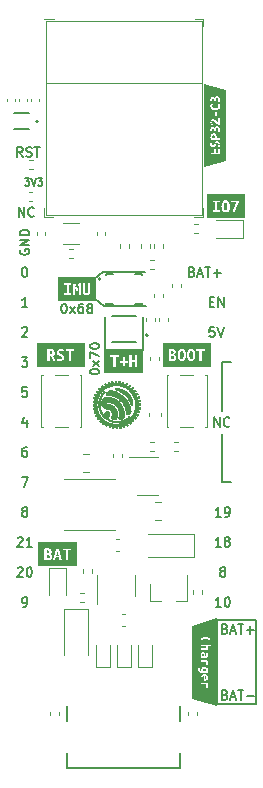
<source format=gbr>
%TF.GenerationSoftware,KiCad,Pcbnew,6.0.0-d3dd2cf0fa~116~ubuntu21.04.1*%
%TF.CreationDate,2022-01-24T19:29:07+00:00*%
%TF.ProjectId,esp-rust-board,6573702d-7275-4737-942d-626f6172642e,0.1a*%
%TF.SameCoordinates,Original*%
%TF.FileFunction,Legend,Top*%
%TF.FilePolarity,Positive*%
%FSLAX46Y46*%
G04 Gerber Fmt 4.6, Leading zero omitted, Abs format (unit mm)*
G04 Created by KiCad (PCBNEW 6.0.0-d3dd2cf0fa~116~ubuntu21.04.1) date 2022-01-24 19:29:07*
%MOMM*%
%LPD*%
G01*
G04 APERTURE LIST*
%ADD10C,0.152400*%
%ADD11C,0.200000*%
%ADD12C,0.150000*%
%ADD13C,0.120000*%
%ADD14C,0.127000*%
%ADD15C,0.010000*%
G04 APERTURE END LIST*
D10*
X159258000Y-123190000D02*
X159258000Y-116332000D01*
X155956000Y-123190000D02*
X159258000Y-123190000D01*
X155956000Y-116078000D02*
X155956000Y-116332000D01*
X155956000Y-116332000D02*
X155956000Y-123190000D01*
X159258000Y-116078000D02*
X155956000Y-116078000D01*
X159258000Y-116332000D02*
X159258000Y-116078000D01*
D11*
X157175200Y-94234000D02*
X156362400Y-94234000D01*
D10*
X149692000Y-93184000D02*
X149692000Y-90390000D01*
D11*
X156362400Y-100279200D02*
X156362400Y-104394000D01*
X156362400Y-104394000D02*
X157175200Y-104394000D01*
D10*
X146373000Y-89501500D02*
X149929000Y-89501500D01*
X145561000Y-87201500D02*
X146323000Y-86566500D01*
X146323000Y-86566500D02*
X149879000Y-86566500D01*
X145611000Y-88866500D02*
X146373000Y-89501500D01*
D11*
X156362400Y-94234000D02*
X156362400Y-98348800D01*
D10*
X146492000Y-93184000D02*
X146492000Y-90390000D01*
D11*
X153854285Y-86556857D02*
X153968571Y-86594952D01*
X154006666Y-86633047D01*
X154044761Y-86709238D01*
X154044761Y-86823523D01*
X154006666Y-86899714D01*
X153968571Y-86937809D01*
X153892380Y-86975904D01*
X153587619Y-86975904D01*
X153587619Y-86175904D01*
X153854285Y-86175904D01*
X153930476Y-86214000D01*
X153968571Y-86252095D01*
X154006666Y-86328285D01*
X154006666Y-86404476D01*
X153968571Y-86480666D01*
X153930476Y-86518761D01*
X153854285Y-86556857D01*
X153587619Y-86556857D01*
X154349523Y-86747333D02*
X154730476Y-86747333D01*
X154273333Y-86975904D02*
X154540000Y-86175904D01*
X154806666Y-86975904D01*
X154959047Y-86175904D02*
X155416190Y-86175904D01*
X155187619Y-86975904D02*
X155187619Y-86175904D01*
X155682857Y-86671142D02*
X156292380Y-86671142D01*
X155987619Y-86975904D02*
X155987619Y-86366380D01*
D12*
X139719142Y-78665428D02*
X140090571Y-78665428D01*
X139890571Y-78894000D01*
X139976285Y-78894000D01*
X140033428Y-78922571D01*
X140062000Y-78951142D01*
X140090571Y-79008285D01*
X140090571Y-79151142D01*
X140062000Y-79208285D01*
X140033428Y-79236857D01*
X139976285Y-79265428D01*
X139804857Y-79265428D01*
X139747714Y-79236857D01*
X139719142Y-79208285D01*
X140262000Y-78665428D02*
X140462000Y-79265428D01*
X140662000Y-78665428D01*
X140804857Y-78665428D02*
X141176285Y-78665428D01*
X140976285Y-78894000D01*
X141062000Y-78894000D01*
X141119142Y-78922571D01*
X141147714Y-78951142D01*
X141176285Y-79008285D01*
X141176285Y-79151142D01*
X141147714Y-79208285D01*
X141119142Y-79236857D01*
X141062000Y-79265428D01*
X140890571Y-79265428D01*
X140833428Y-79236857D01*
X140804857Y-79208285D01*
D11*
X155752819Y-91255904D02*
X155371866Y-91255904D01*
X155333771Y-91636857D01*
X155371866Y-91598761D01*
X155448057Y-91560666D01*
X155638533Y-91560666D01*
X155714723Y-91598761D01*
X155752819Y-91636857D01*
X155790914Y-91713047D01*
X155790914Y-91903523D01*
X155752819Y-91979714D01*
X155714723Y-92017809D01*
X155638533Y-92055904D01*
X155448057Y-92055904D01*
X155371866Y-92017809D01*
X155333771Y-91979714D01*
X156019485Y-91255904D02*
X156286152Y-92055904D01*
X156552819Y-91255904D01*
X139090476Y-111652095D02*
X139128571Y-111614000D01*
X139204761Y-111575904D01*
X139395238Y-111575904D01*
X139471428Y-111614000D01*
X139509523Y-111652095D01*
X139547619Y-111728285D01*
X139547619Y-111804476D01*
X139509523Y-111918761D01*
X139052380Y-112375904D01*
X139547619Y-112375904D01*
X140042857Y-111575904D02*
X140119047Y-111575904D01*
X140195238Y-111614000D01*
X140233333Y-111652095D01*
X140271428Y-111728285D01*
X140309523Y-111880666D01*
X140309523Y-112071142D01*
X140271428Y-112223523D01*
X140233333Y-112299714D01*
X140195238Y-112337809D01*
X140119047Y-112375904D01*
X140042857Y-112375904D01*
X139966666Y-112337809D01*
X139928571Y-112299714D01*
X139890476Y-112223523D01*
X139852380Y-112071142D01*
X139852380Y-111880666D01*
X139890476Y-111728285D01*
X139928571Y-111652095D01*
X139966666Y-111614000D01*
X140042857Y-111575904D01*
X139300000Y-84683523D02*
X139261904Y-84759714D01*
X139261904Y-84874000D01*
X139300000Y-84988285D01*
X139376190Y-85064476D01*
X139452380Y-85102571D01*
X139604761Y-85140666D01*
X139719047Y-85140666D01*
X139871428Y-85102571D01*
X139947619Y-85064476D01*
X140023809Y-84988285D01*
X140061904Y-84874000D01*
X140061904Y-84797809D01*
X140023809Y-84683523D01*
X139985714Y-84645428D01*
X139719047Y-84645428D01*
X139719047Y-84797809D01*
X140061904Y-84302571D02*
X139261904Y-84302571D01*
X140061904Y-83845428D01*
X139261904Y-83845428D01*
X140061904Y-83464476D02*
X139261904Y-83464476D01*
X139261904Y-83274000D01*
X139300000Y-83159714D01*
X139376190Y-83083523D01*
X139452380Y-83045428D01*
X139604761Y-83007333D01*
X139719047Y-83007333D01*
X139871428Y-83045428D01*
X139947619Y-83083523D01*
X140023809Y-83159714D01*
X140061904Y-83274000D01*
X140061904Y-83464476D01*
X156387809Y-111918761D02*
X156311619Y-111880666D01*
X156273523Y-111842571D01*
X156235428Y-111766380D01*
X156235428Y-111728285D01*
X156273523Y-111652095D01*
X156311619Y-111614000D01*
X156387809Y-111575904D01*
X156540190Y-111575904D01*
X156616380Y-111614000D01*
X156654476Y-111652095D01*
X156692571Y-111728285D01*
X156692571Y-111766380D01*
X156654476Y-111842571D01*
X156616380Y-111880666D01*
X156540190Y-111918761D01*
X156387809Y-111918761D01*
X156311619Y-111956857D01*
X156273523Y-111994952D01*
X156235428Y-112071142D01*
X156235428Y-112223523D01*
X156273523Y-112299714D01*
X156311619Y-112337809D01*
X156387809Y-112375904D01*
X156540190Y-112375904D01*
X156616380Y-112337809D01*
X156654476Y-112299714D01*
X156692571Y-112223523D01*
X156692571Y-112071142D01*
X156654476Y-111994952D01*
X156616380Y-111956857D01*
X156540190Y-111918761D01*
X139661904Y-86175904D02*
X139738095Y-86175904D01*
X139814285Y-86214000D01*
X139852380Y-86252095D01*
X139890476Y-86328285D01*
X139928571Y-86480666D01*
X139928571Y-86671142D01*
X139890476Y-86823523D01*
X139852380Y-86899714D01*
X139814285Y-86937809D01*
X139738095Y-86975904D01*
X139661904Y-86975904D01*
X139585714Y-86937809D01*
X139547619Y-86899714D01*
X139509523Y-86823523D01*
X139471428Y-86671142D01*
X139471428Y-86480666D01*
X139509523Y-86328285D01*
X139547619Y-86252095D01*
X139585714Y-86214000D01*
X139661904Y-86175904D01*
X139515904Y-76815904D02*
X139249238Y-76434952D01*
X139058761Y-76815904D02*
X139058761Y-76015904D01*
X139363523Y-76015904D01*
X139439714Y-76054000D01*
X139477809Y-76092095D01*
X139515904Y-76168285D01*
X139515904Y-76282571D01*
X139477809Y-76358761D01*
X139439714Y-76396857D01*
X139363523Y-76434952D01*
X139058761Y-76434952D01*
X139820666Y-76777809D02*
X139934952Y-76815904D01*
X140125428Y-76815904D01*
X140201619Y-76777809D01*
X140239714Y-76739714D01*
X140277809Y-76663523D01*
X140277809Y-76587333D01*
X140239714Y-76511142D01*
X140201619Y-76473047D01*
X140125428Y-76434952D01*
X139973047Y-76396857D01*
X139896857Y-76358761D01*
X139858761Y-76320666D01*
X139820666Y-76244476D01*
X139820666Y-76168285D01*
X139858761Y-76092095D01*
X139896857Y-76054000D01*
X139973047Y-76015904D01*
X140163523Y-76015904D01*
X140277809Y-76054000D01*
X140506380Y-76015904D02*
X140963523Y-76015904D01*
X140734952Y-76815904D02*
X140734952Y-76015904D01*
X139547619Y-114915904D02*
X139700000Y-114915904D01*
X139776190Y-114877809D01*
X139814285Y-114839714D01*
X139890476Y-114725428D01*
X139928571Y-114573047D01*
X139928571Y-114268285D01*
X139890476Y-114192095D01*
X139852380Y-114154000D01*
X139776190Y-114115904D01*
X139623809Y-114115904D01*
X139547619Y-114154000D01*
X139509523Y-114192095D01*
X139471428Y-114268285D01*
X139471428Y-114458761D01*
X139509523Y-114534952D01*
X139547619Y-114573047D01*
X139623809Y-114611142D01*
X139776190Y-114611142D01*
X139852380Y-114573047D01*
X139890476Y-114534952D01*
X139928571Y-114458761D01*
X156648285Y-116782857D02*
X156762571Y-116820952D01*
X156800666Y-116859047D01*
X156838761Y-116935238D01*
X156838761Y-117049523D01*
X156800666Y-117125714D01*
X156762571Y-117163809D01*
X156686380Y-117201904D01*
X156381619Y-117201904D01*
X156381619Y-116401904D01*
X156648285Y-116401904D01*
X156724476Y-116440000D01*
X156762571Y-116478095D01*
X156800666Y-116554285D01*
X156800666Y-116630476D01*
X156762571Y-116706666D01*
X156724476Y-116744761D01*
X156648285Y-116782857D01*
X156381619Y-116782857D01*
X157143523Y-116973333D02*
X157524476Y-116973333D01*
X157067333Y-117201904D02*
X157334000Y-116401904D01*
X157600666Y-117201904D01*
X157753047Y-116401904D02*
X158210190Y-116401904D01*
X157981619Y-117201904D02*
X157981619Y-116401904D01*
X158476857Y-116897142D02*
X159086380Y-116897142D01*
X158781619Y-117201904D02*
X158781619Y-116592380D01*
X139928571Y-89515904D02*
X139471428Y-89515904D01*
X139700000Y-89515904D02*
X139700000Y-88715904D01*
X139623809Y-88830190D01*
X139547619Y-88906380D01*
X139471428Y-88944476D01*
X139471428Y-91332095D02*
X139509523Y-91294000D01*
X139585714Y-91255904D01*
X139776190Y-91255904D01*
X139852380Y-91294000D01*
X139890476Y-91332095D01*
X139928571Y-91408285D01*
X139928571Y-91484476D01*
X139890476Y-91598761D01*
X139433333Y-92055904D01*
X139928571Y-92055904D01*
X156648285Y-122370857D02*
X156762571Y-122408952D01*
X156800666Y-122447047D01*
X156838761Y-122523238D01*
X156838761Y-122637523D01*
X156800666Y-122713714D01*
X156762571Y-122751809D01*
X156686380Y-122789904D01*
X156381619Y-122789904D01*
X156381619Y-121989904D01*
X156648285Y-121989904D01*
X156724476Y-122028000D01*
X156762571Y-122066095D01*
X156800666Y-122142285D01*
X156800666Y-122218476D01*
X156762571Y-122294666D01*
X156724476Y-122332761D01*
X156648285Y-122370857D01*
X156381619Y-122370857D01*
X157143523Y-122561333D02*
X157524476Y-122561333D01*
X157067333Y-122789904D02*
X157334000Y-121989904D01*
X157600666Y-122789904D01*
X157753047Y-121989904D02*
X158210190Y-121989904D01*
X157981619Y-122789904D02*
X157981619Y-121989904D01*
X158476857Y-122485142D02*
X159086380Y-122485142D01*
X156311619Y-114915904D02*
X155854476Y-114915904D01*
X156083047Y-114915904D02*
X156083047Y-114115904D01*
X156006857Y-114230190D01*
X155930666Y-114306380D01*
X155854476Y-114344476D01*
X156806857Y-114115904D02*
X156883047Y-114115904D01*
X156959238Y-114154000D01*
X156997333Y-114192095D01*
X157035428Y-114268285D01*
X157073523Y-114420666D01*
X157073523Y-114611142D01*
X157035428Y-114763523D01*
X156997333Y-114839714D01*
X156959238Y-114877809D01*
X156883047Y-114915904D01*
X156806857Y-114915904D01*
X156730666Y-114877809D01*
X156692571Y-114839714D01*
X156654476Y-114763523D01*
X156616380Y-114611142D01*
X156616380Y-114420666D01*
X156654476Y-114268285D01*
X156692571Y-114192095D01*
X156730666Y-114154000D01*
X156806857Y-114115904D01*
X139090476Y-109112095D02*
X139128571Y-109074000D01*
X139204761Y-109035904D01*
X139395238Y-109035904D01*
X139471428Y-109074000D01*
X139509523Y-109112095D01*
X139547619Y-109188285D01*
X139547619Y-109264476D01*
X139509523Y-109378761D01*
X139052380Y-109835904D01*
X139547619Y-109835904D01*
X140309523Y-109835904D02*
X139852380Y-109835904D01*
X140080952Y-109835904D02*
X140080952Y-109035904D01*
X140004761Y-109150190D01*
X139928571Y-109226380D01*
X139852380Y-109264476D01*
X156311619Y-107295904D02*
X155854476Y-107295904D01*
X156083047Y-107295904D02*
X156083047Y-106495904D01*
X156006857Y-106610190D01*
X155930666Y-106686380D01*
X155854476Y-106724476D01*
X156692571Y-107295904D02*
X156844952Y-107295904D01*
X156921142Y-107257809D01*
X156959238Y-107219714D01*
X157035428Y-107105428D01*
X157073523Y-106953047D01*
X157073523Y-106648285D01*
X157035428Y-106572095D01*
X156997333Y-106534000D01*
X156921142Y-106495904D01*
X156768761Y-106495904D01*
X156692571Y-106534000D01*
X156654476Y-106572095D01*
X156616380Y-106648285D01*
X156616380Y-106838761D01*
X156654476Y-106914952D01*
X156692571Y-106953047D01*
X156768761Y-106991142D01*
X156921142Y-106991142D01*
X156997333Y-106953047D01*
X157035428Y-106914952D01*
X157073523Y-106838761D01*
X156311619Y-109835904D02*
X155854476Y-109835904D01*
X156083047Y-109835904D02*
X156083047Y-109035904D01*
X156006857Y-109150190D01*
X155930666Y-109226380D01*
X155854476Y-109264476D01*
X156768761Y-109378761D02*
X156692571Y-109340666D01*
X156654476Y-109302571D01*
X156616380Y-109226380D01*
X156616380Y-109188285D01*
X156654476Y-109112095D01*
X156692571Y-109074000D01*
X156768761Y-109035904D01*
X156921142Y-109035904D01*
X156997333Y-109074000D01*
X157035428Y-109112095D01*
X157073523Y-109188285D01*
X157073523Y-109226380D01*
X157035428Y-109302571D01*
X156997333Y-109340666D01*
X156921142Y-109378761D01*
X156768761Y-109378761D01*
X156692571Y-109416857D01*
X156654476Y-109454952D01*
X156616380Y-109531142D01*
X156616380Y-109683523D01*
X156654476Y-109759714D01*
X156692571Y-109797809D01*
X156768761Y-109835904D01*
X156921142Y-109835904D01*
X156997333Y-109797809D01*
X157035428Y-109759714D01*
X157073523Y-109683523D01*
X157073523Y-109531142D01*
X157035428Y-109454952D01*
X156997333Y-109416857D01*
X156921142Y-109378761D01*
X139852380Y-101415904D02*
X139700000Y-101415904D01*
X139623809Y-101454000D01*
X139585714Y-101492095D01*
X139509523Y-101606380D01*
X139471428Y-101758761D01*
X139471428Y-102063523D01*
X139509523Y-102139714D01*
X139547619Y-102177809D01*
X139623809Y-102215904D01*
X139776190Y-102215904D01*
X139852380Y-102177809D01*
X139890476Y-102139714D01*
X139928571Y-102063523D01*
X139928571Y-101873047D01*
X139890476Y-101796857D01*
X139852380Y-101758761D01*
X139776190Y-101720666D01*
X139623809Y-101720666D01*
X139547619Y-101758761D01*
X139509523Y-101796857D01*
X139471428Y-101873047D01*
X139890476Y-96335904D02*
X139509523Y-96335904D01*
X139471428Y-96716857D01*
X139509523Y-96678761D01*
X139585714Y-96640666D01*
X139776190Y-96640666D01*
X139852380Y-96678761D01*
X139890476Y-96716857D01*
X139928571Y-96793047D01*
X139928571Y-96983523D01*
X139890476Y-97059714D01*
X139852380Y-97097809D01*
X139776190Y-97135904D01*
X139585714Y-97135904D01*
X139509523Y-97097809D01*
X139471428Y-97059714D01*
X139623809Y-106838761D02*
X139547619Y-106800666D01*
X139509523Y-106762571D01*
X139471428Y-106686380D01*
X139471428Y-106648285D01*
X139509523Y-106572095D01*
X139547619Y-106534000D01*
X139623809Y-106495904D01*
X139776190Y-106495904D01*
X139852380Y-106534000D01*
X139890476Y-106572095D01*
X139928571Y-106648285D01*
X139928571Y-106686380D01*
X139890476Y-106762571D01*
X139852380Y-106800666D01*
X139776190Y-106838761D01*
X139623809Y-106838761D01*
X139547619Y-106876857D01*
X139509523Y-106914952D01*
X139471428Y-106991142D01*
X139471428Y-107143523D01*
X139509523Y-107219714D01*
X139547619Y-107257809D01*
X139623809Y-107295904D01*
X139776190Y-107295904D01*
X139852380Y-107257809D01*
X139890476Y-107219714D01*
X139928571Y-107143523D01*
X139928571Y-106991142D01*
X139890476Y-106914952D01*
X139852380Y-106876857D01*
X139776190Y-106838761D01*
X139433333Y-93795904D02*
X139928571Y-93795904D01*
X139661904Y-94100666D01*
X139776190Y-94100666D01*
X139852380Y-94138761D01*
X139890476Y-94176857D01*
X139928571Y-94253047D01*
X139928571Y-94443523D01*
X139890476Y-94519714D01*
X139852380Y-94557809D01*
X139776190Y-94595904D01*
X139547619Y-94595904D01*
X139471428Y-94557809D01*
X139433333Y-94519714D01*
X139852380Y-99142571D02*
X139852380Y-99675904D01*
X139661904Y-98837809D02*
X139471428Y-99409238D01*
X139966666Y-99409238D01*
X139433333Y-103955904D02*
X139966666Y-103955904D01*
X139623809Y-104755904D01*
X155365523Y-89096857D02*
X155632190Y-89096857D01*
X155746476Y-89515904D02*
X155365523Y-89515904D01*
X155365523Y-88715904D01*
X155746476Y-88715904D01*
X156089333Y-89515904D02*
X156089333Y-88715904D01*
X156546476Y-89515904D01*
X156546476Y-88715904D01*
X155733828Y-99675904D02*
X155733828Y-98875904D01*
X156190971Y-99675904D01*
X156190971Y-98875904D01*
X157029066Y-99599714D02*
X156990971Y-99637809D01*
X156876685Y-99675904D01*
X156800495Y-99675904D01*
X156686209Y-99637809D01*
X156610019Y-99561619D01*
X156571923Y-99485428D01*
X156533828Y-99333047D01*
X156533828Y-99218761D01*
X156571923Y-99066380D01*
X156610019Y-98990190D01*
X156686209Y-98914000D01*
X156800495Y-98875904D01*
X156876685Y-98875904D01*
X156990971Y-98914000D01*
X157029066Y-98952095D01*
X145205504Y-95053009D02*
X145205504Y-94976819D01*
X145243600Y-94900628D01*
X145281695Y-94862533D01*
X145357885Y-94824438D01*
X145510266Y-94786342D01*
X145700742Y-94786342D01*
X145853123Y-94824438D01*
X145929314Y-94862533D01*
X145967409Y-94900628D01*
X146005504Y-94976819D01*
X146005504Y-95053009D01*
X145967409Y-95129200D01*
X145929314Y-95167295D01*
X145853123Y-95205390D01*
X145700742Y-95243485D01*
X145510266Y-95243485D01*
X145357885Y-95205390D01*
X145281695Y-95167295D01*
X145243600Y-95129200D01*
X145205504Y-95053009D01*
X146005504Y-94519676D02*
X145472171Y-94100628D01*
X145472171Y-94519676D02*
X146005504Y-94100628D01*
X145205504Y-93872057D02*
X145205504Y-93338723D01*
X146005504Y-93681580D01*
X145205504Y-92881580D02*
X145205504Y-92805390D01*
X145243600Y-92729200D01*
X145281695Y-92691104D01*
X145357885Y-92653009D01*
X145510266Y-92614914D01*
X145700742Y-92614914D01*
X145853123Y-92653009D01*
X145929314Y-92691104D01*
X145967409Y-92729200D01*
X146005504Y-92805390D01*
X146005504Y-92881580D01*
X145967409Y-92957771D01*
X145929314Y-92995866D01*
X145853123Y-93033961D01*
X145700742Y-93072057D01*
X145510266Y-93072057D01*
X145357885Y-93033961D01*
X145281695Y-92995866D01*
X145243600Y-92957771D01*
X145205504Y-92881580D01*
X142995790Y-89274704D02*
X143071980Y-89274704D01*
X143148171Y-89312800D01*
X143186266Y-89350895D01*
X143224361Y-89427085D01*
X143262457Y-89579466D01*
X143262457Y-89769942D01*
X143224361Y-89922323D01*
X143186266Y-89998514D01*
X143148171Y-90036609D01*
X143071980Y-90074704D01*
X142995790Y-90074704D01*
X142919600Y-90036609D01*
X142881504Y-89998514D01*
X142843409Y-89922323D01*
X142805314Y-89769942D01*
X142805314Y-89579466D01*
X142843409Y-89427085D01*
X142881504Y-89350895D01*
X142919600Y-89312800D01*
X142995790Y-89274704D01*
X143529123Y-90074704D02*
X143948171Y-89541371D01*
X143529123Y-89541371D02*
X143948171Y-90074704D01*
X144595790Y-89274704D02*
X144443409Y-89274704D01*
X144367219Y-89312800D01*
X144329123Y-89350895D01*
X144252933Y-89465180D01*
X144214838Y-89617561D01*
X144214838Y-89922323D01*
X144252933Y-89998514D01*
X144291028Y-90036609D01*
X144367219Y-90074704D01*
X144519600Y-90074704D01*
X144595790Y-90036609D01*
X144633885Y-89998514D01*
X144671980Y-89922323D01*
X144671980Y-89731847D01*
X144633885Y-89655657D01*
X144595790Y-89617561D01*
X144519600Y-89579466D01*
X144367219Y-89579466D01*
X144291028Y-89617561D01*
X144252933Y-89655657D01*
X144214838Y-89731847D01*
X145129123Y-89617561D02*
X145052933Y-89579466D01*
X145014838Y-89541371D01*
X144976742Y-89465180D01*
X144976742Y-89427085D01*
X145014838Y-89350895D01*
X145052933Y-89312800D01*
X145129123Y-89274704D01*
X145281504Y-89274704D01*
X145357695Y-89312800D01*
X145395790Y-89350895D01*
X145433885Y-89427085D01*
X145433885Y-89465180D01*
X145395790Y-89541371D01*
X145357695Y-89579466D01*
X145281504Y-89617561D01*
X145129123Y-89617561D01*
X145052933Y-89655657D01*
X145014838Y-89693752D01*
X144976742Y-89769942D01*
X144976742Y-89922323D01*
X145014838Y-89998514D01*
X145052933Y-90036609D01*
X145129123Y-90074704D01*
X145281504Y-90074704D01*
X145357695Y-90036609D01*
X145395790Y-89998514D01*
X145433885Y-89922323D01*
X145433885Y-89769942D01*
X145395790Y-89693752D01*
X145357695Y-89655657D01*
X145281504Y-89617561D01*
X139173028Y-81895904D02*
X139173028Y-81095904D01*
X139630171Y-81895904D01*
X139630171Y-81095904D01*
X140468266Y-81819714D02*
X140430171Y-81857809D01*
X140315885Y-81895904D01*
X140239695Y-81895904D01*
X140125409Y-81857809D01*
X140049219Y-81781619D01*
X140011123Y-81705428D01*
X139973028Y-81553047D01*
X139973028Y-81438761D01*
X140011123Y-81286380D01*
X140049219Y-81210190D01*
X140125409Y-81134000D01*
X140239695Y-81095904D01*
X140315885Y-81095904D01*
X140430171Y-81134000D01*
X140468266Y-81172095D01*
%TO.C,kibuzzard-61B9EF98*%
G36*
X156793406Y-80710087D02*
G01*
X156840238Y-80783112D01*
X156862463Y-80891856D01*
X156866630Y-80956745D01*
X156868019Y-81026000D01*
X156866630Y-81095056D01*
X156862463Y-81159350D01*
X156840238Y-81268094D01*
X156792613Y-81341913D01*
X156712444Y-81368900D01*
X156631481Y-81341913D01*
X156584650Y-81268888D01*
X156562425Y-81160144D01*
X156558258Y-81095255D01*
X156556869Y-81026000D01*
X156558258Y-80956944D01*
X156562425Y-80892650D01*
X156584650Y-80783906D01*
X156631481Y-80710087D01*
X156712444Y-80683100D01*
X156793406Y-80710087D01*
G37*
G36*
X158341086Y-80000607D02*
G01*
X158341086Y-82051393D01*
X155094914Y-82051393D01*
X155094914Y-80697387D01*
X155607544Y-80697387D01*
X155821856Y-80697387D01*
X155821856Y-81356200D01*
X155607544Y-81356200D01*
X155607544Y-81518125D01*
X156231431Y-81518125D01*
X156231431Y-81356200D01*
X156018706Y-81356200D01*
X156018706Y-81026000D01*
X156358431Y-81026000D01*
X156364136Y-81145211D01*
X156381252Y-81248845D01*
X156409777Y-81336902D01*
X156449712Y-81409381D01*
X156519651Y-81481260D01*
X156607757Y-81524387D01*
X156714031Y-81538763D01*
X156817748Y-81524387D01*
X156904531Y-81481260D01*
X156974381Y-81409381D01*
X157014664Y-81336902D01*
X157043438Y-81248845D01*
X157060702Y-81145211D01*
X157066456Y-81026000D01*
X157060801Y-80906789D01*
X157043834Y-80803155D01*
X157015557Y-80715098D01*
X157005883Y-80697387D01*
X157187106Y-80697387D01*
X157599856Y-80697387D01*
X157555803Y-80775770D01*
X157509369Y-80868044D01*
X157463530Y-80970239D01*
X157421263Y-81078388D01*
X157383758Y-81190108D01*
X157352206Y-81303019D01*
X157329584Y-81413548D01*
X157318869Y-81518125D01*
X157517306Y-81518125D01*
X157531792Y-81390927D01*
X157559375Y-81263331D01*
X157596284Y-81139308D01*
X157638750Y-81022825D01*
X157685383Y-80916066D01*
X157734794Y-80821212D01*
X157783609Y-80742234D01*
X157828456Y-80683100D01*
X157828456Y-80535462D01*
X157187106Y-80535462D01*
X157187106Y-80697387D01*
X157005883Y-80697387D01*
X156975969Y-80642619D01*
X156906472Y-80570740D01*
X156818630Y-80527613D01*
X156712444Y-80513237D01*
X156609433Y-80527613D01*
X156522649Y-80570740D01*
X156452094Y-80642619D01*
X156411116Y-80715098D01*
X156381847Y-80803155D01*
X156364285Y-80906789D01*
X156358431Y-81026000D01*
X156018706Y-81026000D01*
X156018706Y-80697387D01*
X156231431Y-80697387D01*
X156231431Y-80535462D01*
X155607544Y-80535462D01*
X155607544Y-80697387D01*
X155094914Y-80697387D01*
X155094914Y-80000607D01*
X158341086Y-80000607D01*
G37*
D13*
%TO.C,D2*%
X155918000Y-83666000D02*
X158203000Y-83666000D01*
X158203000Y-83666000D02*
X158203000Y-82196000D01*
X158203000Y-82196000D02*
X155918000Y-82196000D01*
%TO.C,Y1*%
X144312000Y-82437000D02*
X142962000Y-82437000D01*
X144312000Y-84187000D02*
X142962000Y-84187000D01*
%TO.C,C3*%
X150008000Y-90735036D02*
X150008000Y-90519364D01*
X150728000Y-90735036D02*
X150728000Y-90519364D01*
%TO.C,C13*%
X145817000Y-83419836D02*
X145817000Y-83204164D01*
X146537000Y-83419836D02*
X146537000Y-83204164D01*
%TO.C,C1*%
X151074800Y-90735036D02*
X151074800Y-90519364D01*
X151794800Y-90735036D02*
X151794800Y-90519364D01*
%TO.C,kibuzzard-61B9CEAB*%
G36*
X141944328Y-93276341D02*
G01*
X141999494Y-93303725D01*
X142035212Y-93350556D01*
X142047119Y-93418025D01*
X142002669Y-93528356D01*
X141944328Y-93557527D01*
X141858206Y-93567250D01*
X141815344Y-93567250D01*
X141815344Y-93271975D01*
X141847094Y-93268006D01*
X141874081Y-93267212D01*
X141944328Y-93276341D01*
G37*
G36*
X140697479Y-92573607D02*
G01*
X144798521Y-92573607D01*
X144798521Y-94624393D01*
X140697479Y-94624393D01*
X140697479Y-94091125D01*
X141620081Y-94091125D01*
X141815344Y-94091125D01*
X141815344Y-93729175D01*
X141916944Y-93729175D01*
X141970720Y-93819067D01*
X142020925Y-93907769D01*
X142066367Y-93997661D01*
X142105856Y-94091125D01*
X142310644Y-94091125D01*
X142287159Y-94037150D01*
X142391606Y-94037150D01*
X142501144Y-94085569D01*
X142586472Y-94105214D01*
X142696406Y-94111763D01*
X142807796Y-94103384D01*
X142898548Y-94078249D01*
X142968663Y-94036356D01*
X143035933Y-93945273D01*
X143058356Y-93822838D01*
X143051609Y-93748820D01*
X143031369Y-93688694D01*
X142962313Y-93599794D01*
X142870238Y-93542644D01*
X142774194Y-93503750D01*
X142713075Y-93479937D01*
X142657512Y-93450569D01*
X142617031Y-93412469D01*
X142601156Y-93362462D01*
X142618442Y-93299844D01*
X142670301Y-93262274D01*
X142756731Y-93249750D01*
X142868650Y-93265625D01*
X142956756Y-93303725D01*
X143013906Y-93152912D01*
X142904313Y-93108462D01*
X143161544Y-93108462D01*
X143161544Y-93270387D01*
X143420306Y-93270387D01*
X143420306Y-94091125D01*
X143617156Y-94091125D01*
X143617156Y-93270387D01*
X143875919Y-93270387D01*
X143875919Y-93108462D01*
X143161544Y-93108462D01*
X142904313Y-93108462D01*
X142900400Y-93106875D01*
X142827177Y-93091397D01*
X142742444Y-93086237D01*
X142645165Y-93094881D01*
X142562880Y-93120810D01*
X142495588Y-93164025D01*
X142428317Y-93256894D01*
X142405894Y-93379925D01*
X142431294Y-93496606D01*
X142495588Y-93575187D01*
X142582106Y-93627575D01*
X142674181Y-93664088D01*
X142740856Y-93691869D01*
X142801181Y-93725206D01*
X142845631Y-93767275D01*
X142863094Y-93821250D01*
X142855950Y-93868081D01*
X142829756Y-93909356D01*
X142778163Y-93937931D01*
X142696406Y-93948250D01*
X142617230Y-93942694D01*
X142551150Y-93926025D01*
X142448756Y-93878400D01*
X142391606Y-94037150D01*
X142287159Y-94037150D01*
X142265400Y-93987144D01*
X142210631Y-93877606D01*
X142151894Y-93772831D01*
X142094744Y-93681550D01*
X142164197Y-93636703D01*
X142210631Y-93575187D01*
X142236825Y-93501369D01*
X142245556Y-93419612D01*
X142239008Y-93342420D01*
X142219362Y-93275944D01*
X142143956Y-93175137D01*
X142089981Y-93140609D01*
X142026481Y-93116400D01*
X141954250Y-93102112D01*
X141874081Y-93097350D01*
X141818519Y-93098938D01*
X141751844Y-93102906D01*
X141682787Y-93110844D01*
X141620081Y-93122750D01*
X141620081Y-94091125D01*
X140697479Y-94091125D01*
X140697479Y-92573607D01*
G37*
%TO.C,C14*%
X150312800Y-93821364D02*
X150312800Y-94037036D01*
X151032800Y-93821364D02*
X151032800Y-94037036D01*
%TO.C,R12*%
X143488359Y-85414000D02*
X143795641Y-85414000D01*
X143488359Y-84654000D02*
X143795641Y-84654000D01*
%TO.C,C16*%
X148222580Y-115568000D02*
X147941420Y-115568000D01*
X148222580Y-116588000D02*
X147941420Y-116588000D01*
%TO.C,C2*%
X150668400Y-88487364D02*
X150668400Y-88703036D01*
X151388400Y-88487364D02*
X151388400Y-88703036D01*
D11*
%TO.C,J1*%
X143292000Y-123334000D02*
X143292000Y-124584000D01*
X143292000Y-128584000D02*
X152872000Y-128584000D01*
X143292000Y-127304000D02*
X143292000Y-128584000D01*
X152872000Y-128584000D02*
X152872000Y-127304000D01*
X152872000Y-123334000D02*
X152872000Y-124584000D01*
D13*
%TO.C,D8*%
X147482000Y-118172000D02*
X147482000Y-120022000D01*
X148682000Y-118172000D02*
X148682000Y-120022000D01*
X147482000Y-120022000D02*
X148682000Y-120022000D01*
%TO.C,C8*%
X140229000Y-72116836D02*
X140229000Y-71901164D01*
X140949000Y-72116836D02*
X140949000Y-71901164D01*
%TO.C,C10*%
X140315836Y-80573200D02*
X140100164Y-80573200D01*
X140315836Y-79853200D02*
X140100164Y-79853200D01*
%TO.C,D7*%
X149260000Y-118172000D02*
X149260000Y-120022000D01*
X149260000Y-120022000D02*
X150460000Y-120022000D01*
X150460000Y-118172000D02*
X150460000Y-120022000D01*
%TO.C,R10*%
X154024359Y-83311000D02*
X154331641Y-83311000D01*
X154024359Y-82551000D02*
X154331641Y-82551000D01*
%TO.C,U3*%
X141332000Y-81950000D02*
X142132000Y-81950000D01*
X154682000Y-81800000D02*
X141482000Y-81800000D01*
X141482000Y-70600000D02*
X154682000Y-70600000D01*
X154832000Y-81950000D02*
X154032000Y-81950000D01*
X141482000Y-65300000D02*
X154682000Y-65300000D01*
X141332000Y-81150000D02*
X141332000Y-81950000D01*
X154832000Y-65150000D02*
X154832000Y-65800000D01*
X154682000Y-65300000D02*
X154682000Y-81800000D01*
X142182000Y-65150000D02*
X141332000Y-65150000D01*
X141482000Y-81800000D02*
X141482000Y-65300000D01*
X154082000Y-65150000D02*
X154832000Y-65150000D01*
X154832000Y-81150000D02*
X154832000Y-81950000D01*
%TO.C,kibuzzard-61B9CE86*%
G36*
X152312687Y-93691869D02*
G01*
X152357931Y-93794263D01*
X152342056Y-93864906D01*
X152301575Y-93907769D01*
X152245219Y-93928406D01*
X152180131Y-93933963D01*
X152131712Y-93932375D01*
X152086469Y-93927613D01*
X152086469Y-93660913D01*
X152191244Y-93660913D01*
X152312687Y-93691869D01*
G37*
G36*
X153077069Y-93283087D02*
G01*
X153123900Y-93356112D01*
X153146125Y-93464856D01*
X153150292Y-93529745D01*
X153151681Y-93599000D01*
X153150292Y-93668056D01*
X153146125Y-93732350D01*
X153123900Y-93841094D01*
X153076275Y-93914913D01*
X152996106Y-93941900D01*
X152915144Y-93914913D01*
X152868312Y-93841888D01*
X152846087Y-93733144D01*
X152841920Y-93668255D01*
X152840531Y-93599000D01*
X152841920Y-93529944D01*
X152846087Y-93465650D01*
X152868312Y-93356906D01*
X152915144Y-93283087D01*
X152996106Y-93256100D01*
X153077069Y-93283087D01*
G37*
G36*
X152227756Y-93271181D02*
G01*
X152272206Y-93287056D01*
X152302369Y-93320394D01*
X152313481Y-93376750D01*
X152275381Y-93466444D01*
X152162669Y-93498987D01*
X152086469Y-93498987D01*
X152086469Y-93273562D01*
X152129331Y-93268800D01*
X152175369Y-93267212D01*
X152227756Y-93271181D01*
G37*
G36*
X153870819Y-93283087D02*
G01*
X153917650Y-93356112D01*
X153939875Y-93464856D01*
X153944042Y-93529745D01*
X153945431Y-93599000D01*
X153944042Y-93668056D01*
X153939875Y-93732350D01*
X153917650Y-93841094D01*
X153870025Y-93914913D01*
X153789856Y-93941900D01*
X153708894Y-93914913D01*
X153662063Y-93841888D01*
X153639838Y-93733144D01*
X153635670Y-93668255D01*
X153634281Y-93599000D01*
X153635670Y-93529944D01*
X153639838Y-93465650D01*
X153662063Y-93356906D01*
X153708894Y-93283087D01*
X153789856Y-93256100D01*
X153870819Y-93283087D01*
G37*
G36*
X155466521Y-94624393D02*
G01*
X151365479Y-94624393D01*
X151365479Y-94075250D01*
X151891206Y-94075250D01*
X151959866Y-94087752D01*
X152029319Y-94096681D01*
X152097978Y-94102039D01*
X152164256Y-94103825D01*
X152242639Y-94100055D01*
X152315862Y-94088744D01*
X152381744Y-94068503D01*
X152438100Y-94037944D01*
X152519856Y-93942694D01*
X152542478Y-93875820D01*
X152550019Y-93794263D01*
X152541089Y-93727588D01*
X152514300Y-93664088D01*
X152462508Y-93608525D01*
X152443855Y-93599000D01*
X152642094Y-93599000D01*
X152647799Y-93718211D01*
X152664914Y-93821845D01*
X152693439Y-93909902D01*
X152733375Y-93982381D01*
X152803313Y-94054260D01*
X152891419Y-94097387D01*
X152997694Y-94111763D01*
X153101410Y-94097387D01*
X153188194Y-94054260D01*
X153258044Y-93982381D01*
X153298327Y-93909902D01*
X153327100Y-93821845D01*
X153344364Y-93718211D01*
X153350119Y-93599000D01*
X153435844Y-93599000D01*
X153441549Y-93718211D01*
X153458664Y-93821845D01*
X153487189Y-93909902D01*
X153527125Y-93982381D01*
X153597063Y-94054260D01*
X153685169Y-94097387D01*
X153791444Y-94111763D01*
X153895160Y-94097387D01*
X153981944Y-94054260D01*
X154051794Y-93982381D01*
X154092077Y-93909902D01*
X154120850Y-93821845D01*
X154138114Y-93718211D01*
X154143869Y-93599000D01*
X154138213Y-93479789D01*
X154121247Y-93376155D01*
X154092970Y-93288098D01*
X154083296Y-93270387D01*
X154226419Y-93270387D01*
X154485181Y-93270387D01*
X154485181Y-94091125D01*
X154682031Y-94091125D01*
X154682031Y-93270387D01*
X154940794Y-93270387D01*
X154940794Y-93108462D01*
X154226419Y-93108462D01*
X154226419Y-93270387D01*
X154083296Y-93270387D01*
X154053381Y-93215619D01*
X153983884Y-93143740D01*
X153896042Y-93100613D01*
X153789856Y-93086237D01*
X153686845Y-93100613D01*
X153600062Y-93143740D01*
X153529506Y-93215619D01*
X153488529Y-93288098D01*
X153459259Y-93376155D01*
X153441698Y-93479789D01*
X153435844Y-93599000D01*
X153350119Y-93599000D01*
X153344463Y-93479789D01*
X153327497Y-93376155D01*
X153299220Y-93288098D01*
X153259631Y-93215619D01*
X153190134Y-93143740D01*
X153102292Y-93100613D01*
X152996106Y-93086237D01*
X152893095Y-93100613D01*
X152806312Y-93143740D01*
X152735756Y-93215619D01*
X152694779Y-93288098D01*
X152665509Y-93376155D01*
X152647948Y-93479789D01*
X152642094Y-93599000D01*
X152443855Y-93599000D01*
X152378569Y-93565662D01*
X152469850Y-93479937D01*
X152495448Y-93421994D01*
X152503981Y-93356112D01*
X152489694Y-93264037D01*
X152435719Y-93180694D01*
X152326181Y-93120369D01*
X152246012Y-93103105D01*
X152145206Y-93097350D01*
X152013444Y-93104494D01*
X151891206Y-93121162D01*
X151891206Y-94075250D01*
X151365479Y-94075250D01*
X151365479Y-92573607D01*
X155466521Y-92573607D01*
X155466521Y-94624393D01*
G37*
%TO.C,R7*%
X150315959Y-86333600D02*
X150623241Y-86333600D01*
X150315959Y-85573600D02*
X150623241Y-85573600D01*
%TO.C,SW1*%
X141212000Y-95284000D02*
X141092000Y-95284000D01*
X141092000Y-95284000D02*
X141092000Y-99684000D01*
X143362000Y-95284000D02*
X142222000Y-95284000D01*
X144372000Y-99684000D02*
X144492000Y-99684000D01*
X144492000Y-99684000D02*
X144492000Y-95284000D01*
X141092000Y-99684000D02*
X141212000Y-99684000D01*
X144492000Y-95284000D02*
X144372000Y-95284000D01*
X142222000Y-99684000D02*
X143362000Y-99684000D01*
%TO.C,C9*%
X139213000Y-72116836D02*
X139213000Y-71901164D01*
X139933000Y-72116836D02*
X139933000Y-71901164D01*
%TO.C,D5*%
X146904000Y-118172000D02*
X146904000Y-120022000D01*
X145704000Y-118172000D02*
X145704000Y-120022000D01*
X145704000Y-120022000D02*
X146904000Y-120022000D01*
D14*
%TO.C,U2*%
X149037000Y-86784000D02*
X149592000Y-86784000D01*
X149592000Y-89284000D02*
X149037000Y-89284000D01*
X149592000Y-89284000D02*
X149592000Y-89229000D01*
X146592000Y-86784000D02*
X146592000Y-86839000D01*
X147147000Y-89284000D02*
X146592000Y-89284000D01*
X146592000Y-89284000D02*
X146592000Y-89229000D01*
X149592000Y-86784000D02*
X149592000Y-86839000D01*
X146592000Y-86784000D02*
X147147000Y-86784000D01*
D11*
X146123000Y-87184000D02*
G75*
G03*
X146123000Y-87184000I-100000J0D01*
G01*
D13*
%TO.C,C12*%
X140737000Y-83419836D02*
X140737000Y-83204164D01*
X141457000Y-83419836D02*
X141457000Y-83204164D01*
%TO.C,R6*%
X141860000Y-123798359D02*
X141860000Y-124105641D01*
X142620000Y-123798359D02*
X142620000Y-124105641D01*
%TO.C,R4*%
X153544000Y-123798359D02*
X153544000Y-124105641D01*
X154304000Y-123798359D02*
X154304000Y-124105641D01*
%TO.C,D6*%
X145018000Y-115098000D02*
X145018000Y-118998000D01*
X145018000Y-115098000D02*
X143018000Y-115098000D01*
X143018000Y-115098000D02*
X143018000Y-118998000D01*
%TO.C,C4*%
X152182000Y-87626164D02*
X152182000Y-87841836D01*
X152902000Y-87626164D02*
X152902000Y-87841836D01*
%TO.C,R18*%
X148512800Y-84225159D02*
X148512800Y-84532441D01*
X147752800Y-84225159D02*
X147752800Y-84532441D01*
%TO.C,R17*%
X149581600Y-84532441D02*
X149581600Y-84225159D01*
X150341600Y-84532441D02*
X150341600Y-84225159D01*
D14*
%TO.C,U1*%
X149082000Y-92554000D02*
X147082000Y-92554000D01*
X149082000Y-90314000D02*
X147082000Y-90314000D01*
D11*
X150142000Y-91934000D02*
G75*
G03*
X150142000Y-91934000I-100000J0D01*
G01*
D13*
%TO.C,SW2*%
X151836000Y-95336000D02*
X151716000Y-95336000D01*
X153986000Y-95336000D02*
X152846000Y-95336000D01*
X154996000Y-99736000D02*
X155116000Y-99736000D01*
X155116000Y-99736000D02*
X155116000Y-95336000D01*
X151716000Y-99736000D02*
X151836000Y-99736000D01*
X152846000Y-99736000D02*
X153986000Y-99736000D01*
X151716000Y-95336000D02*
X151716000Y-99736000D01*
X155116000Y-95336000D02*
X154996000Y-95336000D01*
%TO.C,C11*%
X138917000Y-72116836D02*
X138917000Y-71901164D01*
X138197000Y-72116836D02*
X138197000Y-71901164D01*
%TO.C,R8*%
X140054359Y-77850000D02*
X140361641Y-77850000D01*
X140054359Y-77090000D02*
X140361641Y-77090000D01*
%TO.C,R2*%
X152680641Y-101726000D02*
X152373359Y-101726000D01*
X152680641Y-100966000D02*
X152373359Y-100966000D01*
%TO.C,D3*%
X141759000Y-111672000D02*
X141759000Y-113957000D01*
X143229000Y-113957000D02*
X143229000Y-111672000D01*
X143229000Y-111672000D02*
X141759000Y-111672000D01*
%TO.C,C6*%
X150239000Y-98538420D02*
X150239000Y-98819580D01*
X151259000Y-98538420D02*
X151259000Y-98819580D01*
%TO.C,C15*%
X147433420Y-110238000D02*
X147714580Y-110238000D01*
X147433420Y-109218000D02*
X147714580Y-109218000D01*
%TO.C,U6*%
X149057000Y-114057000D02*
X149057000Y-112257000D01*
X145837000Y-112257000D02*
X145837000Y-114707000D01*
%TO.C,C5*%
X151264252Y-106072000D02*
X150741748Y-106072000D01*
X151264252Y-107542000D02*
X150741748Y-107542000D01*
%TO.C,R9*%
X144654000Y-111733359D02*
X144654000Y-112040641D01*
X145414000Y-111733359D02*
X145414000Y-112040641D01*
%TO.C,Q1*%
X150312000Y-114425000D02*
X151242000Y-114425000D01*
X153472000Y-114425000D02*
X152542000Y-114425000D01*
X153472000Y-114425000D02*
X153472000Y-112265000D01*
X150312000Y-114425000D02*
X150312000Y-112965000D01*
%TO.C,R1*%
X147954000Y-101954359D02*
X147954000Y-102261641D01*
X147194000Y-101954359D02*
X147194000Y-102261641D01*
%TO.C,C7*%
X144645748Y-103478000D02*
X145168252Y-103478000D01*
X144645748Y-102008000D02*
X145168252Y-102008000D01*
%TO.C,R3*%
X150648641Y-101726000D02*
X150341359Y-101726000D01*
X150648641Y-100966000D02*
X150341359Y-100966000D01*
%TO.C,U5*%
X149214000Y-105496000D02*
X151014000Y-105496000D01*
X151014000Y-102276000D02*
X148564000Y-102276000D01*
%TO.C,R19*%
X150648400Y-84532441D02*
X150648400Y-84225159D01*
X151408400Y-84532441D02*
X151408400Y-84225159D01*
%TO.C,L1*%
X147315000Y-108453000D02*
X143007000Y-108453000D01*
X143007000Y-104145000D02*
X147315000Y-104145000D01*
%TO.C,D4*%
X154015000Y-110728000D02*
X150115000Y-110728000D01*
X154015000Y-110728000D02*
X154015000Y-108728000D01*
X154015000Y-108728000D02*
X150115000Y-108728000D01*
%TO.C,R14*%
X144679641Y-113793000D02*
X144372359Y-113793000D01*
X144679641Y-114553000D02*
X144372359Y-114553000D01*
%TO.C,R15*%
X153925000Y-113511359D02*
X153925000Y-113818641D01*
X154685000Y-113511359D02*
X154685000Y-113818641D01*
%TO.C,kibuzzard-61C05335*%
G36*
X141787562Y-110581281D02*
G01*
X141832806Y-110683675D01*
X141816931Y-110754319D01*
X141776450Y-110797181D01*
X141720094Y-110817819D01*
X141655006Y-110823375D01*
X141606587Y-110821788D01*
X141561344Y-110817025D01*
X141561344Y-110550325D01*
X141666119Y-110550325D01*
X141787562Y-110581281D01*
G37*
G36*
X141702631Y-110160594D02*
G01*
X141747081Y-110176469D01*
X141777244Y-110209806D01*
X141788356Y-110266162D01*
X141750256Y-110355856D01*
X141637544Y-110388400D01*
X141561344Y-110388400D01*
X141561344Y-110162975D01*
X141604206Y-110158212D01*
X141650244Y-110156625D01*
X141702631Y-110160594D01*
G37*
G36*
X142498763Y-110293944D02*
G01*
X142524163Y-110392369D01*
X142545594Y-110490000D01*
X142564644Y-110591600D01*
X142372556Y-110591600D01*
X142392400Y-110490000D01*
X142414625Y-110392369D01*
X142440025Y-110293944D01*
X142469394Y-110188375D01*
X142498763Y-110293944D01*
G37*
G36*
X144134549Y-111505868D02*
G01*
X140853451Y-111505868D01*
X140853451Y-110964663D01*
X141366081Y-110964663D01*
X141434741Y-110977164D01*
X141504194Y-110986094D01*
X141572853Y-110991452D01*
X141639131Y-110993238D01*
X141717514Y-110989467D01*
X141775317Y-110980538D01*
X142088394Y-110980538D01*
X142291594Y-110980538D01*
X142336044Y-110753525D01*
X142597981Y-110753525D01*
X142644019Y-110980538D01*
X142853569Y-110980538D01*
X142827375Y-110869127D01*
X142800864Y-110760955D01*
X142774035Y-110656021D01*
X142746889Y-110554325D01*
X142719425Y-110455869D01*
X142684847Y-110336459D01*
X142650170Y-110220323D01*
X142631521Y-110159800D01*
X142907544Y-110159800D01*
X143166306Y-110159800D01*
X143166306Y-110980538D01*
X143363156Y-110980538D01*
X143363156Y-110159800D01*
X143621919Y-110159800D01*
X143621919Y-109997875D01*
X142907544Y-109997875D01*
X142907544Y-110159800D01*
X142631521Y-110159800D01*
X142615394Y-110107462D01*
X142580519Y-109997875D01*
X142367794Y-109997875D01*
X142334159Y-110106569D01*
X142299928Y-110218339D01*
X142265102Y-110333185D01*
X142229681Y-110451106D01*
X142201170Y-110548738D01*
X142172785Y-110650496D01*
X142144528Y-110756383D01*
X142116397Y-110866396D01*
X142088394Y-110980538D01*
X141775317Y-110980538D01*
X141790737Y-110978156D01*
X141856619Y-110957916D01*
X141912975Y-110927356D01*
X141994731Y-110832106D01*
X142017353Y-110765233D01*
X142024894Y-110683675D01*
X142015964Y-110617000D01*
X141989175Y-110553500D01*
X141937383Y-110497938D01*
X141853444Y-110455075D01*
X141944725Y-110369350D01*
X141970323Y-110311406D01*
X141978856Y-110245525D01*
X141964569Y-110153450D01*
X141910594Y-110070106D01*
X141801056Y-110009781D01*
X141720887Y-109992517D01*
X141620081Y-109986762D01*
X141488319Y-109993906D01*
X141366081Y-110010575D01*
X141366081Y-110964663D01*
X140853451Y-110964663D01*
X140853451Y-109474132D01*
X144134549Y-109474132D01*
X144134549Y-111505868D01*
G37*
%TO.C,kibuzzard-61C05A1A*%
G36*
X145774436Y-87019720D02*
G01*
X145774436Y-89048280D01*
X142515564Y-89048280D01*
X142515564Y-87532350D01*
X143028194Y-87532350D01*
X143028194Y-87694275D01*
X143242506Y-87694275D01*
X143242506Y-88353088D01*
X143028194Y-88353088D01*
X143028194Y-88515013D01*
X143652081Y-88515013D01*
X143772731Y-88515013D01*
X143952119Y-88515013D01*
X143944181Y-87751425D01*
X144060069Y-88167350D01*
X144202944Y-88167350D01*
X144323594Y-87751425D01*
X144314069Y-88515013D01*
X144493456Y-88515013D01*
X144489884Y-88389402D01*
X144485519Y-88266569D01*
X144480776Y-88159413D01*
X144591881Y-88159413D01*
X144595850Y-88241169D01*
X144607756Y-88314988D01*
X144629188Y-88379678D01*
X144661731Y-88434050D01*
X144764125Y-88509456D01*
X144836158Y-88529102D01*
X144923669Y-88535650D01*
X145012569Y-88529102D01*
X145085594Y-88509456D01*
X145144331Y-88477508D01*
X145190369Y-88434050D01*
X145224103Y-88379678D01*
X145245931Y-88314988D01*
X145257838Y-88241169D01*
X145261806Y-88159413D01*
X145261806Y-87532350D01*
X145066544Y-87532350D01*
X145066544Y-88145125D01*
X145060194Y-88249106D01*
X145037969Y-88317369D01*
X144995106Y-88354675D01*
X144926844Y-88365788D01*
X144858581Y-88354675D01*
X144816513Y-88318163D01*
X144795081Y-88250694D01*
X144788731Y-88146713D01*
X144788731Y-87532350D01*
X144591881Y-87532350D01*
X144591881Y-88159413D01*
X144480776Y-88159413D01*
X144480161Y-88145522D01*
X144473613Y-88025269D01*
X144465675Y-87904817D01*
X144456150Y-87783175D01*
X144445633Y-87659350D01*
X144434719Y-87532350D01*
X144272794Y-87532350D01*
X144244219Y-87616487D01*
X144209294Y-87725231D01*
X144169606Y-87845881D01*
X144129919Y-87967325D01*
X144093406Y-87853025D01*
X144055306Y-87730787D01*
X144019587Y-87618075D01*
X143991806Y-87532350D01*
X143829881Y-87532350D01*
X143819364Y-87639903D01*
X143810037Y-87756187D01*
X143801902Y-87878822D01*
X143794956Y-88005425D01*
X143788805Y-88134409D01*
X143783050Y-88264188D01*
X143777692Y-88391981D01*
X143772731Y-88515013D01*
X143652081Y-88515013D01*
X143652081Y-88353088D01*
X143439356Y-88353088D01*
X143439356Y-87694275D01*
X143652081Y-87694275D01*
X143652081Y-87532350D01*
X143028194Y-87532350D01*
X142515564Y-87532350D01*
X142515564Y-87019720D01*
X145774436Y-87019720D01*
G37*
%TO.C,kibuzzard-61C05A22*%
G36*
X149729693Y-95110961D02*
G01*
X146434307Y-95110961D01*
X146434307Y-93777594D01*
X146946937Y-93777594D01*
X147205700Y-93777594D01*
X147205700Y-94598331D01*
X147402550Y-94598331D01*
X148566188Y-94598331D01*
X148761450Y-94598331D01*
X148761450Y-94164944D01*
X149021800Y-94164944D01*
X149021800Y-94598331D01*
X149217063Y-94598331D01*
X149217063Y-93615669D01*
X149021800Y-93615669D01*
X149021800Y-94003019D01*
X148761450Y-94003019D01*
X148761450Y-93615669D01*
X148566188Y-93615669D01*
X148566188Y-94598331D01*
X147402550Y-94598331D01*
X147402550Y-94261781D01*
X147764500Y-94261781D01*
X148013737Y-94261781D01*
X148013737Y-94538006D01*
X148182013Y-94538006D01*
X148182013Y-94261781D01*
X148431250Y-94261781D01*
X148431250Y-94101444D01*
X148182013Y-94101444D01*
X148182013Y-93825219D01*
X148013737Y-93825219D01*
X148013737Y-94101444D01*
X147764500Y-94101444D01*
X147764500Y-94261781D01*
X147402550Y-94261781D01*
X147402550Y-93777594D01*
X147661312Y-93777594D01*
X147661312Y-93615669D01*
X146946937Y-93615669D01*
X146946937Y-93777594D01*
X146434307Y-93777594D01*
X146434307Y-93103039D01*
X149729693Y-93103039D01*
X149729693Y-95110961D01*
G37*
%TO.C,kibuzzard-61C0F4B6*%
G36*
X155751054Y-75016995D02*
G01*
X155791535Y-75045570D01*
X155813919Y-75092878D01*
X155821380Y-75158600D01*
X155821380Y-75222100D01*
X155567380Y-75222100D01*
X155564205Y-75183365D01*
X155563570Y-75144630D01*
X155570714Y-75088591D01*
X155592145Y-75044935D01*
X155630721Y-75016836D01*
X155689300Y-75007470D01*
X155751054Y-75016995D01*
G37*
G36*
X154906160Y-77703214D02*
G01*
X154906160Y-76636880D01*
X155436570Y-76636880D01*
X156222700Y-76636880D01*
X156222700Y-76132690D01*
X156093160Y-76132690D01*
X156093160Y-76480670D01*
X155872180Y-76480670D01*
X155872180Y-76202540D01*
X155742640Y-76202540D01*
X155742640Y-76480670D01*
X155566110Y-76480670D01*
X155566110Y-76160630D01*
X155436570Y-76160630D01*
X155436570Y-76636880D01*
X154906160Y-76636880D01*
X154906160Y-75750420D01*
X155418790Y-75750420D01*
X155425704Y-75828243D01*
X155446448Y-75894071D01*
X155481020Y-75947905D01*
X155555315Y-76001721D01*
X155653740Y-76019660D01*
X155747085Y-75999340D01*
X155809950Y-75947905D01*
X155851860Y-75878690D01*
X155881070Y-75805030D01*
X155903295Y-75751690D01*
X155929965Y-75703430D01*
X155963620Y-75667870D01*
X156006800Y-75653900D01*
X156044265Y-75659615D01*
X156077285Y-75680570D01*
X156100145Y-75721845D01*
X156108400Y-75787250D01*
X156103955Y-75850591D01*
X156090620Y-75903455D01*
X156052520Y-75985370D01*
X156179520Y-76031090D01*
X156218255Y-75943460D01*
X156233971Y-75875198D01*
X156239210Y-75787250D01*
X156232507Y-75698138D01*
X156212399Y-75625537D01*
X156178885Y-75569445D01*
X156106019Y-75515629D01*
X156008070Y-75497690D01*
X155948856Y-75503088D01*
X155900755Y-75519280D01*
X155829635Y-75574525D01*
X155783915Y-75648185D01*
X155752800Y-75725020D01*
X155733750Y-75773915D01*
X155710255Y-75818365D01*
X155679775Y-75850750D01*
X155639770Y-75863450D01*
X155589676Y-75849621D01*
X155559619Y-75808134D01*
X155549600Y-75738990D01*
X155562300Y-75649455D01*
X155592780Y-75578970D01*
X155472130Y-75533250D01*
X155435300Y-75624055D01*
X155422917Y-75682634D01*
X155418790Y-75750420D01*
X154906160Y-75750420D01*
X154906160Y-75162410D01*
X155427680Y-75162410D01*
X155428950Y-75211940D01*
X155432125Y-75269090D01*
X155437840Y-75326875D01*
X155446730Y-75378310D01*
X156222700Y-75378310D01*
X156222700Y-75222100D01*
X155957270Y-75222100D01*
X155957270Y-75166220D01*
X155950285Y-75072311D01*
X155929330Y-74993782D01*
X155894405Y-74930635D01*
X155843817Y-74884421D01*
X155775872Y-74856693D01*
X155690570Y-74847450D01*
X155606115Y-74856622D01*
X155539017Y-74884139D01*
X155489275Y-74930000D01*
X155455056Y-74992512D01*
X155434524Y-75069982D01*
X155427680Y-75162410D01*
X154906160Y-75162410D01*
X154906160Y-74527410D01*
X155418790Y-74527410D01*
X155424664Y-74594879D01*
X155442285Y-74655045D01*
X155488640Y-74745850D01*
X155602940Y-74689970D01*
X155566745Y-74614405D01*
X155552140Y-74526140D01*
X155576905Y-74454385D01*
X155644850Y-74428350D01*
X155693110Y-74440415D01*
X155723590Y-74471530D01*
X155740100Y-74514710D01*
X155745180Y-74562970D01*
X155745180Y-74621390D01*
X155874720Y-74621390D01*
X155874720Y-74573130D01*
X155880911Y-74503598D01*
X155899485Y-74447400D01*
X155933616Y-74410253D01*
X155986480Y-74397870D01*
X156071570Y-74430255D01*
X156097288Y-74474546D01*
X156105860Y-74542650D01*
X156102368Y-74602816D01*
X156091890Y-74653775D01*
X156065220Y-74729340D01*
X156196030Y-74759820D01*
X156210000Y-74720450D01*
X156223970Y-74665205D01*
X156234765Y-74602975D01*
X156239210Y-74541380D01*
X156234606Y-74468038D01*
X156220795Y-74405490D01*
X156198570Y-74353420D01*
X156168725Y-74311510D01*
X156089350Y-74256900D01*
X155989020Y-74239120D01*
X155925203Y-74247534D01*
X155870910Y-74272775D01*
X155827412Y-74313256D01*
X155795980Y-74367390D01*
X155729940Y-74296270D01*
X155639770Y-74269600D01*
X155552140Y-74284840D01*
X155481655Y-74331830D01*
X155435300Y-74412475D01*
X155422917Y-74465656D01*
X155418790Y-74527410D01*
X154906160Y-74527410D01*
X154906160Y-73872090D01*
X155418790Y-73872090D01*
X155425140Y-73938289D01*
X155444190Y-74004805D01*
X155476575Y-74067511D01*
X155522930Y-74122280D01*
X155632150Y-74044810D01*
X155572460Y-73964800D01*
X155554680Y-73887330D01*
X155580715Y-73813670D01*
X155655010Y-73784460D01*
X155722320Y-73807955D01*
X155790900Y-73867645D01*
X155827254Y-73905110D01*
X155865195Y-73945115D01*
X155905518Y-73985120D01*
X155949015Y-74022585D01*
X155996164Y-74055605D01*
X156047440Y-74082275D01*
X156103320Y-74099896D01*
X156164280Y-74105770D01*
X156190950Y-74106405D01*
X156222700Y-74103230D01*
X156222700Y-73590150D01*
X156093160Y-73590150D01*
X156093160Y-73927970D01*
X156051250Y-73914635D01*
X156006165Y-73882250D01*
X155962985Y-73841610D01*
X155926790Y-73803510D01*
X155863290Y-73738740D01*
X155794710Y-73681590D01*
X155721685Y-73640950D01*
X155643580Y-73625710D01*
X155545155Y-73646030D01*
X155474670Y-73700640D01*
X155432760Y-73779380D01*
X155418790Y-73872090D01*
X154906160Y-73872090D01*
X154906160Y-73398380D01*
X155820110Y-73398380D01*
X155973780Y-73398380D01*
X155973780Y-73050400D01*
X155820110Y-73050400D01*
X155820110Y-73398380D01*
X154906160Y-73398380D01*
X154906160Y-72515730D01*
X155418790Y-72515730D01*
X155425616Y-72590184D01*
X155446095Y-72658605D01*
X155479750Y-72719565D01*
X155526105Y-72771635D01*
X155584684Y-72814021D01*
X155655010Y-72845930D01*
X155736607Y-72865932D01*
X155829000Y-72872600D01*
X155921789Y-72867123D01*
X156003308Y-72850692D01*
X156073554Y-72823308D01*
X156132530Y-72784970D01*
X156191797Y-72717801D01*
X156227357Y-72633134D01*
X156239210Y-72530970D01*
X156234924Y-72461596D01*
X156222065Y-72400795D01*
X156184600Y-72311260D01*
X156061410Y-72350630D01*
X156089350Y-72414765D01*
X156103320Y-72515730D01*
X156085381Y-72606376D01*
X156031565Y-72667495D01*
X155976743Y-72693248D01*
X155907952Y-72708699D01*
X155825190Y-72713850D01*
X155754070Y-72709564D01*
X155695650Y-72696705D01*
X155612465Y-72652255D01*
X155568015Y-72590025D01*
X155554680Y-72518270D01*
X155568015Y-72423655D01*
X155600400Y-72353170D01*
X155475940Y-72312530D01*
X155460700Y-72338565D01*
X155441650Y-72381110D01*
X155425775Y-72440165D01*
X155418790Y-72515730D01*
X154906160Y-72515730D01*
X154906160Y-71987410D01*
X155418790Y-71987410D01*
X155424664Y-72054879D01*
X155442285Y-72115045D01*
X155488640Y-72205850D01*
X155602940Y-72149970D01*
X155566745Y-72074405D01*
X155552140Y-71986140D01*
X155576905Y-71914385D01*
X155644850Y-71888350D01*
X155693110Y-71900415D01*
X155723590Y-71931530D01*
X155740100Y-71974710D01*
X155745180Y-72022970D01*
X155745180Y-72081390D01*
X155874720Y-72081390D01*
X155874720Y-72033130D01*
X155880911Y-71963597D01*
X155899485Y-71907400D01*
X155933616Y-71870252D01*
X155986480Y-71857870D01*
X156071570Y-71890255D01*
X156097288Y-71934546D01*
X156105860Y-72002650D01*
X156102368Y-72062816D01*
X156091890Y-72113775D01*
X156065220Y-72189340D01*
X156196030Y-72219820D01*
X156210000Y-72180450D01*
X156223970Y-72125205D01*
X156234765Y-72062975D01*
X156239210Y-72001380D01*
X156234606Y-71928037D01*
X156220795Y-71865490D01*
X156198570Y-71813420D01*
X156168725Y-71771510D01*
X156089350Y-71716900D01*
X155989020Y-71699120D01*
X155925203Y-71707534D01*
X155870910Y-71732775D01*
X155827412Y-71773256D01*
X155795980Y-71827390D01*
X155729940Y-71756270D01*
X155639770Y-71729600D01*
X155552140Y-71744840D01*
X155481655Y-71791830D01*
X155435300Y-71872475D01*
X155422917Y-71925656D01*
X155418790Y-71987410D01*
X154906160Y-71987410D01*
X154906160Y-70632786D01*
X156751840Y-71186490D01*
X156751840Y-77149510D01*
X154906160Y-77703214D01*
G37*
%TO.C,kibuzzard-61C0F511*%
G36*
X153880000Y-122325950D02*
G01*
X153880000Y-121500900D01*
X154605990Y-121500900D01*
X155049220Y-121500900D01*
X155061285Y-121565670D01*
X155064460Y-121630440D01*
X155063190Y-121664730D01*
X155058745Y-121706640D01*
X155051760Y-121749185D01*
X155044140Y-121785380D01*
X155188920Y-121813320D01*
X155200985Y-121764425D01*
X155208605Y-121710450D01*
X155213050Y-121660285D01*
X155214320Y-121624090D01*
X155210828Y-121542016D01*
X155200350Y-121471055D01*
X155184158Y-121406444D01*
X155163520Y-121343420D01*
X154605990Y-121343420D01*
X154605990Y-121500900D01*
X153880000Y-121500900D01*
X153880000Y-120962420D01*
X154592020Y-120962420D01*
X154601545Y-121065290D01*
X154625040Y-121151650D01*
X154758390Y-121130060D01*
X154738070Y-121058305D01*
X154727910Y-120968770D01*
X154736324Y-120899555D01*
X154761565Y-120844310D01*
X154801411Y-120808115D01*
X154853640Y-120796050D01*
X154853640Y-121183400D01*
X154880310Y-121185305D01*
X154912060Y-121185940D01*
X155003994Y-121178320D01*
X155079982Y-121155460D01*
X155140025Y-121117360D01*
X155183417Y-121064584D01*
X155209452Y-120997698D01*
X155218130Y-120916700D01*
X155213050Y-120863995D01*
X155197810Y-120812560D01*
X155172569Y-120764618D01*
X155137485Y-120722390D01*
X155092559Y-120686830D01*
X155037790Y-120658890D01*
X154973338Y-120640793D01*
X154899360Y-120634760D01*
X154827922Y-120640475D01*
X154766010Y-120657620D01*
X154713464Y-120685401D01*
X154670125Y-120723025D01*
X154636152Y-120770015D01*
X154611705Y-120825895D01*
X154596941Y-120890189D01*
X154592020Y-120962420D01*
X153880000Y-120962420D01*
X153880000Y-120219470D01*
X154392630Y-120219470D01*
X154400391Y-120314085D01*
X154423674Y-120389650D01*
X154462480Y-120446165D01*
X154517513Y-120485323D01*
X154589480Y-120508818D01*
X154678380Y-120516650D01*
X155183840Y-120516650D01*
X155201479Y-120442284D01*
X155212062Y-120371588D01*
X155215590Y-120304560D01*
X155207547Y-120217918D01*
X155183417Y-120144258D01*
X155143200Y-120083580D01*
X155086614Y-120038424D01*
X155013378Y-120011331D01*
X154923490Y-120002300D01*
X154842633Y-120009003D01*
X154774477Y-120029111D01*
X154719020Y-120062625D01*
X154678098Y-120109121D01*
X154653544Y-120168176D01*
X154645360Y-120239790D01*
X154651710Y-120298845D01*
X154670760Y-120359170D01*
X154646630Y-120359170D01*
X154599005Y-120352820D01*
X154560270Y-120331230D01*
X154534235Y-120289320D01*
X154524710Y-120222010D01*
X154536775Y-120120410D01*
X154562810Y-120042940D01*
X154430730Y-120013730D01*
X154404060Y-120112155D01*
X154395487Y-120164701D01*
X154392630Y-120219470D01*
X153880000Y-120219470D01*
X153880000Y-119595900D01*
X154605990Y-119595900D01*
X155049220Y-119595900D01*
X155061285Y-119660670D01*
X155064460Y-119725440D01*
X155063190Y-119759730D01*
X155058745Y-119801640D01*
X155051760Y-119844185D01*
X155044140Y-119880380D01*
X155188920Y-119908320D01*
X155200985Y-119859425D01*
X155208605Y-119805450D01*
X155213050Y-119755285D01*
X155214320Y-119719090D01*
X155210828Y-119637016D01*
X155200350Y-119566055D01*
X155184158Y-119501444D01*
X155163520Y-119438420D01*
X154605990Y-119438420D01*
X154605990Y-119595900D01*
X153880000Y-119595900D01*
X153880000Y-118997730D01*
X154592020Y-118997730D01*
X154594560Y-119077422D01*
X154602180Y-119148860D01*
X154619960Y-119250460D01*
X154975560Y-119250460D01*
X155076525Y-119237760D01*
X155152725Y-119195850D01*
X155200985Y-119117745D01*
X155213844Y-119062659D01*
X155218130Y-118995190D01*
X155216066Y-118938992D01*
X155209875Y-118884700D01*
X155191460Y-118802150D01*
X155065730Y-118823740D01*
X155080970Y-118890415D01*
X155087320Y-118976140D01*
X155079859Y-119034560D01*
X155057475Y-119072660D01*
X154983180Y-119100600D01*
X154964130Y-119100600D01*
X154971750Y-119050117D01*
X154974290Y-118992650D01*
X154964765Y-118899940D01*
X154933650Y-118821200D01*
X154876500Y-118766590D01*
X154788870Y-118746270D01*
X154696795Y-118764050D01*
X154635835Y-118814850D01*
X154602180Y-118894225D01*
X154592020Y-118997730D01*
X153880000Y-118997730D01*
X153880000Y-118291610D01*
X154605990Y-118291610D01*
X155065730Y-118291610D01*
X155074620Y-118325265D01*
X155079700Y-118367810D01*
X155042870Y-118440200D01*
X154994293Y-118454487D01*
X154922220Y-118459250D01*
X154605990Y-118459250D01*
X154605990Y-118615460D01*
X154942540Y-118615460D01*
X155000801Y-118612602D01*
X155053665Y-118604030D01*
X155140025Y-118565930D01*
X155195905Y-118494810D01*
X155210669Y-118444962D01*
X155215590Y-118384320D01*
X155209875Y-118337330D01*
X155197810Y-118291610D01*
X155487370Y-118291610D01*
X155460700Y-118135400D01*
X154605990Y-118135400D01*
X154605990Y-118291610D01*
X153880000Y-118291610D01*
X153880000Y-117796310D01*
X154589480Y-117796310D01*
X154593766Y-117865684D01*
X154606625Y-117926485D01*
X154644090Y-118016020D01*
X154767280Y-117976650D01*
X154739340Y-117912515D01*
X154725370Y-117811550D01*
X154743309Y-117720904D01*
X154797125Y-117659785D01*
X154851947Y-117634032D01*
X154920738Y-117618581D01*
X155003500Y-117613430D01*
X155074620Y-117617716D01*
X155133040Y-117630575D01*
X155216225Y-117675025D01*
X155260675Y-117737255D01*
X155274010Y-117809010D01*
X155260675Y-117903625D01*
X155228290Y-117974110D01*
X155352750Y-118014750D01*
X155367990Y-117988715D01*
X155387040Y-117946170D01*
X155402915Y-117887115D01*
X155409900Y-117811550D01*
X155403074Y-117737096D01*
X155382595Y-117668675D01*
X155348940Y-117607715D01*
X155302585Y-117555645D01*
X155244006Y-117513259D01*
X155173680Y-117481350D01*
X155092083Y-117461347D01*
X154999690Y-117454680D01*
X154906901Y-117460157D01*
X154825382Y-117476587D01*
X154755136Y-117503972D01*
X154696160Y-117542310D01*
X154636893Y-117609479D01*
X154601333Y-117694146D01*
X154589480Y-117796310D01*
X153880000Y-117796310D01*
X153880000Y-116942050D01*
X156000000Y-116306050D01*
X156000000Y-122961950D01*
X153880000Y-122325950D01*
G37*
G36*
X154829510Y-118910100D02*
G01*
X154851100Y-118937405D01*
X154861895Y-118977410D01*
X154865070Y-119024400D01*
X154863165Y-119063770D01*
X154858720Y-119100600D01*
X154721560Y-119100600D01*
X154718385Y-119058690D01*
X154717750Y-119009160D01*
X154734895Y-118930420D01*
X154792680Y-118899940D01*
X154829510Y-118910100D01*
G37*
G36*
X155015212Y-120176290D02*
G01*
X155070246Y-120222010D01*
X155088590Y-120298210D01*
X155087320Y-120327420D01*
X155082240Y-120359170D01*
X154795220Y-120359170D01*
X154778710Y-120319165D01*
X154772360Y-120271540D01*
X154811095Y-120187720D01*
X154858561Y-120167718D01*
X154923490Y-120161050D01*
X155015212Y-120176290D01*
G37*
G36*
X155008580Y-120806845D02*
G01*
X155049220Y-120829705D01*
X155077160Y-120866535D01*
X155087320Y-120919240D01*
X155076525Y-120972580D01*
X155047950Y-121008140D01*
X155007945Y-121028460D01*
X154961590Y-121034810D01*
X154961590Y-120796050D01*
X155008580Y-120806845D01*
G37*
%TO.C,kibuzzard-61C0F551*%
G36*
X155008580Y-120806845D02*
G01*
X155049220Y-120829705D01*
X155077160Y-120866535D01*
X155087320Y-120919240D01*
X155076525Y-120972580D01*
X155047950Y-121008140D01*
X155007945Y-121028460D01*
X154961590Y-121034810D01*
X154961590Y-120796050D01*
X155008580Y-120806845D01*
G37*
G36*
X155015212Y-120176290D02*
G01*
X155070246Y-120222010D01*
X155088590Y-120298210D01*
X155087320Y-120327420D01*
X155082240Y-120359170D01*
X154795220Y-120359170D01*
X154778710Y-120319165D01*
X154772360Y-120271540D01*
X154811095Y-120187720D01*
X154858561Y-120167718D01*
X154923490Y-120161050D01*
X155015212Y-120176290D01*
G37*
G36*
X154829510Y-118910100D02*
G01*
X154851100Y-118937405D01*
X154861895Y-118977410D01*
X154865070Y-119024400D01*
X154863165Y-119063770D01*
X154858720Y-119100600D01*
X154721560Y-119100600D01*
X154718385Y-119058690D01*
X154717750Y-119009160D01*
X154734895Y-118930420D01*
X154792680Y-118899940D01*
X154829510Y-118910100D01*
G37*
G36*
X153880000Y-122709781D02*
G01*
X153880000Y-121500900D01*
X154605990Y-121500900D01*
X155049220Y-121500900D01*
X155061285Y-121565670D01*
X155064460Y-121630440D01*
X155063190Y-121664730D01*
X155058745Y-121706640D01*
X155051760Y-121749185D01*
X155044140Y-121785380D01*
X155188920Y-121813320D01*
X155200985Y-121764425D01*
X155208605Y-121710450D01*
X155213050Y-121660285D01*
X155214320Y-121624090D01*
X155210828Y-121542016D01*
X155200350Y-121471055D01*
X155184158Y-121406444D01*
X155163520Y-121343420D01*
X154605990Y-121343420D01*
X154605990Y-121500900D01*
X153880000Y-121500900D01*
X153880000Y-120962420D01*
X154592020Y-120962420D01*
X154601545Y-121065290D01*
X154625040Y-121151650D01*
X154758390Y-121130060D01*
X154738070Y-121058305D01*
X154727910Y-120968770D01*
X154736324Y-120899555D01*
X154761565Y-120844310D01*
X154801411Y-120808115D01*
X154853640Y-120796050D01*
X154853640Y-121183400D01*
X154880310Y-121185305D01*
X154912060Y-121185940D01*
X155003994Y-121178320D01*
X155079982Y-121155460D01*
X155140025Y-121117360D01*
X155183417Y-121064584D01*
X155209452Y-120997698D01*
X155218130Y-120916700D01*
X155213050Y-120863995D01*
X155197810Y-120812560D01*
X155172569Y-120764618D01*
X155137485Y-120722390D01*
X155092559Y-120686830D01*
X155037790Y-120658890D01*
X154973338Y-120640793D01*
X154899360Y-120634760D01*
X154827922Y-120640475D01*
X154766010Y-120657620D01*
X154713464Y-120685401D01*
X154670125Y-120723025D01*
X154636152Y-120770015D01*
X154611705Y-120825895D01*
X154596941Y-120890189D01*
X154592020Y-120962420D01*
X153880000Y-120962420D01*
X153880000Y-120219470D01*
X154392630Y-120219470D01*
X154400391Y-120314085D01*
X154423674Y-120389650D01*
X154462480Y-120446165D01*
X154517513Y-120485323D01*
X154589480Y-120508818D01*
X154678380Y-120516650D01*
X155183840Y-120516650D01*
X155201479Y-120442284D01*
X155212062Y-120371588D01*
X155215590Y-120304560D01*
X155207547Y-120217918D01*
X155183417Y-120144258D01*
X155143200Y-120083580D01*
X155086614Y-120038424D01*
X155013378Y-120011331D01*
X154923490Y-120002300D01*
X154842633Y-120009003D01*
X154774477Y-120029111D01*
X154719020Y-120062625D01*
X154678098Y-120109121D01*
X154653544Y-120168176D01*
X154645360Y-120239790D01*
X154651710Y-120298845D01*
X154670760Y-120359170D01*
X154646630Y-120359170D01*
X154599005Y-120352820D01*
X154560270Y-120331230D01*
X154534235Y-120289320D01*
X154524710Y-120222010D01*
X154536775Y-120120410D01*
X154562810Y-120042940D01*
X154430730Y-120013730D01*
X154404060Y-120112155D01*
X154395487Y-120164701D01*
X154392630Y-120219470D01*
X153880000Y-120219470D01*
X153880000Y-119595900D01*
X154605990Y-119595900D01*
X155049220Y-119595900D01*
X155061285Y-119660670D01*
X155064460Y-119725440D01*
X155063190Y-119759730D01*
X155058745Y-119801640D01*
X155051760Y-119844185D01*
X155044140Y-119880380D01*
X155188920Y-119908320D01*
X155200985Y-119859425D01*
X155208605Y-119805450D01*
X155213050Y-119755285D01*
X155214320Y-119719090D01*
X155210828Y-119637016D01*
X155200350Y-119566055D01*
X155184158Y-119501444D01*
X155163520Y-119438420D01*
X154605990Y-119438420D01*
X154605990Y-119595900D01*
X153880000Y-119595900D01*
X153880000Y-118997730D01*
X154592020Y-118997730D01*
X154594560Y-119077422D01*
X154602180Y-119148860D01*
X154619960Y-119250460D01*
X154975560Y-119250460D01*
X155076525Y-119237760D01*
X155152725Y-119195850D01*
X155200985Y-119117745D01*
X155213844Y-119062659D01*
X155218130Y-118995190D01*
X155216066Y-118938992D01*
X155209875Y-118884700D01*
X155191460Y-118802150D01*
X155065730Y-118823740D01*
X155080970Y-118890415D01*
X155087320Y-118976140D01*
X155079859Y-119034560D01*
X155057475Y-119072660D01*
X154983180Y-119100600D01*
X154964130Y-119100600D01*
X154971750Y-119050117D01*
X154974290Y-118992650D01*
X154964765Y-118899940D01*
X154933650Y-118821200D01*
X154876500Y-118766590D01*
X154788870Y-118746270D01*
X154696795Y-118764050D01*
X154635835Y-118814850D01*
X154602180Y-118894225D01*
X154592020Y-118997730D01*
X153880000Y-118997730D01*
X153880000Y-118291610D01*
X154605990Y-118291610D01*
X155065730Y-118291610D01*
X155074620Y-118325265D01*
X155079700Y-118367810D01*
X155042870Y-118440200D01*
X154994293Y-118454487D01*
X154922220Y-118459250D01*
X154605990Y-118459250D01*
X154605990Y-118615460D01*
X154942540Y-118615460D01*
X155000801Y-118612602D01*
X155053665Y-118604030D01*
X155140025Y-118565930D01*
X155195905Y-118494810D01*
X155210669Y-118444962D01*
X155215590Y-118384320D01*
X155209875Y-118337330D01*
X155197810Y-118291610D01*
X155487370Y-118291610D01*
X155460700Y-118135400D01*
X154605990Y-118135400D01*
X154605990Y-118291610D01*
X153880000Y-118291610D01*
X153880000Y-117796310D01*
X154589480Y-117796310D01*
X154593766Y-117865684D01*
X154606625Y-117926485D01*
X154644090Y-118016020D01*
X154767280Y-117976650D01*
X154739340Y-117912515D01*
X154725370Y-117811550D01*
X154743309Y-117720904D01*
X154797125Y-117659785D01*
X154851947Y-117634032D01*
X154920738Y-117618581D01*
X155003500Y-117613430D01*
X155074620Y-117617716D01*
X155133040Y-117630575D01*
X155216225Y-117675025D01*
X155260675Y-117737255D01*
X155274010Y-117809010D01*
X155260675Y-117903625D01*
X155228290Y-117974110D01*
X155352750Y-118014750D01*
X155367990Y-117988715D01*
X155387040Y-117946170D01*
X155402915Y-117887115D01*
X155409900Y-117811550D01*
X155403074Y-117737096D01*
X155382595Y-117668675D01*
X155348940Y-117607715D01*
X155302585Y-117555645D01*
X155244006Y-117513259D01*
X155173680Y-117481350D01*
X155092083Y-117461347D01*
X154999690Y-117454680D01*
X154906901Y-117460157D01*
X154825382Y-117476587D01*
X154755136Y-117503972D01*
X154696160Y-117542310D01*
X154636893Y-117609479D01*
X154601333Y-117694146D01*
X154589480Y-117796310D01*
X153880000Y-117796310D01*
X153880000Y-116558219D01*
X156000000Y-115922219D01*
X156000000Y-123345781D01*
X153880000Y-122709781D01*
G37*
D15*
%TO.C,G\u002A\u002A\u002A*%
X146924460Y-96584386D02*
X147041413Y-96604780D01*
X147041413Y-96604780D02*
X147156433Y-96631586D01*
X147156433Y-96631586D02*
X147269299Y-96664721D01*
X147269299Y-96664721D02*
X147379792Y-96704101D01*
X147379792Y-96704101D02*
X147487690Y-96749643D01*
X147487690Y-96749643D02*
X147592774Y-96801262D01*
X147592774Y-96801262D02*
X147694825Y-96858875D01*
X147694825Y-96858875D02*
X147767468Y-96904795D01*
X147767468Y-96904795D02*
X147860110Y-96970110D01*
X147860110Y-96970110D02*
X147949505Y-97041160D01*
X147949505Y-97041160D02*
X148035230Y-97117519D01*
X148035230Y-97117519D02*
X148116860Y-97198766D01*
X148116860Y-97198766D02*
X148193972Y-97284475D01*
X148193972Y-97284475D02*
X148266142Y-97374225D01*
X148266142Y-97374225D02*
X148332945Y-97467591D01*
X148332945Y-97467591D02*
X148337111Y-97473804D01*
X148337111Y-97473804D02*
X148385469Y-97550473D01*
X148385469Y-97550473D02*
X148431708Y-97632191D01*
X148431708Y-97632191D02*
X148475052Y-97717368D01*
X148475052Y-97717368D02*
X148514724Y-97804415D01*
X148514724Y-97804415D02*
X148549947Y-97891741D01*
X148549947Y-97891741D02*
X148573156Y-97956995D01*
X148573156Y-97956995D02*
X148587998Y-98004096D01*
X148587998Y-98004096D02*
X148602618Y-98055552D01*
X148602618Y-98055552D02*
X148616603Y-98109609D01*
X148616603Y-98109609D02*
X148629539Y-98164511D01*
X148629539Y-98164511D02*
X148641013Y-98218500D01*
X148641013Y-98218500D02*
X148650611Y-98269821D01*
X148650611Y-98269821D02*
X148657919Y-98316718D01*
X148657919Y-98316718D02*
X148658015Y-98317422D01*
X148658015Y-98317422D02*
X148664110Y-98362245D01*
X148664110Y-98362245D02*
X148649153Y-98391744D01*
X148649153Y-98391744D02*
X148638065Y-98411961D01*
X148638065Y-98411961D02*
X148623436Y-98436156D01*
X148623436Y-98436156D02*
X148606101Y-98463138D01*
X148606101Y-98463138D02*
X148586892Y-98491713D01*
X148586892Y-98491713D02*
X148566643Y-98520687D01*
X148566643Y-98520687D02*
X148546186Y-98548867D01*
X148546186Y-98548867D02*
X148526354Y-98575060D01*
X148526354Y-98575060D02*
X148507982Y-98598073D01*
X148507982Y-98598073D02*
X148492642Y-98615899D01*
X148492642Y-98615899D02*
X148479950Y-98629893D01*
X148479950Y-98629893D02*
X148431682Y-98629127D01*
X148431682Y-98629127D02*
X148411066Y-98628799D01*
X148411066Y-98628799D02*
X148386193Y-98628400D01*
X148386193Y-98628400D02*
X148359579Y-98627972D01*
X148359579Y-98627972D02*
X148333738Y-98627555D01*
X148333738Y-98627555D02*
X148321606Y-98627358D01*
X148321606Y-98627358D02*
X148259800Y-98626353D01*
X148259800Y-98626353D02*
X148259800Y-98603512D01*
X148259800Y-98603512D02*
X148259459Y-98586520D01*
X148259459Y-98586520D02*
X148258504Y-98564285D01*
X148258504Y-98564285D02*
X148257035Y-98538301D01*
X148257035Y-98538301D02*
X148255153Y-98510061D01*
X148255153Y-98510061D02*
X148252958Y-98481057D01*
X148252958Y-98481057D02*
X148250551Y-98452783D01*
X148250551Y-98452783D02*
X148248032Y-98426732D01*
X148248032Y-98426732D02*
X148247672Y-98423306D01*
X148247672Y-98423306D02*
X148233958Y-98324751D01*
X148233958Y-98324751D02*
X148213886Y-98227541D01*
X148213886Y-98227541D02*
X148187364Y-98131361D01*
X148187364Y-98131361D02*
X148154299Y-98035899D01*
X148154299Y-98035899D02*
X148114600Y-97940840D01*
X148114600Y-97940840D02*
X148092199Y-97893293D01*
X148092199Y-97893293D02*
X148043210Y-97800667D01*
X148043210Y-97800667D02*
X147988892Y-97712087D01*
X147988892Y-97712087D02*
X147929467Y-97627721D01*
X147929467Y-97627721D02*
X147865159Y-97547737D01*
X147865159Y-97547737D02*
X147796192Y-97472303D01*
X147796192Y-97472303D02*
X147722790Y-97401587D01*
X147722790Y-97401587D02*
X147645175Y-97335758D01*
X147645175Y-97335758D02*
X147563573Y-97274984D01*
X147563573Y-97274984D02*
X147478206Y-97219434D01*
X147478206Y-97219434D02*
X147389299Y-97169275D01*
X147389299Y-97169275D02*
X147297074Y-97124676D01*
X147297074Y-97124676D02*
X147201756Y-97085805D01*
X147201756Y-97085805D02*
X147103568Y-97052830D01*
X147103568Y-97052830D02*
X147002735Y-97025920D01*
X147002735Y-97025920D02*
X146915293Y-97007972D01*
X146915293Y-97007972D02*
X146869535Y-97000651D01*
X146869535Y-97000651D02*
X146822561Y-96994810D01*
X146822561Y-96994810D02*
X146772358Y-96990223D01*
X146772358Y-96990223D02*
X146732413Y-96987530D01*
X146732413Y-96987530D02*
X146710132Y-96986204D01*
X146710132Y-96986204D02*
X146687985Y-96984858D01*
X146687985Y-96984858D02*
X146667741Y-96983601D01*
X146667741Y-96983601D02*
X146651165Y-96982542D01*
X146651165Y-96982542D02*
X146642195Y-96981944D01*
X146642195Y-96981944D02*
X146614630Y-96980041D01*
X146614630Y-96980041D02*
X146613355Y-96882947D01*
X146613355Y-96882947D02*
X146613084Y-96857190D01*
X146613084Y-96857190D02*
X146612954Y-96832972D01*
X146612954Y-96832972D02*
X146612963Y-96811314D01*
X146612963Y-96811314D02*
X146613105Y-96793240D01*
X146613105Y-96793240D02*
X146613376Y-96779773D01*
X146613376Y-96779773D02*
X146613772Y-96771934D01*
X146613772Y-96771934D02*
X146613826Y-96771428D01*
X146613826Y-96771428D02*
X146614831Y-96765457D01*
X146614831Y-96765457D02*
X146616793Y-96760271D01*
X146616793Y-96760271D02*
X146620565Y-96754887D01*
X146620565Y-96754887D02*
X146627000Y-96748317D01*
X146627000Y-96748317D02*
X146636950Y-96739578D01*
X146636950Y-96739578D02*
X146651268Y-96727684D01*
X146651268Y-96727684D02*
X146652735Y-96726478D01*
X146652735Y-96726478D02*
X146679214Y-96705549D01*
X146679214Y-96705549D02*
X146708960Y-96683441D01*
X146708960Y-96683441D02*
X146740622Y-96661061D01*
X146740622Y-96661061D02*
X146772848Y-96639318D01*
X146772848Y-96639318D02*
X146804287Y-96619118D01*
X146804287Y-96619118D02*
X146833586Y-96601371D01*
X146833586Y-96601371D02*
X146859395Y-96586983D01*
X146859395Y-96586983D02*
X146863964Y-96584616D01*
X146863964Y-96584616D02*
X146877747Y-96577584D01*
X146877747Y-96577584D02*
X146924460Y-96584386D01*
X146924460Y-96584386D02*
X146924460Y-96584386D01*
G36*
X146924460Y-96584386D02*
G01*
X147041413Y-96604780D01*
X147156433Y-96631586D01*
X147269299Y-96664721D01*
X147379792Y-96704101D01*
X147487690Y-96749643D01*
X147592774Y-96801262D01*
X147694825Y-96858875D01*
X147767468Y-96904795D01*
X147860110Y-96970110D01*
X147949505Y-97041160D01*
X148035230Y-97117519D01*
X148116860Y-97198766D01*
X148193972Y-97284475D01*
X148266142Y-97374225D01*
X148332945Y-97467591D01*
X148337111Y-97473804D01*
X148385469Y-97550473D01*
X148431708Y-97632191D01*
X148475052Y-97717368D01*
X148514724Y-97804415D01*
X148549947Y-97891741D01*
X148573156Y-97956995D01*
X148587998Y-98004096D01*
X148602618Y-98055552D01*
X148616603Y-98109609D01*
X148629539Y-98164511D01*
X148641013Y-98218500D01*
X148650611Y-98269821D01*
X148657919Y-98316718D01*
X148658015Y-98317422D01*
X148664110Y-98362245D01*
X148649153Y-98391744D01*
X148638065Y-98411961D01*
X148623436Y-98436156D01*
X148606101Y-98463138D01*
X148586892Y-98491713D01*
X148566643Y-98520687D01*
X148546186Y-98548867D01*
X148526354Y-98575060D01*
X148507982Y-98598073D01*
X148492642Y-98615899D01*
X148479950Y-98629893D01*
X148431682Y-98629127D01*
X148411066Y-98628799D01*
X148386193Y-98628400D01*
X148359579Y-98627972D01*
X148333738Y-98627555D01*
X148321606Y-98627358D01*
X148259800Y-98626353D01*
X148259800Y-98603512D01*
X148259459Y-98586520D01*
X148258504Y-98564285D01*
X148257035Y-98538301D01*
X148255153Y-98510061D01*
X148252958Y-98481057D01*
X148250551Y-98452783D01*
X148248032Y-98426732D01*
X148247672Y-98423306D01*
X148233958Y-98324751D01*
X148213886Y-98227541D01*
X148187364Y-98131361D01*
X148154299Y-98035899D01*
X148114600Y-97940840D01*
X148092199Y-97893293D01*
X148043210Y-97800667D01*
X147988892Y-97712087D01*
X147929467Y-97627721D01*
X147865159Y-97547737D01*
X147796192Y-97472303D01*
X147722790Y-97401587D01*
X147645175Y-97335758D01*
X147563573Y-97274984D01*
X147478206Y-97219434D01*
X147389299Y-97169275D01*
X147297074Y-97124676D01*
X147201756Y-97085805D01*
X147103568Y-97052830D01*
X147002735Y-97025920D01*
X146915293Y-97007972D01*
X146869535Y-97000651D01*
X146822561Y-96994810D01*
X146772358Y-96990223D01*
X146732413Y-96987530D01*
X146710132Y-96986204D01*
X146687985Y-96984858D01*
X146667741Y-96983601D01*
X146651165Y-96982542D01*
X146642195Y-96981944D01*
X146614630Y-96980041D01*
X146613355Y-96882947D01*
X146613084Y-96857190D01*
X146612954Y-96832972D01*
X146612963Y-96811314D01*
X146613105Y-96793240D01*
X146613376Y-96779773D01*
X146613772Y-96771934D01*
X146613826Y-96771428D01*
X146614831Y-96765457D01*
X146616793Y-96760271D01*
X146620565Y-96754887D01*
X146627000Y-96748317D01*
X146636950Y-96739578D01*
X146651268Y-96727684D01*
X146652735Y-96726478D01*
X146679214Y-96705549D01*
X146708960Y-96683441D01*
X146740622Y-96661061D01*
X146772848Y-96639318D01*
X146804287Y-96619118D01*
X146833586Y-96601371D01*
X146859395Y-96586983D01*
X146863964Y-96584616D01*
X146877747Y-96577584D01*
X146924460Y-96584386D01*
G37*
X146924460Y-96584386D02*
X147041413Y-96604780D01*
X147156433Y-96631586D01*
X147269299Y-96664721D01*
X147379792Y-96704101D01*
X147487690Y-96749643D01*
X147592774Y-96801262D01*
X147694825Y-96858875D01*
X147767468Y-96904795D01*
X147860110Y-96970110D01*
X147949505Y-97041160D01*
X148035230Y-97117519D01*
X148116860Y-97198766D01*
X148193972Y-97284475D01*
X148266142Y-97374225D01*
X148332945Y-97467591D01*
X148337111Y-97473804D01*
X148385469Y-97550473D01*
X148431708Y-97632191D01*
X148475052Y-97717368D01*
X148514724Y-97804415D01*
X148549947Y-97891741D01*
X148573156Y-97956995D01*
X148587998Y-98004096D01*
X148602618Y-98055552D01*
X148616603Y-98109609D01*
X148629539Y-98164511D01*
X148641013Y-98218500D01*
X148650611Y-98269821D01*
X148657919Y-98316718D01*
X148658015Y-98317422D01*
X148664110Y-98362245D01*
X148649153Y-98391744D01*
X148638065Y-98411961D01*
X148623436Y-98436156D01*
X148606101Y-98463138D01*
X148586892Y-98491713D01*
X148566643Y-98520687D01*
X148546186Y-98548867D01*
X148526354Y-98575060D01*
X148507982Y-98598073D01*
X148492642Y-98615899D01*
X148479950Y-98629893D01*
X148431682Y-98629127D01*
X148411066Y-98628799D01*
X148386193Y-98628400D01*
X148359579Y-98627972D01*
X148333738Y-98627555D01*
X148321606Y-98627358D01*
X148259800Y-98626353D01*
X148259800Y-98603512D01*
X148259459Y-98586520D01*
X148258504Y-98564285D01*
X148257035Y-98538301D01*
X148255153Y-98510061D01*
X148252958Y-98481057D01*
X148250551Y-98452783D01*
X148248032Y-98426732D01*
X148247672Y-98423306D01*
X148233958Y-98324751D01*
X148213886Y-98227541D01*
X148187364Y-98131361D01*
X148154299Y-98035899D01*
X148114600Y-97940840D01*
X148092199Y-97893293D01*
X148043210Y-97800667D01*
X147988892Y-97712087D01*
X147929467Y-97627721D01*
X147865159Y-97547737D01*
X147796192Y-97472303D01*
X147722790Y-97401587D01*
X147645175Y-97335758D01*
X147563573Y-97274984D01*
X147478206Y-97219434D01*
X147389299Y-97169275D01*
X147297074Y-97124676D01*
X147201756Y-97085805D01*
X147103568Y-97052830D01*
X147002735Y-97025920D01*
X146915293Y-97007972D01*
X146869535Y-97000651D01*
X146822561Y-96994810D01*
X146772358Y-96990223D01*
X146732413Y-96987530D01*
X146710132Y-96986204D01*
X146687985Y-96984858D01*
X146667741Y-96983601D01*
X146651165Y-96982542D01*
X146642195Y-96981944D01*
X146614630Y-96980041D01*
X146613355Y-96882947D01*
X146613084Y-96857190D01*
X146612954Y-96832972D01*
X146612963Y-96811314D01*
X146613105Y-96793240D01*
X146613376Y-96779773D01*
X146613772Y-96771934D01*
X146613826Y-96771428D01*
X146614831Y-96765457D01*
X146616793Y-96760271D01*
X146620565Y-96754887D01*
X146627000Y-96748317D01*
X146636950Y-96739578D01*
X146651268Y-96727684D01*
X146652735Y-96726478D01*
X146679214Y-96705549D01*
X146708960Y-96683441D01*
X146740622Y-96661061D01*
X146772848Y-96639318D01*
X146804287Y-96619118D01*
X146833586Y-96601371D01*
X146859395Y-96586983D01*
X146863964Y-96584616D01*
X146877747Y-96577584D01*
X146924460Y-96584386D01*
X147440285Y-95824886D02*
X147442807Y-95859260D01*
X147442807Y-95859260D02*
X147449952Y-95891746D01*
X147449952Y-95891746D02*
X147461324Y-95921171D01*
X147461324Y-95921171D02*
X147476527Y-95946364D01*
X147476527Y-95946364D02*
X147484658Y-95956167D01*
X147484658Y-95956167D02*
X147502882Y-95972397D01*
X147502882Y-95972397D02*
X147521437Y-95981979D01*
X147521437Y-95981979D02*
X147540187Y-95984875D01*
X147540187Y-95984875D02*
X147558997Y-95981049D01*
X147558997Y-95981049D02*
X147565574Y-95978112D01*
X147565574Y-95978112D02*
X147579322Y-95968010D01*
X147579322Y-95968010D02*
X147592923Y-95952466D01*
X147592923Y-95952466D02*
X147605738Y-95932794D01*
X147605738Y-95932794D02*
X147617128Y-95910307D01*
X147617128Y-95910307D02*
X147626454Y-95886319D01*
X147626454Y-95886319D02*
X147633078Y-95862142D01*
X147633078Y-95862142D02*
X147636362Y-95839091D01*
X147636362Y-95839091D02*
X147636603Y-95832035D01*
X147636603Y-95832035D02*
X147637994Y-95817631D01*
X147637994Y-95817631D02*
X147642681Y-95808288D01*
X147642681Y-95808288D02*
X147651598Y-95803169D01*
X147651598Y-95803169D02*
X147665679Y-95801439D01*
X147665679Y-95801439D02*
X147670794Y-95801451D01*
X147670794Y-95801451D02*
X147685010Y-95802319D01*
X147685010Y-95802319D02*
X147702374Y-95804197D01*
X147702374Y-95804197D02*
X147719405Y-95806701D01*
X147719405Y-95806701D02*
X147721320Y-95807036D01*
X147721320Y-95807036D02*
X147734496Y-95809357D01*
X147734496Y-95809357D02*
X147744929Y-95811134D01*
X147744929Y-95811134D02*
X147750979Y-95812092D01*
X147750979Y-95812092D02*
X147751800Y-95812183D01*
X147751800Y-95812183D02*
X147752313Y-95815404D01*
X147752313Y-95815404D02*
X147752769Y-95824390D01*
X147752769Y-95824390D02*
X147753142Y-95838134D01*
X147753142Y-95838134D02*
X147753405Y-95855628D01*
X147753405Y-95855628D02*
X147753533Y-95875865D01*
X147753533Y-95875865D02*
X147753541Y-95880768D01*
X147753541Y-95880768D02*
X147753609Y-95904397D01*
X147753609Y-95904397D02*
X147753843Y-95922394D01*
X147753843Y-95922394D02*
X147754344Y-95935900D01*
X147754344Y-95935900D02*
X147755211Y-95946056D01*
X147755211Y-95946056D02*
X147756546Y-95954005D01*
X147756546Y-95954005D02*
X147758449Y-95960885D01*
X147758449Y-95960885D02*
X147761021Y-95967840D01*
X147761021Y-95967840D02*
X147761271Y-95968463D01*
X147761271Y-95968463D02*
X147773266Y-95992130D01*
X147773266Y-95992130D02*
X147787898Y-96010764D01*
X147787898Y-96010764D02*
X147804576Y-96024036D01*
X147804576Y-96024036D02*
X147822703Y-96031618D01*
X147822703Y-96031618D02*
X147841688Y-96033181D01*
X147841688Y-96033181D02*
X147860935Y-96028399D01*
X147860935Y-96028399D02*
X147865688Y-96026188D01*
X147865688Y-96026188D02*
X147885600Y-96012297D01*
X147885600Y-96012297D02*
X147903407Y-95992075D01*
X147903407Y-95992075D02*
X147919024Y-95965656D01*
X147919024Y-95965656D02*
X147932367Y-95933174D01*
X147932367Y-95933174D02*
X147940101Y-95907683D01*
X147940101Y-95907683D02*
X147945070Y-95889230D01*
X147945070Y-95889230D02*
X147949105Y-95876434D01*
X147949105Y-95876434D02*
X147953202Y-95868457D01*
X147953202Y-95868457D02*
X147958352Y-95864460D01*
X147958352Y-95864460D02*
X147965548Y-95863606D01*
X147965548Y-95863606D02*
X147975784Y-95865057D01*
X147975784Y-95865057D02*
X147987724Y-95867499D01*
X147987724Y-95867499D02*
X148004713Y-95871342D01*
X148004713Y-95871342D02*
X148022415Y-95875903D01*
X148022415Y-95875903D02*
X148037453Y-95880300D01*
X148037453Y-95880300D02*
X148039661Y-95881022D01*
X148039661Y-95881022D02*
X148051259Y-95885060D01*
X148051259Y-95885060D02*
X148057813Y-95888244D01*
X148057813Y-95888244D02*
X148060720Y-95891814D01*
X148060720Y-95891814D02*
X148061377Y-95897010D01*
X148061377Y-95897010D02*
X148061310Y-95900240D01*
X148061310Y-95900240D02*
X148059757Y-95909653D01*
X148059757Y-95909653D02*
X148056090Y-95922179D01*
X148056090Y-95922179D02*
X148051951Y-95933040D01*
X148051951Y-95933040D02*
X148041543Y-95964834D01*
X148041543Y-95964834D02*
X148036594Y-95998065D01*
X148036594Y-95998065D02*
X148037254Y-96030981D01*
X148037254Y-96030981D02*
X148041486Y-96054273D01*
X148041486Y-96054273D02*
X148047873Y-96073771D01*
X148047873Y-96073771D02*
X148055913Y-96088028D01*
X148055913Y-96088028D02*
X148066601Y-96098544D01*
X148066601Y-96098544D02*
X148073942Y-96103263D01*
X148073942Y-96103263D02*
X148092793Y-96110278D01*
X148092793Y-96110278D02*
X148113570Y-96111104D01*
X148113570Y-96111104D02*
X148136553Y-96105725D01*
X148136553Y-96105725D02*
X148152318Y-96099131D01*
X148152318Y-96099131D02*
X148179786Y-96083143D01*
X148179786Y-96083143D02*
X148201999Y-96063814D01*
X148201999Y-96063814D02*
X148219656Y-96040324D01*
X148219656Y-96040324D02*
X148233456Y-96011855D01*
X148233456Y-96011855D02*
X148238173Y-95998516D01*
X148238173Y-95998516D02*
X148242679Y-95985769D01*
X148242679Y-95985769D02*
X148246973Y-95975716D01*
X148246973Y-95975716D02*
X148250340Y-95969963D01*
X148250340Y-95969963D02*
X148251208Y-95969245D01*
X148251208Y-95969245D02*
X148255542Y-95970031D01*
X148255542Y-95970031D02*
X148264641Y-95973154D01*
X148264641Y-95973154D02*
X148277158Y-95978037D01*
X148277158Y-95978037D02*
X148291745Y-95984099D01*
X148291745Y-95984099D02*
X148307055Y-95990764D01*
X148307055Y-95990764D02*
X148321740Y-95997451D01*
X148321740Y-95997451D02*
X148334451Y-96003583D01*
X148334451Y-96003583D02*
X148343842Y-96008580D01*
X148343842Y-96008580D02*
X148346263Y-96010063D01*
X148346263Y-96010063D02*
X148353038Y-96017312D01*
X148353038Y-96017312D02*
X148354090Y-96026737D01*
X148354090Y-96026737D02*
X148349364Y-96038764D01*
X148349364Y-96038764D02*
X148341189Y-96050804D01*
X148341189Y-96050804D02*
X148324351Y-96077791D01*
X148324351Y-96077791D02*
X148313116Y-96107262D01*
X148313116Y-96107262D02*
X148307738Y-96138026D01*
X148307738Y-96138026D02*
X148308470Y-96168889D01*
X148308470Y-96168889D02*
X148312122Y-96187620D01*
X148312122Y-96187620D02*
X148320789Y-96210359D01*
X148320789Y-96210359D02*
X148333181Y-96227703D01*
X148333181Y-96227703D02*
X148349130Y-96239419D01*
X148349130Y-96239419D02*
X148349695Y-96239697D01*
X148349695Y-96239697D02*
X148359082Y-96243804D01*
X148359082Y-96243804D02*
X148366734Y-96245358D01*
X148366734Y-96245358D02*
X148375731Y-96244657D01*
X148375731Y-96244657D02*
X148384294Y-96243020D01*
X148384294Y-96243020D02*
X148405646Y-96236502D01*
X148405646Y-96236502D02*
X148428085Y-96226041D01*
X148428085Y-96226041D02*
X148450484Y-96212527D01*
X148450484Y-96212527D02*
X148471716Y-96196849D01*
X148471716Y-96196849D02*
X148490652Y-96179897D01*
X148490652Y-96179897D02*
X148506165Y-96162562D01*
X148506165Y-96162562D02*
X148517126Y-96145734D01*
X148517126Y-96145734D02*
X148521478Y-96134766D01*
X148521478Y-96134766D02*
X148524750Y-96125770D01*
X148524750Y-96125770D02*
X148529272Y-96121276D01*
X148529272Y-96121276D02*
X148536272Y-96121074D01*
X148536272Y-96121074D02*
X148546978Y-96124952D01*
X148546978Y-96124952D02*
X148555312Y-96128960D01*
X148555312Y-96128960D02*
X148567727Y-96136199D01*
X148567727Y-96136199D02*
X148582589Y-96146324D01*
X148582589Y-96146324D02*
X148597775Y-96157745D01*
X148597775Y-96157745D02*
X148611165Y-96168872D01*
X148611165Y-96168872D02*
X148620122Y-96177536D01*
X148620122Y-96177536D02*
X148622631Y-96180616D01*
X148622631Y-96180616D02*
X148623674Y-96183728D01*
X148623674Y-96183728D02*
X148622811Y-96187956D01*
X148622811Y-96187956D02*
X148619601Y-96194389D01*
X148619601Y-96194389D02*
X148613606Y-96204112D01*
X148613606Y-96204112D02*
X148604384Y-96218213D01*
X148604384Y-96218213D02*
X148602489Y-96221086D01*
X148602489Y-96221086D02*
X148586868Y-96245742D01*
X148586868Y-96245742D02*
X148575125Y-96266743D01*
X148575125Y-96266743D02*
X148566603Y-96285466D01*
X148566603Y-96285466D02*
X148560646Y-96303290D01*
X148560646Y-96303290D02*
X148557917Y-96314669D01*
X148557917Y-96314669D02*
X148555515Y-96339171D01*
X148555515Y-96339171D02*
X148558506Y-96361379D01*
X148558506Y-96361379D02*
X148566351Y-96380605D01*
X148566351Y-96380605D02*
X148578512Y-96396163D01*
X148578512Y-96396163D02*
X148594451Y-96407368D01*
X148594451Y-96407368D02*
X148613630Y-96413532D01*
X148613630Y-96413532D02*
X148635511Y-96413969D01*
X148635511Y-96413969D02*
X148635756Y-96413940D01*
X148635756Y-96413940D02*
X148658887Y-96409121D01*
X148658887Y-96409121D02*
X148682252Y-96399877D01*
X148682252Y-96399877D02*
X148706562Y-96385801D01*
X148706562Y-96385801D02*
X148732527Y-96366482D01*
X148732527Y-96366482D02*
X148759877Y-96342431D01*
X148759877Y-96342431D02*
X148771823Y-96331413D01*
X148771823Y-96331413D02*
X148782000Y-96322317D01*
X148782000Y-96322317D02*
X148789395Y-96316029D01*
X148789395Y-96316029D02*
X148792993Y-96313435D01*
X148792993Y-96313435D02*
X148793103Y-96313413D01*
X148793103Y-96313413D02*
X148796826Y-96315491D01*
X148796826Y-96315491D02*
X148804448Y-96321072D01*
X148804448Y-96321072D02*
X148814788Y-96329177D01*
X148814788Y-96329177D02*
X148826667Y-96338829D01*
X148826667Y-96338829D02*
X148838905Y-96349047D01*
X148838905Y-96349047D02*
X148850322Y-96358854D01*
X148850322Y-96358854D02*
X148859738Y-96367270D01*
X148859738Y-96367270D02*
X148865972Y-96373317D01*
X148865972Y-96373317D02*
X148867532Y-96375152D01*
X148867532Y-96375152D02*
X148871503Y-96382356D01*
X148871503Y-96382356D02*
X148872786Y-96387073D01*
X148872786Y-96387073D02*
X148870561Y-96390970D01*
X148870561Y-96390970D02*
X148864436Y-96398750D01*
X148864436Y-96398750D02*
X148855231Y-96409437D01*
X148855231Y-96409437D02*
X148843772Y-96422060D01*
X148843772Y-96422060D02*
X148837900Y-96428323D01*
X148837900Y-96428323D02*
X148814316Y-96455124D01*
X148814316Y-96455124D02*
X148796657Y-96479665D01*
X148796657Y-96479665D02*
X148784677Y-96502482D01*
X148784677Y-96502482D02*
X148778133Y-96524112D01*
X148778133Y-96524112D02*
X148776782Y-96545095D01*
X148776782Y-96545095D02*
X148778636Y-96558946D01*
X148778636Y-96558946D02*
X148785178Y-96575458D01*
X148785178Y-96575458D02*
X148796719Y-96590886D01*
X148796719Y-96590886D02*
X148811525Y-96603412D01*
X148811525Y-96603412D02*
X148827863Y-96611221D01*
X148827863Y-96611221D02*
X148828765Y-96611476D01*
X148828765Y-96611476D02*
X148853102Y-96614841D01*
X148853102Y-96614841D02*
X148880027Y-96612809D01*
X148880027Y-96612809D02*
X148908433Y-96605657D01*
X148908433Y-96605657D02*
X148937212Y-96593662D01*
X148937212Y-96593662D02*
X148964954Y-96577311D01*
X148964954Y-96577311D02*
X148977213Y-96568926D01*
X148977213Y-96568926D02*
X148988960Y-96560898D01*
X148988960Y-96560898D02*
X148997665Y-96554955D01*
X148997665Y-96554955D02*
X148997719Y-96554919D01*
X148997719Y-96554919D02*
X149006036Y-96549945D01*
X149006036Y-96549945D02*
X149012531Y-96547251D01*
X149012531Y-96547251D02*
X149013653Y-96547093D01*
X149013653Y-96547093D02*
X149017543Y-96549602D01*
X149017543Y-96549602D02*
X149024550Y-96556366D01*
X149024550Y-96556366D02*
X149033705Y-96566239D01*
X149033705Y-96566239D02*
X149044036Y-96578075D01*
X149044036Y-96578075D02*
X149054575Y-96590728D01*
X149054575Y-96590728D02*
X149064350Y-96603052D01*
X149064350Y-96603052D02*
X149072391Y-96613900D01*
X149072391Y-96613900D02*
X149077728Y-96622128D01*
X149077728Y-96622128D02*
X149078610Y-96623814D01*
X149078610Y-96623814D02*
X149081382Y-96631597D01*
X149081382Y-96631597D02*
X149080696Y-96637860D01*
X149080696Y-96637860D02*
X149075774Y-96643675D01*
X149075774Y-96643675D02*
X149065843Y-96650109D01*
X149065843Y-96650109D02*
X149055622Y-96655488D01*
X149055622Y-96655488D02*
X149037213Y-96667310D01*
X149037213Y-96667310D02*
X149019427Y-96683351D01*
X149019427Y-96683351D02*
X149002926Y-96702490D01*
X149002926Y-96702490D02*
X148988373Y-96723609D01*
X148988373Y-96723609D02*
X148976430Y-96745586D01*
X148976430Y-96745586D02*
X148967758Y-96767302D01*
X148967758Y-96767302D02*
X148963020Y-96787638D01*
X148963020Y-96787638D02*
X148962878Y-96805472D01*
X148962878Y-96805472D02*
X148963943Y-96810585D01*
X148963943Y-96810585D02*
X148971739Y-96827042D01*
X148971739Y-96827042D02*
X148984714Y-96841536D01*
X148984714Y-96841536D02*
X149001289Y-96852549D01*
X149001289Y-96852549D02*
X149012068Y-96856786D01*
X149012068Y-96856786D02*
X149041815Y-96862147D01*
X149041815Y-96862147D02*
X149073194Y-96861262D01*
X149073194Y-96861262D02*
X149105556Y-96854264D01*
X149105556Y-96854264D02*
X149138257Y-96841288D01*
X149138257Y-96841288D02*
X149167239Y-96824741D01*
X149167239Y-96824741D02*
X149180017Y-96816511D01*
X149180017Y-96816511D02*
X149190761Y-96809889D01*
X149190761Y-96809889D02*
X149198193Y-96805645D01*
X149198193Y-96805645D02*
X149200905Y-96804479D01*
X149200905Y-96804479D02*
X149203186Y-96807333D01*
X149203186Y-96807333D02*
X149207734Y-96815065D01*
X149207734Y-96815065D02*
X149213920Y-96826432D01*
X149213920Y-96826432D02*
X149221112Y-96840191D01*
X149221112Y-96840191D02*
X149228680Y-96855098D01*
X149228680Y-96855098D02*
X149235993Y-96869910D01*
X149235993Y-96869910D02*
X149242420Y-96883385D01*
X149242420Y-96883385D02*
X149247329Y-96894278D01*
X149247329Y-96894278D02*
X149250092Y-96901346D01*
X149250092Y-96901346D02*
X149250148Y-96901529D01*
X149250148Y-96901529D02*
X149250467Y-96904816D01*
X149250467Y-96904816D02*
X149248737Y-96908128D01*
X149248737Y-96908128D02*
X149244088Y-96912133D01*
X149244088Y-96912133D02*
X149235647Y-96917498D01*
X149235647Y-96917498D02*
X149222544Y-96924889D01*
X149222544Y-96924889D02*
X149212562Y-96930316D01*
X149212562Y-96930316D02*
X149180056Y-96949727D01*
X149180056Y-96949727D02*
X149154072Y-96969393D01*
X149154072Y-96969393D02*
X149134356Y-96989536D01*
X149134356Y-96989536D02*
X149120658Y-97010380D01*
X149120658Y-97010380D02*
X149119491Y-97012760D01*
X149119491Y-97012760D02*
X149111652Y-97035850D01*
X149111652Y-97035850D02*
X149110012Y-97058257D01*
X149110012Y-97058257D02*
X149114444Y-97079179D01*
X149114444Y-97079179D02*
X149124818Y-97097818D01*
X149124818Y-97097818D02*
X149134847Y-97108469D01*
X149134847Y-97108469D02*
X149147318Y-97118270D01*
X149147318Y-97118270D02*
X149159511Y-97124827D01*
X149159511Y-97124827D02*
X149173295Y-97128728D01*
X149173295Y-97128728D02*
X149190539Y-97130557D01*
X149190539Y-97130557D02*
X149206373Y-97130922D01*
X149206373Y-97130922D02*
X149222660Y-97130763D01*
X149222660Y-97130763D02*
X149234956Y-97129851D01*
X149234956Y-97129851D02*
X149245863Y-97127682D01*
X149245863Y-97127682D02*
X149257982Y-97123755D01*
X149257982Y-97123755D02*
X149272413Y-97118167D01*
X149272413Y-97118167D02*
X149292799Y-97110146D01*
X149292799Y-97110146D02*
X149307894Y-97104565D01*
X149307894Y-97104565D02*
X149318626Y-97101192D01*
X149318626Y-97101192D02*
X149325928Y-97099796D01*
X149325928Y-97099796D02*
X149330730Y-97100143D01*
X149330730Y-97100143D02*
X149333964Y-97102002D01*
X149333964Y-97102002D02*
X149334611Y-97102648D01*
X149334611Y-97102648D02*
X149338202Y-97108527D01*
X149338202Y-97108527D02*
X149343153Y-97119228D01*
X149343153Y-97119228D02*
X149348850Y-97133094D01*
X149348850Y-97133094D02*
X149354677Y-97148468D01*
X149354677Y-97148468D02*
X149360021Y-97163691D01*
X149360021Y-97163691D02*
X149364266Y-97177108D01*
X149364266Y-97177108D02*
X149366798Y-97187061D01*
X149366798Y-97187061D02*
X149367240Y-97190621D01*
X149367240Y-97190621D02*
X149366387Y-97197694D01*
X149366387Y-97197694D02*
X149363165Y-97203408D01*
X149363165Y-97203408D02*
X149356580Y-97208479D01*
X149356580Y-97208479D02*
X149345638Y-97213620D01*
X149345638Y-97213620D02*
X149329344Y-97219547D01*
X149329344Y-97219547D02*
X149324898Y-97221042D01*
X149324898Y-97221042D02*
X149292208Y-97234272D01*
X149292208Y-97234272D02*
X149265298Y-97250420D01*
X149265298Y-97250420D02*
X149243650Y-97269903D01*
X149243650Y-97269903D02*
X149226748Y-97293140D01*
X149226748Y-97293140D02*
X149220125Y-97305845D01*
X149220125Y-97305845D02*
X149212887Y-97326913D01*
X149212887Y-97326913D02*
X149211966Y-97345882D01*
X149211966Y-97345882D02*
X149217424Y-97363258D01*
X149217424Y-97363258D02*
X149229326Y-97379549D01*
X149229326Y-97379549D02*
X149229441Y-97379669D01*
X149229441Y-97379669D02*
X149246533Y-97393366D01*
X149246533Y-97393366D02*
X149268687Y-97404492D01*
X149268687Y-97404492D02*
X149294445Y-97412323D01*
X149294445Y-97412323D02*
X149295676Y-97412589D01*
X149295676Y-97412589D02*
X149314628Y-97415870D01*
X149314628Y-97415870D02*
X149332645Y-97417165D01*
X149332645Y-97417165D02*
X149351873Y-97416459D01*
X149351873Y-97416459D02*
X149374459Y-97413734D01*
X149374459Y-97413734D02*
X149386129Y-97411871D01*
X149386129Y-97411871D02*
X149401025Y-97409643D01*
X149401025Y-97409643D02*
X149413770Y-97408246D01*
X149413770Y-97408246D02*
X149422668Y-97407837D01*
X149422668Y-97407837D02*
X149425598Y-97408182D01*
X149425598Y-97408182D02*
X149429388Y-97412714D01*
X149429388Y-97412714D02*
X149433198Y-97422474D01*
X149433198Y-97422474D02*
X149436680Y-97435925D01*
X149436680Y-97435925D02*
X149439490Y-97451532D01*
X149439490Y-97451532D02*
X149441280Y-97467759D01*
X149441280Y-97467759D02*
X149441746Y-97479809D01*
X149441746Y-97479809D02*
X149440668Y-97495315D01*
X149440668Y-97495315D02*
X149436680Y-97505891D01*
X149436680Y-97505891D02*
X149428655Y-97512864D01*
X149428655Y-97512864D02*
X149415463Y-97517557D01*
X149415463Y-97517557D02*
X149408236Y-97519143D01*
X149408236Y-97519143D02*
X149373158Y-97527597D01*
X149373158Y-97527597D02*
X149343898Y-97538116D01*
X149343898Y-97538116D02*
X149319726Y-97551025D01*
X149319726Y-97551025D02*
X149299913Y-97566653D01*
X149299913Y-97566653D02*
X149297842Y-97568679D01*
X149297842Y-97568679D02*
X149281694Y-97588670D01*
X149281694Y-97588670D02*
X149272032Y-97609335D01*
X149272032Y-97609335D02*
X149268694Y-97630042D01*
X149268694Y-97630042D02*
X149271521Y-97650163D01*
X149271521Y-97650163D02*
X149280350Y-97669066D01*
X149280350Y-97669066D02*
X149295021Y-97686121D01*
X149295021Y-97686121D02*
X149315373Y-97700698D01*
X149315373Y-97700698D02*
X149333788Y-97709437D01*
X149333788Y-97709437D02*
X149343805Y-97712754D01*
X149343805Y-97712754D02*
X149355265Y-97715112D01*
X149355265Y-97715112D02*
X149369759Y-97716733D01*
X149369759Y-97716733D02*
X149388880Y-97717834D01*
X149388880Y-97717834D02*
X149396873Y-97718135D01*
X149396873Y-97718135D02*
X149441746Y-97719664D01*
X149441746Y-97719664D02*
X149441746Y-97780232D01*
X149441746Y-97780232D02*
X149441660Y-97802427D01*
X149441660Y-97802427D02*
X149441358Y-97818677D01*
X149441358Y-97818677D02*
X149440775Y-97829810D01*
X149440775Y-97829810D02*
X149439848Y-97836652D01*
X149439848Y-97836652D02*
X149438512Y-97840032D01*
X149438512Y-97840032D02*
X149437025Y-97840800D01*
X149437025Y-97840800D02*
X149426232Y-97841344D01*
X149426232Y-97841344D02*
X149410859Y-97842798D01*
X149410859Y-97842798D02*
X149392999Y-97844890D01*
X149392999Y-97844890D02*
X149374741Y-97847351D01*
X149374741Y-97847351D02*
X149358176Y-97849910D01*
X149358176Y-97849910D02*
X149345396Y-97852297D01*
X149345396Y-97852297D02*
X149342081Y-97853073D01*
X149342081Y-97853073D02*
X149314836Y-97862346D01*
X149314836Y-97862346D02*
X149292746Y-97874534D01*
X149292746Y-97874534D02*
X149276024Y-97889124D01*
X149276024Y-97889124D02*
X149264884Y-97905605D01*
X149264884Y-97905605D02*
X149259537Y-97923462D01*
X149259537Y-97923462D02*
X149260196Y-97942184D01*
X149260196Y-97942184D02*
X149267075Y-97961258D01*
X149267075Y-97961258D02*
X149280385Y-97980170D01*
X149280385Y-97980170D02*
X149286649Y-97986703D01*
X149286649Y-97986703D02*
X149301348Y-97998780D01*
X149301348Y-97998780D02*
X149319234Y-98009261D01*
X149319234Y-98009261D02*
X149341117Y-98018465D01*
X149341117Y-98018465D02*
X149367808Y-98026710D01*
X149367808Y-98026710D02*
X149400115Y-98034316D01*
X149400115Y-98034316D02*
X149415701Y-98037424D01*
X149415701Y-98037424D02*
X149425944Y-98039709D01*
X149425944Y-98039709D02*
X149433229Y-98042719D01*
X149433229Y-98042719D02*
X149437878Y-98047455D01*
X149437878Y-98047455D02*
X149440212Y-98054920D01*
X149440212Y-98054920D02*
X149440554Y-98066113D01*
X149440554Y-98066113D02*
X149439225Y-98082038D01*
X149439225Y-98082038D02*
X149436680Y-98102686D01*
X149436680Y-98102686D02*
X149430740Y-98148294D01*
X149430740Y-98148294D02*
X149364276Y-98149712D01*
X149364276Y-98149712D02*
X149340431Y-98150303D01*
X149340431Y-98150303D02*
X149322128Y-98151007D01*
X149322128Y-98151007D02*
X149308135Y-98151952D01*
X149308135Y-98151952D02*
X149297221Y-98153264D01*
X149297221Y-98153264D02*
X149288155Y-98155069D01*
X149288155Y-98155069D02*
X149279704Y-98157495D01*
X149279704Y-98157495D02*
X149275800Y-98158814D01*
X149275800Y-98158814D02*
X149252526Y-98168953D01*
X149252526Y-98168953D02*
X149235428Y-98181193D01*
X149235428Y-98181193D02*
X149224101Y-98196008D01*
X149224101Y-98196008D02*
X149218145Y-98213877D01*
X149218145Y-98213877D02*
X149216956Y-98228573D01*
X149216956Y-98228573D02*
X149217864Y-98242439D01*
X149217864Y-98242439D02*
X149221116Y-98254423D01*
X149221116Y-98254423D02*
X149227506Y-98265920D01*
X149227506Y-98265920D02*
X149237829Y-98278323D01*
X149237829Y-98278323D02*
X149252878Y-98293026D01*
X149252878Y-98293026D02*
X149254511Y-98294528D01*
X149254511Y-98294528D02*
X149271378Y-98308342D01*
X149271378Y-98308342D02*
X149289570Y-98320469D01*
X149289570Y-98320469D02*
X149307578Y-98330099D01*
X149307578Y-98330099D02*
X149323896Y-98336426D01*
X149323896Y-98336426D02*
X149336758Y-98338640D01*
X149336758Y-98338640D02*
X149350865Y-98341479D01*
X149350865Y-98341479D02*
X149358760Y-98346008D01*
X149358760Y-98346008D02*
X149363618Y-98350223D01*
X149363618Y-98350223D02*
X149366251Y-98354525D01*
X149366251Y-98354525D02*
X149367121Y-98360852D01*
X149367121Y-98360852D02*
X149366688Y-98371143D01*
X149366688Y-98371143D02*
X149366211Y-98377334D01*
X149366211Y-98377334D02*
X149363933Y-98394672D01*
X149363933Y-98394672D02*
X149360140Y-98411859D01*
X149360140Y-98411859D02*
X149355346Y-98427248D01*
X149355346Y-98427248D02*
X149350064Y-98439192D01*
X149350064Y-98439192D02*
X149344808Y-98446044D01*
X149344808Y-98446044D02*
X149344769Y-98446073D01*
X149344769Y-98446073D02*
X149337675Y-98448950D01*
X149337675Y-98448950D02*
X149333550Y-98448827D01*
X149333550Y-98448827D02*
X149322612Y-98446219D01*
X149322612Y-98446219D02*
X149307171Y-98443447D01*
X149307171Y-98443447D02*
X149289481Y-98440823D01*
X149289481Y-98440823D02*
X149271797Y-98438657D01*
X149271797Y-98438657D02*
X149256371Y-98437263D01*
X149256371Y-98437263D02*
X149247416Y-98436912D01*
X149247416Y-98436912D02*
X149228751Y-98438044D01*
X149228751Y-98438044D02*
X149208647Y-98441015D01*
X149208647Y-98441015D02*
X149189580Y-98445334D01*
X149189580Y-98445334D02*
X149174027Y-98450509D01*
X149174027Y-98450509D02*
X149170258Y-98452234D01*
X149170258Y-98452234D02*
X149157046Y-98460758D01*
X149157046Y-98460758D02*
X149144207Y-98472118D01*
X149144207Y-98472118D02*
X149134193Y-98484023D01*
X149134193Y-98484023D02*
X149131577Y-98488331D01*
X149131577Y-98488331D02*
X149127613Y-98501757D01*
X149127613Y-98501757D02*
X149127209Y-98518162D01*
X149127209Y-98518162D02*
X149130258Y-98534830D01*
X149130258Y-98534830D02*
X149133718Y-98543860D01*
X149133718Y-98543860D02*
X149143659Y-98560394D01*
X149143659Y-98560394D02*
X149157549Y-98576511D01*
X149157549Y-98576511D02*
X149176165Y-98592967D01*
X149176165Y-98592967D02*
X149200287Y-98610521D01*
X149200287Y-98610521D02*
X149206635Y-98614753D01*
X149206635Y-98614753D02*
X149221154Y-98624637D01*
X149221154Y-98624637D02*
X149233769Y-98633852D01*
X149233769Y-98633852D02*
X149243285Y-98641483D01*
X149243285Y-98641483D02*
X149248511Y-98646612D01*
X149248511Y-98646612D02*
X149248947Y-98647276D01*
X149248947Y-98647276D02*
X149251354Y-98655958D01*
X149251354Y-98655958D02*
X149250345Y-98667421D01*
X149250345Y-98667421D02*
X149245724Y-98682497D01*
X149245724Y-98682497D02*
X149237298Y-98702021D01*
X149237298Y-98702021D02*
X149235259Y-98706287D01*
X149235259Y-98706287D02*
X149227484Y-98721522D01*
X149227484Y-98721522D02*
X149220721Y-98731404D01*
X149220721Y-98731404D02*
X149213592Y-98736365D01*
X149213592Y-98736365D02*
X149204719Y-98736835D01*
X149204719Y-98736835D02*
X149192725Y-98733246D01*
X149192725Y-98733246D02*
X149176233Y-98726030D01*
X149176233Y-98726030D02*
X149174613Y-98725279D01*
X149174613Y-98725279D02*
X149143712Y-98712792D01*
X149143712Y-98712792D02*
X149116222Y-98705757D01*
X149116222Y-98705757D02*
X149091612Y-98704115D01*
X149091612Y-98704115D02*
X149069352Y-98707809D01*
X149069352Y-98707809D02*
X149057120Y-98712462D01*
X149057120Y-98712462D02*
X149037873Y-98724771D01*
X149037873Y-98724771D02*
X149023823Y-98740899D01*
X149023823Y-98740899D02*
X149015201Y-98760061D01*
X149015201Y-98760061D02*
X149012236Y-98781471D01*
X149012236Y-98781471D02*
X149015161Y-98804342D01*
X149015161Y-98804342D02*
X149023600Y-98826701D01*
X149023600Y-98826701D02*
X149032782Y-98842970D01*
X149032782Y-98842970D02*
X149043689Y-98857973D01*
X149043689Y-98857973D02*
X149057546Y-98873148D01*
X149057546Y-98873148D02*
X149075578Y-98889935D01*
X149075578Y-98889935D02*
X149082444Y-98895895D01*
X149082444Y-98895895D02*
X149093673Y-98905746D01*
X149093673Y-98905746D02*
X149102675Y-98914080D01*
X149102675Y-98914080D02*
X149108381Y-98919878D01*
X149108381Y-98919878D02*
X149109853Y-98921978D01*
X149109853Y-98921978D02*
X149107889Y-98926186D01*
X149107889Y-98926186D02*
X149102610Y-98934445D01*
X149102610Y-98934445D02*
X149094930Y-98945520D01*
X149094930Y-98945520D02*
X149085766Y-98958173D01*
X149085766Y-98958173D02*
X149076034Y-98971169D01*
X149076034Y-98971169D02*
X149066650Y-98983269D01*
X149066650Y-98983269D02*
X149058530Y-98993238D01*
X149058530Y-98993238D02*
X149052590Y-98999839D01*
X149052590Y-98999839D02*
X149051272Y-99001061D01*
X149051272Y-99001061D02*
X149043044Y-99007226D01*
X149043044Y-99007226D02*
X149037297Y-99008448D01*
X149037297Y-99008448D02*
X149031771Y-99004623D01*
X149031771Y-99004623D02*
X149027704Y-98999962D01*
X149027704Y-98999962D02*
X149009791Y-98980842D01*
X149009791Y-98980842D02*
X148991499Y-98967341D01*
X148991499Y-98967341D02*
X148971306Y-98958756D01*
X148971306Y-98958756D02*
X148947690Y-98954386D01*
X148947690Y-98954386D02*
X148926973Y-98953452D01*
X148926973Y-98953452D02*
X148910985Y-98953633D01*
X148910985Y-98953633D02*
X148899367Y-98954582D01*
X148899367Y-98954582D02*
X148889723Y-98956759D01*
X148889723Y-98956759D02*
X148879658Y-98960626D01*
X148879658Y-98960626D02*
X148872419Y-98963949D01*
X148872419Y-98963949D02*
X148852226Y-98975888D01*
X148852226Y-98975888D02*
X148838519Y-98989647D01*
X148838519Y-98989647D02*
X148831208Y-99005413D01*
X148831208Y-99005413D02*
X148830206Y-99023377D01*
X148830206Y-99023377D02*
X148835171Y-99043066D01*
X148835171Y-99043066D02*
X148844955Y-99064948D01*
X148844955Y-99064948D02*
X148857955Y-99088241D01*
X148857955Y-99088241D02*
X148872665Y-99110531D01*
X148872665Y-99110531D02*
X148887584Y-99129403D01*
X148887584Y-99129403D02*
X148891820Y-99133981D01*
X148891820Y-99133981D02*
X148901008Y-99143679D01*
X148901008Y-99143679D02*
X148906163Y-99150134D01*
X148906163Y-99150134D02*
X148908046Y-99154884D01*
X148908046Y-99154884D02*
X148907424Y-99159468D01*
X148907424Y-99159468D02*
X148906145Y-99162825D01*
X148906145Y-99162825D02*
X148901298Y-99170978D01*
X148901298Y-99170978D02*
X148893052Y-99181390D01*
X148893052Y-99181390D02*
X148882622Y-99192873D01*
X148882622Y-99192873D02*
X148871220Y-99204234D01*
X148871220Y-99204234D02*
X148860060Y-99214284D01*
X148860060Y-99214284D02*
X148850354Y-99221831D01*
X148850354Y-99221831D02*
X148843315Y-99225687D01*
X148843315Y-99225687D02*
X148841832Y-99225946D01*
X148841832Y-99225946D02*
X148835389Y-99224150D01*
X148835389Y-99224150D02*
X148825138Y-99219337D01*
X148825138Y-99219337D02*
X148812821Y-99212373D01*
X148812821Y-99212373D02*
X148806557Y-99208436D01*
X148806557Y-99208436D02*
X148776199Y-99190463D01*
X148776199Y-99190463D02*
X148746793Y-99176508D01*
X148746793Y-99176508D02*
X148719292Y-99166938D01*
X148719292Y-99166938D02*
X148694650Y-99162120D01*
X148694650Y-99162120D02*
X148684832Y-99161600D01*
X148684832Y-99161600D02*
X148667384Y-99164463D01*
X148667384Y-99164463D02*
X148651003Y-99172243D01*
X148651003Y-99172243D02*
X148637870Y-99183722D01*
X148637870Y-99183722D02*
X148633249Y-99190386D01*
X148633249Y-99190386D02*
X148626964Y-99206935D01*
X148626964Y-99206935D02*
X148625138Y-99226483D01*
X148625138Y-99226483D02*
X148627837Y-99249424D01*
X148627837Y-99249424D02*
X148635128Y-99276149D01*
X148635128Y-99276149D02*
X148647079Y-99307049D01*
X148647079Y-99307049D02*
X148656851Y-99328463D01*
X148656851Y-99328463D02*
X148677554Y-99371714D01*
X148677554Y-99371714D02*
X148657872Y-99389423D01*
X148657872Y-99389423D02*
X148639582Y-99405204D01*
X148639582Y-99405204D02*
X148624824Y-99416203D01*
X148624824Y-99416203D02*
X148612754Y-99422810D01*
X148612754Y-99422810D02*
X148602528Y-99425411D01*
X148602528Y-99425411D02*
X148593299Y-99424395D01*
X148593299Y-99424395D02*
X148587237Y-99421875D01*
X148587237Y-99421875D02*
X148581459Y-99417840D01*
X148581459Y-99417840D02*
X148572438Y-99410433D01*
X148572438Y-99410433D02*
X148561787Y-99401001D01*
X148561787Y-99401001D02*
X148557713Y-99397226D01*
X148557713Y-99397226D02*
X148536560Y-99379031D01*
X148536560Y-99379031D02*
X148516867Y-99365876D01*
X148516867Y-99365876D02*
X148497005Y-99356774D01*
X148497005Y-99356774D02*
X148484472Y-99352887D01*
X148484472Y-99352887D02*
X148461002Y-99349812D01*
X148461002Y-99349812D02*
X148439164Y-99352840D01*
X148439164Y-99352840D02*
X148419742Y-99361351D01*
X148419742Y-99361351D02*
X148403520Y-99374728D01*
X148403520Y-99374728D02*
X148391283Y-99392351D01*
X148391283Y-99392351D02*
X148383815Y-99413604D01*
X148383815Y-99413604D02*
X148381802Y-99433805D01*
X148381802Y-99433805D02*
X148383060Y-99452892D01*
X148383060Y-99452892D02*
X148387031Y-99471467D01*
X148387031Y-99471467D02*
X148394301Y-99491820D01*
X148394301Y-99491820D02*
X148399836Y-99504427D01*
X148399836Y-99504427D02*
X148406805Y-99519723D01*
X148406805Y-99519723D02*
X148411272Y-99530167D01*
X148411272Y-99530167D02*
X148413648Y-99537023D01*
X148413648Y-99537023D02*
X148414341Y-99541554D01*
X148414341Y-99541554D02*
X148413761Y-99545025D01*
X148413761Y-99545025D02*
X148413360Y-99546153D01*
X148413360Y-99546153D02*
X148408822Y-99550914D01*
X148408822Y-99550914D02*
X148398673Y-99557323D01*
X148398673Y-99557323D02*
X148383749Y-99564946D01*
X148383749Y-99564946D02*
X148364884Y-99573347D01*
X148364884Y-99573347D02*
X148348552Y-99579935D01*
X148348552Y-99579935D02*
X148323851Y-99589505D01*
X148323851Y-99589505D02*
X148312992Y-99576565D01*
X148312992Y-99576565D02*
X148304032Y-99565217D01*
X148304032Y-99565217D02*
X148295082Y-99552880D01*
X148295082Y-99552880D02*
X148292947Y-99549726D01*
X148292947Y-99549726D02*
X148286375Y-99539868D01*
X148286375Y-99539868D02*
X148280552Y-99531274D01*
X148280552Y-99531274D02*
X148278816Y-99528763D01*
X148278816Y-99528763D02*
X148272311Y-99522730D01*
X148272311Y-99522730D02*
X148261046Y-99515400D01*
X148261046Y-99515400D02*
X148246682Y-99507635D01*
X148246682Y-99507635D02*
X148230880Y-99500294D01*
X148230880Y-99500294D02*
X148215300Y-99494237D01*
X148215300Y-99494237D02*
X148207193Y-99491698D01*
X148207193Y-99491698D02*
X148187809Y-99488179D01*
X148187809Y-99488179D02*
X148171760Y-99489861D01*
X148171760Y-99489861D02*
X148157605Y-99497142D01*
X148157605Y-99497142D02*
X148145338Y-99508758D01*
X148145338Y-99508758D02*
X148132110Y-99528879D01*
X148132110Y-99528879D02*
X148124061Y-99553174D01*
X148124061Y-99553174D02*
X148121229Y-99581408D01*
X148121229Y-99581408D02*
X148123652Y-99613345D01*
X148123652Y-99613345D02*
X148126199Y-99627583D01*
X148126199Y-99627583D02*
X148128481Y-99640738D01*
X148128481Y-99640738D02*
X148129651Y-99651966D01*
X148129651Y-99651966D02*
X148129493Y-99659083D01*
X148129493Y-99659083D02*
X148129360Y-99659606D01*
X148129360Y-99659606D02*
X148124563Y-99666365D01*
X148124563Y-99666365D02*
X148114860Y-99674487D01*
X148114860Y-99674487D02*
X148101754Y-99683148D01*
X148101754Y-99683148D02*
X148086750Y-99691526D01*
X148086750Y-99691526D02*
X148071352Y-99698798D01*
X148071352Y-99698798D02*
X148057064Y-99704140D01*
X148057064Y-99704140D02*
X148045390Y-99706729D01*
X148045390Y-99706729D02*
X148043016Y-99706850D01*
X148043016Y-99706850D02*
X148037753Y-99706658D01*
X148037753Y-99706658D02*
X148033787Y-99705358D01*
X148033787Y-99705358D02*
X148030278Y-99701872D01*
X148030278Y-99701872D02*
X148026385Y-99695120D01*
X148026385Y-99695120D02*
X148021267Y-99684022D01*
X148021267Y-99684022D02*
X148016230Y-99672452D01*
X148016230Y-99672452D02*
X148008537Y-99656141D01*
X148008537Y-99656141D02*
X147999914Y-99640148D01*
X147999914Y-99640148D02*
X147991650Y-99626771D01*
X147991650Y-99626771D02*
X147987308Y-99620843D01*
X147987308Y-99620843D02*
X147968659Y-99601951D01*
X147968659Y-99601951D02*
X147948893Y-99589223D01*
X147948893Y-99589223D02*
X147928586Y-99582713D01*
X147928586Y-99582713D02*
X147908315Y-99582476D01*
X147908315Y-99582476D02*
X147888656Y-99588567D01*
X147888656Y-99588567D02*
X147870184Y-99601039D01*
X147870184Y-99601039D02*
X147862143Y-99609047D01*
X147862143Y-99609047D02*
X147850836Y-99623480D01*
X147850836Y-99623480D02*
X147842400Y-99639017D01*
X147842400Y-99639017D02*
X147836370Y-99657054D01*
X147836370Y-99657054D02*
X147832282Y-99678986D01*
X147832282Y-99678986D02*
X147829668Y-99706208D01*
X147829668Y-99706208D02*
X147829650Y-99706482D01*
X147829650Y-99706482D02*
X147828238Y-99725044D01*
X147828238Y-99725044D02*
X147826742Y-99738043D01*
X147826742Y-99738043D02*
X147824935Y-99746686D01*
X147824935Y-99746686D02*
X147822588Y-99752181D01*
X147822588Y-99752181D02*
X147820538Y-99754766D01*
X147820538Y-99754766D02*
X147813593Y-99758737D01*
X147813593Y-99758737D02*
X147801493Y-99762754D01*
X147801493Y-99762754D02*
X147785843Y-99766466D01*
X147785843Y-99766466D02*
X147768249Y-99769525D01*
X147768249Y-99769525D02*
X147750318Y-99771579D01*
X147750318Y-99771579D02*
X147740679Y-99772163D01*
X147740679Y-99772163D02*
X147727265Y-99771807D01*
X147727265Y-99771807D02*
X147719235Y-99769012D01*
X147719235Y-99769012D02*
X147715414Y-99763029D01*
X147715414Y-99763029D02*
X147714598Y-99755568D01*
X147714598Y-99755568D02*
X147712417Y-99745642D01*
X147712417Y-99745642D02*
X147706570Y-99732043D01*
X147706570Y-99732043D02*
X147697937Y-99716117D01*
X147697937Y-99716117D02*
X147687400Y-99699212D01*
X147687400Y-99699212D02*
X147675837Y-99682676D01*
X147675837Y-99682676D02*
X147664130Y-99667856D01*
X147664130Y-99667856D02*
X147653157Y-99656100D01*
X147653157Y-99656100D02*
X147645538Y-99649832D01*
X147645538Y-99649832D02*
X147627739Y-99641669D01*
X147627739Y-99641669D02*
X147609111Y-99639935D01*
X147609111Y-99639935D02*
X147590457Y-99644485D01*
X147590457Y-99644485D02*
X147572577Y-99655173D01*
X147572577Y-99655173D02*
X147562110Y-99664951D01*
X147562110Y-99664951D02*
X147550128Y-99680140D01*
X147550128Y-99680140D02*
X147540279Y-99697817D01*
X147540279Y-99697817D02*
X147532129Y-99719088D01*
X147532129Y-99719088D02*
X147525243Y-99745058D01*
X147525243Y-99745058D02*
X147519990Y-99772046D01*
X147519990Y-99772046D02*
X147517813Y-99784746D01*
X147517813Y-99784746D02*
X147464008Y-99784746D01*
X147464008Y-99784746D02*
X147443649Y-99784681D01*
X147443649Y-99784681D02*
X147429067Y-99784413D01*
X147429067Y-99784413D02*
X147419268Y-99783837D01*
X147419268Y-99783837D02*
X147413255Y-99782847D01*
X147413255Y-99782847D02*
X147410032Y-99781337D01*
X147410032Y-99781337D02*
X147408606Y-99779199D01*
X147408606Y-99779199D02*
X147408485Y-99778820D01*
X147408485Y-99778820D02*
X147400154Y-99750710D01*
X147400154Y-99750710D02*
X147392968Y-99728153D01*
X147392968Y-99728153D02*
X147386492Y-99710114D01*
X147386492Y-99710114D02*
X147380293Y-99695558D01*
X147380293Y-99695558D02*
X147373935Y-99683451D01*
X147373935Y-99683451D02*
X147366986Y-99672759D01*
X147366986Y-99672759D02*
X147360274Y-99663992D01*
X147360274Y-99663992D02*
X147344103Y-99648611D01*
X147344103Y-99648611D02*
X147326161Y-99639415D01*
X147326161Y-99639415D02*
X147307291Y-99636342D01*
X147307291Y-99636342D02*
X147288334Y-99639328D01*
X147288334Y-99639328D02*
X147270134Y-99648309D01*
X147270134Y-99648309D02*
X147253531Y-99663222D01*
X147253531Y-99663222D02*
X147246305Y-99672574D01*
X147246305Y-99672574D02*
X147240640Y-99682140D01*
X147240640Y-99682140D02*
X147233609Y-99695958D01*
X147233609Y-99695958D02*
X147226234Y-99711942D01*
X147226234Y-99711942D02*
X147221312Y-99723556D01*
X147221312Y-99723556D02*
X147212377Y-99743928D01*
X147212377Y-99743928D02*
X147204283Y-99758451D01*
X147204283Y-99758451D02*
X147196389Y-99767885D01*
X147196389Y-99767885D02*
X147188056Y-99772990D01*
X147188056Y-99772990D02*
X147178644Y-99774526D01*
X147178644Y-99774526D02*
X147178417Y-99774525D01*
X147178417Y-99774525D02*
X147171239Y-99774049D01*
X147171239Y-99774049D02*
X147160093Y-99772832D01*
X147160093Y-99772832D02*
X147146667Y-99771115D01*
X147146667Y-99771115D02*
X147132645Y-99769139D01*
X147132645Y-99769139D02*
X147119714Y-99767147D01*
X147119714Y-99767147D02*
X147109557Y-99765377D01*
X147109557Y-99765377D02*
X147103861Y-99764073D01*
X147103861Y-99764073D02*
X147103236Y-99763774D01*
X147103236Y-99763774D02*
X147102240Y-99760251D01*
X147102240Y-99760251D02*
X147100211Y-99751370D01*
X147100211Y-99751370D02*
X147097434Y-99738418D01*
X147097434Y-99738418D02*
X147094189Y-99722683D01*
X147094189Y-99722683D02*
X147093724Y-99720383D01*
X147093724Y-99720383D02*
X147089779Y-99702234D01*
X147089779Y-99702234D02*
X147085460Y-99684642D01*
X147085460Y-99684642D02*
X147081304Y-99669685D01*
X147081304Y-99669685D02*
X147078028Y-99659884D01*
X147078028Y-99659884D02*
X147066414Y-99635804D01*
X147066414Y-99635804D02*
X147052935Y-99617445D01*
X147052935Y-99617445D02*
X147037895Y-99605101D01*
X147037895Y-99605101D02*
X147021596Y-99599064D01*
X147021596Y-99599064D02*
X147014478Y-99598480D01*
X147014478Y-99598480D02*
X147001338Y-99601194D01*
X147001338Y-99601194D02*
X146985730Y-99608701D01*
X146985730Y-99608701D02*
X146968772Y-99620050D01*
X146968772Y-99620050D02*
X146951583Y-99634287D01*
X146951583Y-99634287D02*
X146935281Y-99650461D01*
X146935281Y-99650461D02*
X146920984Y-99667618D01*
X146920984Y-99667618D02*
X146909810Y-99684806D01*
X146909810Y-99684806D02*
X146907242Y-99689810D01*
X146907242Y-99689810D02*
X146896666Y-99711933D01*
X146896666Y-99711933D02*
X146883120Y-99710859D01*
X146883120Y-99710859D02*
X146872935Y-99709193D01*
X146872935Y-99709193D02*
X146859500Y-99705840D01*
X146859500Y-99705840D02*
X146844499Y-99701364D01*
X146844499Y-99701364D02*
X146829614Y-99696329D01*
X146829614Y-99696329D02*
X146816527Y-99691298D01*
X146816527Y-99691298D02*
X146806921Y-99686835D01*
X146806921Y-99686835D02*
X146802769Y-99683932D01*
X146802769Y-99683932D02*
X146800614Y-99677796D01*
X146800614Y-99677796D02*
X146798793Y-99665064D01*
X146798793Y-99665064D02*
X146797326Y-99645908D01*
X146797326Y-99645908D02*
X146796540Y-99629299D01*
X146796540Y-99629299D02*
X146795581Y-99608520D01*
X146795581Y-99608520D02*
X146794417Y-99593070D01*
X146794417Y-99593070D02*
X146792843Y-99581507D01*
X146792843Y-99581507D02*
X146790652Y-99572387D01*
X146790652Y-99572387D02*
X146787638Y-99564268D01*
X146787638Y-99564268D02*
X146787045Y-99562920D01*
X146787045Y-99562920D02*
X146774912Y-99542175D01*
X146774912Y-99542175D02*
X146759971Y-99527562D01*
X146759971Y-99527562D02*
X146742461Y-99519161D01*
X146742461Y-99519161D02*
X146722622Y-99517054D01*
X146722622Y-99517054D02*
X146700692Y-99521324D01*
X146700692Y-99521324D02*
X146684694Y-99527919D01*
X146684694Y-99527919D02*
X146672969Y-99534590D01*
X146672969Y-99534590D02*
X146660803Y-99543502D01*
X146660803Y-99543502D02*
X146646982Y-99555649D01*
X146646982Y-99555649D02*
X146630292Y-99572021D01*
X146630292Y-99572021D02*
X146628479Y-99573868D01*
X146628479Y-99573868D02*
X146593972Y-99609097D01*
X146593972Y-99609097D02*
X146559235Y-99591088D01*
X146559235Y-99591088D02*
X146544698Y-99583090D01*
X146544698Y-99583090D02*
X146531942Y-99575226D01*
X146531942Y-99575226D02*
X146522488Y-99568484D01*
X146522488Y-99568484D02*
X146518207Y-99564408D01*
X146518207Y-99564408D02*
X146515399Y-99560115D01*
X146515399Y-99560115D02*
X146513884Y-99555743D01*
X146513884Y-99555743D02*
X146513640Y-99549741D01*
X146513640Y-99549741D02*
X146514645Y-99540558D01*
X146514645Y-99540558D02*
X146516877Y-99526644D01*
X146516877Y-99526644D02*
X146517616Y-99522294D01*
X146517616Y-99522294D02*
X146521750Y-99487257D01*
X146521750Y-99487257D02*
X146521449Y-99456858D01*
X146521449Y-99456858D02*
X146516724Y-99431281D01*
X146516724Y-99431281D02*
X146510135Y-99415091D01*
X146510135Y-99415091D02*
X146498100Y-99398246D01*
X146498100Y-99398246D02*
X146483402Y-99387607D01*
X146483402Y-99387607D02*
X146466083Y-99383169D01*
X146466083Y-99383169D02*
X146446183Y-99384927D01*
X146446183Y-99384927D02*
X146423742Y-99392877D01*
X146423742Y-99392877D02*
X146398803Y-99407013D01*
X146398803Y-99407013D02*
X146371405Y-99427331D01*
X146371405Y-99427331D02*
X146365908Y-99431905D01*
X146365908Y-99431905D02*
X146333579Y-99459242D01*
X146333579Y-99459242D02*
X146301856Y-99439392D01*
X146301856Y-99439392D02*
X146282360Y-99426814D01*
X146282360Y-99426814D02*
X146268329Y-99416333D01*
X146268329Y-99416333D02*
X146259283Y-99406803D01*
X146259283Y-99406803D02*
X146254742Y-99397079D01*
X146254742Y-99397079D02*
X146254223Y-99386013D01*
X146254223Y-99386013D02*
X146257248Y-99372460D01*
X146257248Y-99372460D02*
X146263335Y-99355274D01*
X146263335Y-99355274D02*
X146264897Y-99351253D01*
X146264897Y-99351253D02*
X146274071Y-99322085D01*
X146274071Y-99322085D02*
X146277911Y-99295491D01*
X146277911Y-99295491D02*
X146276476Y-99271884D01*
X146276476Y-99271884D02*
X146269819Y-99251679D01*
X146269819Y-99251679D02*
X146257999Y-99235289D01*
X146257999Y-99235289D02*
X146248025Y-99227175D01*
X146248025Y-99227175D02*
X146228724Y-99218376D01*
X146228724Y-99218376D02*
X146206918Y-99215784D01*
X146206918Y-99215784D02*
X146182757Y-99219378D01*
X146182757Y-99219378D02*
X146156393Y-99229133D01*
X146156393Y-99229133D02*
X146127975Y-99245027D01*
X146127975Y-99245027D02*
X146126487Y-99245993D01*
X146126487Y-99245993D02*
X146110356Y-99256127D01*
X146110356Y-99256127D02*
X146098283Y-99262425D01*
X146098283Y-99262425D02*
X146088951Y-99265169D01*
X146088951Y-99265169D02*
X146081040Y-99264644D01*
X146081040Y-99264644D02*
X146073235Y-99261136D01*
X146073235Y-99261136D02*
X146069029Y-99258398D01*
X146069029Y-99258398D02*
X146059852Y-99250949D01*
X146059852Y-99250949D02*
X146049055Y-99240572D01*
X146049055Y-99240572D02*
X146037974Y-99228759D01*
X146037974Y-99228759D02*
X146027943Y-99217000D01*
X146027943Y-99217000D02*
X146020297Y-99206785D01*
X146020297Y-99206785D02*
X146016380Y-99199632D01*
X146016380Y-99199632D02*
X146016205Y-99193334D01*
X146016205Y-99193334D02*
X146019219Y-99184046D01*
X146019219Y-99184046D02*
X146025811Y-99170660D01*
X146025811Y-99170660D02*
X146027624Y-99167335D01*
X146027624Y-99167335D02*
X146037782Y-99146335D01*
X146037782Y-99146335D02*
X146045601Y-99124949D01*
X146045601Y-99124949D02*
X146050427Y-99105225D01*
X146050427Y-99105225D02*
X146051693Y-99092076D01*
X146051693Y-99092076D02*
X146049598Y-99075607D01*
X146049598Y-99075607D02*
X146044057Y-99057861D01*
X146044057Y-99057861D02*
X146036188Y-99041911D01*
X146036188Y-99041911D02*
X146030701Y-99034352D01*
X146030701Y-99034352D02*
X146013355Y-99019288D01*
X146013355Y-99019288D02*
X145993373Y-99010246D01*
X145993373Y-99010246D02*
X145971242Y-99007238D01*
X145971242Y-99007238D02*
X145947446Y-99010274D01*
X145947446Y-99010274D02*
X145922473Y-99019365D01*
X145922473Y-99019365D02*
X145901310Y-99031443D01*
X145901310Y-99031443D02*
X145890497Y-99037916D01*
X145890497Y-99037916D02*
X145881823Y-99040658D01*
X145881823Y-99040658D02*
X145873805Y-99039303D01*
X145873805Y-99039303D02*
X145864960Y-99033488D01*
X145864960Y-99033488D02*
X145853804Y-99022847D01*
X145853804Y-99022847D02*
X145849933Y-99018814D01*
X145849933Y-99018814D02*
X145837020Y-99004945D01*
X145837020Y-99004945D02*
X145825211Y-98991741D01*
X145825211Y-98991741D02*
X145815336Y-98980182D01*
X145815336Y-98980182D02*
X145808222Y-98971246D01*
X145808222Y-98971246D02*
X145804700Y-98965912D01*
X145804700Y-98965912D02*
X145804466Y-98965128D01*
X145804466Y-98965128D02*
X145806454Y-98961513D01*
X145806454Y-98961513D02*
X145811741Y-98954085D01*
X145811741Y-98954085D02*
X145819309Y-98944253D01*
X145819309Y-98944253D02*
X145821867Y-98941051D01*
X145821867Y-98941051D02*
X145840762Y-98916382D01*
X145840762Y-98916382D02*
X145854837Y-98895023D01*
X145854837Y-98895023D02*
X145864554Y-98876044D01*
X145864554Y-98876044D02*
X145870373Y-98858514D01*
X145870373Y-98858514D02*
X145872755Y-98841500D01*
X145872755Y-98841500D02*
X145872860Y-98838008D01*
X145872860Y-98838008D02*
X145870583Y-98818998D01*
X145870583Y-98818998D02*
X145862749Y-98802825D01*
X145862749Y-98802825D02*
X145853029Y-98791786D01*
X145853029Y-98791786D02*
X145841433Y-98782747D01*
X145841433Y-98782747D02*
X145828164Y-98776601D01*
X145828164Y-98776601D02*
X145812236Y-98773216D01*
X145812236Y-98773216D02*
X145792665Y-98772459D01*
X145792665Y-98772459D02*
X145768467Y-98774195D01*
X145768467Y-98774195D02*
X145745495Y-98777233D01*
X145745495Y-98777233D02*
X145728395Y-98779800D01*
X145728395Y-98779800D02*
X145716581Y-98781314D01*
X145716581Y-98781314D02*
X145708622Y-98781630D01*
X145708622Y-98781630D02*
X145703093Y-98780608D01*
X145703093Y-98780608D02*
X145698566Y-98778103D01*
X145698566Y-98778103D02*
X145693613Y-98773975D01*
X145693613Y-98773975D02*
X145691163Y-98771811D01*
X145691163Y-98771811D02*
X145685158Y-98765308D01*
X145685158Y-98765308D02*
X145677365Y-98755192D01*
X145677365Y-98755192D02*
X145668747Y-98742939D01*
X145668747Y-98742939D02*
X145660270Y-98730023D01*
X145660270Y-98730023D02*
X145652896Y-98717916D01*
X145652896Y-98717916D02*
X145647590Y-98708094D01*
X145647590Y-98708094D02*
X145645316Y-98702031D01*
X145645316Y-98702031D02*
X145645293Y-98701663D01*
X145645293Y-98701663D02*
X145647653Y-98698043D01*
X145647653Y-98698043D02*
X145654018Y-98691073D01*
X145654018Y-98691073D02*
X145663309Y-98681884D01*
X145663309Y-98681884D02*
X145670645Y-98675040D01*
X145670645Y-98675040D02*
X145695688Y-98649943D01*
X145695688Y-98649943D02*
X145714741Y-98625943D01*
X145714741Y-98625943D02*
X145727766Y-98603253D01*
X145727766Y-98603253D02*
X145734728Y-98582084D01*
X145734728Y-98582084D02*
X145735593Y-98562648D01*
X145735593Y-98562648D02*
X145730324Y-98545158D01*
X145730324Y-98545158D02*
X145718886Y-98529826D01*
X145718886Y-98529826D02*
X145701244Y-98516864D01*
X145701244Y-98516864D02*
X145697490Y-98514842D01*
X145697490Y-98514842D02*
X145691108Y-98511724D01*
X145691108Y-98511724D02*
X145685117Y-98509472D01*
X145685117Y-98509472D02*
X145678290Y-98507944D01*
X145678290Y-98507944D02*
X145669397Y-98507001D01*
X145669397Y-98507001D02*
X145657207Y-98506503D01*
X145657207Y-98506503D02*
X145640492Y-98506309D01*
X145640492Y-98506309D02*
X145622357Y-98506280D01*
X145622357Y-98506280D02*
X145563862Y-98506280D01*
X145563862Y-98506280D02*
X145550202Y-98471339D01*
X145550202Y-98471339D02*
X145541879Y-98447983D01*
X145541879Y-98447983D02*
X145537259Y-98429763D01*
X145537259Y-98429763D02*
X145536269Y-98416193D01*
X145536269Y-98416193D02*
X145538836Y-98406784D01*
X145538836Y-98406784D02*
X145540252Y-98404744D01*
X145540252Y-98404744D02*
X145545547Y-98400418D01*
X145545547Y-98400418D02*
X145554978Y-98394452D01*
X145554978Y-98394452D02*
X145566560Y-98388097D01*
X145566560Y-98388097D02*
X145567205Y-98387768D01*
X145567205Y-98387768D02*
X145591924Y-98373078D01*
X145591924Y-98373078D02*
X145610787Y-98356824D01*
X145610787Y-98356824D02*
X145624665Y-98338232D01*
X145624665Y-98338232D02*
X145626207Y-98335497D01*
X145626207Y-98335497D02*
X145634054Y-98314688D01*
X145634054Y-98314688D02*
X145635583Y-98293766D01*
X145635583Y-98293766D02*
X145631173Y-98273618D01*
X145631173Y-98273618D02*
X145621205Y-98255132D01*
X145621205Y-98255132D02*
X145606059Y-98239195D01*
X145606059Y-98239195D02*
X145586115Y-98226695D01*
X145586115Y-98226695D02*
X145578150Y-98223325D01*
X145578150Y-98223325D02*
X145565412Y-98219606D01*
X145565412Y-98219606D02*
X145548479Y-98216146D01*
X145548479Y-98216146D02*
X145529924Y-98213443D01*
X145529924Y-98213443D02*
X145523532Y-98212769D01*
X145523532Y-98212769D02*
X145508165Y-98211080D01*
X145508165Y-98211080D02*
X145494887Y-98209166D01*
X145494887Y-98209166D02*
X145485432Y-98207303D01*
X145485432Y-98207303D02*
X145482045Y-98206191D01*
X145482045Y-98206191D02*
X145475711Y-98201343D01*
X145475711Y-98201343D02*
X145470738Y-98193730D01*
X145470738Y-98193730D02*
X145466699Y-98182253D01*
X145466699Y-98182253D02*
X145463169Y-98165816D01*
X145463169Y-98165816D02*
X145460943Y-98151938D01*
X145460943Y-98151938D02*
X145458103Y-98132820D01*
X145458103Y-98132820D02*
X145456411Y-98119283D01*
X145456411Y-98119283D02*
X145456251Y-98110174D01*
X145456251Y-98110174D02*
X145458010Y-98104343D01*
X145458010Y-98104343D02*
X145462074Y-98100640D01*
X145462074Y-98100640D02*
X145468830Y-98097914D01*
X145468830Y-98097914D02*
X145478662Y-98095014D01*
X145478662Y-98095014D02*
X145480193Y-98094562D01*
X145480193Y-98094562D02*
X145511181Y-98083137D01*
X145511181Y-98083137D02*
X145536457Y-98069056D01*
X145536457Y-98069056D02*
X145555849Y-98052492D01*
X145555849Y-98052492D02*
X145569183Y-98033614D01*
X145569183Y-98033614D02*
X145576286Y-98012594D01*
X145576286Y-98012594D02*
X145577485Y-97998461D01*
X145577485Y-97998461D02*
X145574274Y-97976167D01*
X145574274Y-97976167D02*
X145565118Y-97956601D01*
X145565118Y-97956601D02*
X145550425Y-97940145D01*
X145550425Y-97940145D02*
X145530604Y-97927182D01*
X145530604Y-97927182D02*
X145506063Y-97918093D01*
X145506063Y-97918093D02*
X145487531Y-97914408D01*
X145487531Y-97914408D02*
X145472816Y-97911844D01*
X145472816Y-97911844D02*
X145463725Y-97908917D01*
X145463725Y-97908917D02*
X145459110Y-97905238D01*
X145459110Y-97905238D02*
X145458769Y-97904666D01*
X145458769Y-97904666D02*
X145457646Y-97899136D01*
X145457646Y-97899136D02*
X145456825Y-97888072D01*
X145456825Y-97888072D02*
X145456355Y-97872708D01*
X145456355Y-97872708D02*
X145456287Y-97854277D01*
X145456287Y-97854277D02*
X145456400Y-97845353D01*
X145456400Y-97845353D02*
X145457333Y-97792211D01*
X145457333Y-97792211D02*
X145476596Y-97788069D01*
X145476596Y-97788069D02*
X145773445Y-97788069D01*
X145773445Y-97788069D02*
X145773469Y-97822133D01*
X145773469Y-97822133D02*
X145773877Y-97855529D01*
X145773877Y-97855529D02*
X145774667Y-97886770D01*
X145774667Y-97886770D02*
X145775842Y-97914370D01*
X145775842Y-97914370D02*
X145777148Y-97933933D01*
X145777148Y-97933933D02*
X145789289Y-98039957D01*
X145789289Y-98039957D02*
X145807852Y-98143955D01*
X145807852Y-98143955D02*
X145832738Y-98245741D01*
X145832738Y-98245741D02*
X145863851Y-98345125D01*
X145863851Y-98345125D02*
X145901093Y-98441922D01*
X145901093Y-98441922D02*
X145944366Y-98535942D01*
X145944366Y-98535942D02*
X145993573Y-98626999D01*
X145993573Y-98626999D02*
X146048616Y-98714905D01*
X146048616Y-98714905D02*
X146109397Y-98799472D01*
X146109397Y-98799472D02*
X146175819Y-98880513D01*
X146175819Y-98880513D02*
X146247784Y-98957840D01*
X146247784Y-98957840D02*
X146325196Y-99031266D01*
X146325196Y-99031266D02*
X146366653Y-99067077D01*
X146366653Y-99067077D02*
X146438982Y-99123714D01*
X146438982Y-99123714D02*
X146516516Y-99177106D01*
X146516516Y-99177106D02*
X146598240Y-99226694D01*
X146598240Y-99226694D02*
X146683140Y-99271920D01*
X146683140Y-99271920D02*
X146770205Y-99312228D01*
X146770205Y-99312228D02*
X146858421Y-99347059D01*
X146858421Y-99347059D02*
X146903561Y-99362546D01*
X146903561Y-99362546D02*
X146998236Y-99390053D01*
X146998236Y-99390053D02*
X147095429Y-99411924D01*
X147095429Y-99411924D02*
X147194176Y-99428038D01*
X147194176Y-99428038D02*
X147293512Y-99438274D01*
X147293512Y-99438274D02*
X147392472Y-99442513D01*
X147392472Y-99442513D02*
X147490090Y-99440632D01*
X147490090Y-99440632D02*
X147515310Y-99439113D01*
X147515310Y-99439113D02*
X147621205Y-99428491D01*
X147621205Y-99428491D02*
X147725373Y-99411390D01*
X147725373Y-99411390D02*
X147827607Y-99387886D01*
X147827607Y-99387886D02*
X147927698Y-99358058D01*
X147927698Y-99358058D02*
X148025440Y-99321981D01*
X148025440Y-99321981D02*
X148120625Y-99279733D01*
X148120625Y-99279733D02*
X148213044Y-99231392D01*
X148213044Y-99231392D02*
X148302491Y-99177033D01*
X148302491Y-99177033D02*
X148388758Y-99116735D01*
X148388758Y-99116735D02*
X148393573Y-99113123D01*
X148393573Y-99113123D02*
X148442324Y-99074693D01*
X148442324Y-99074693D02*
X148492037Y-99032288D01*
X148492037Y-99032288D02*
X148541492Y-98987091D01*
X148541492Y-98987091D02*
X148589467Y-98940286D01*
X148589467Y-98940286D02*
X148634742Y-98893057D01*
X148634742Y-98893057D02*
X148676095Y-98846587D01*
X148676095Y-98846587D02*
X148705663Y-98810589D01*
X148705663Y-98810589D02*
X148761340Y-98735200D01*
X148761340Y-98735200D02*
X148813336Y-98655329D01*
X148813336Y-98655329D02*
X148861180Y-98571931D01*
X148861180Y-98571931D02*
X148904399Y-98485959D01*
X148904399Y-98485959D02*
X148942520Y-98398367D01*
X148942520Y-98398367D02*
X148975073Y-98310108D01*
X148975073Y-98310108D02*
X149001583Y-98222136D01*
X149001583Y-98222136D02*
X149006493Y-98203173D01*
X149006493Y-98203173D02*
X149013812Y-98172799D01*
X149013812Y-98172799D02*
X149021192Y-98139930D01*
X149021192Y-98139930D02*
X149028322Y-98106124D01*
X149028322Y-98106124D02*
X149034892Y-98072939D01*
X149034892Y-98072939D02*
X149040590Y-98041935D01*
X149040590Y-98041935D02*
X149045107Y-98014670D01*
X149045107Y-98014670D02*
X149047663Y-97996586D01*
X149047663Y-97996586D02*
X149049423Y-97978584D01*
X149049423Y-97978584D02*
X149050975Y-97954913D01*
X149050975Y-97954913D02*
X149052304Y-97926676D01*
X149052304Y-97926676D02*
X149053393Y-97894976D01*
X149053393Y-97894976D02*
X149054226Y-97860914D01*
X149054226Y-97860914D02*
X149054788Y-97825594D01*
X149054788Y-97825594D02*
X149055062Y-97790116D01*
X149055062Y-97790116D02*
X149055033Y-97755585D01*
X149055033Y-97755585D02*
X149054684Y-97723102D01*
X149054684Y-97723102D02*
X149053999Y-97693769D01*
X149053999Y-97693769D02*
X149052963Y-97668688D01*
X149052963Y-97668688D02*
X149052527Y-97661306D01*
X149052527Y-97661306D02*
X149046954Y-97593625D01*
X149046954Y-97593625D02*
X149039321Y-97531731D01*
X149039321Y-97531731D02*
X149029469Y-97474913D01*
X149029469Y-97474913D02*
X149017239Y-97422458D01*
X149017239Y-97422458D02*
X149002471Y-97373652D01*
X149002471Y-97373652D02*
X148985007Y-97327783D01*
X148985007Y-97327783D02*
X148971189Y-97297240D01*
X148971189Y-97297240D02*
X148963401Y-97280764D01*
X148963401Y-97280764D02*
X148956352Y-97265222D01*
X148956352Y-97265222D02*
X148950776Y-97252274D01*
X148950776Y-97252274D02*
X148947408Y-97243580D01*
X148947408Y-97243580D02*
X148947235Y-97243053D01*
X148947235Y-97243053D02*
X148939594Y-97221470D01*
X148939594Y-97221470D02*
X148929086Y-97195194D01*
X148929086Y-97195194D02*
X148916260Y-97165381D01*
X148916260Y-97165381D02*
X148901665Y-97133187D01*
X148901665Y-97133187D02*
X148885850Y-97099768D01*
X148885850Y-97099768D02*
X148869362Y-97066280D01*
X148869362Y-97066280D02*
X148852751Y-97033879D01*
X148852751Y-97033879D02*
X148836565Y-97003721D01*
X148836565Y-97003721D02*
X148821352Y-96976963D01*
X148821352Y-96976963D02*
X148819486Y-96973813D01*
X148819486Y-96973813D02*
X148784570Y-96917260D01*
X148784570Y-96917260D02*
X148749573Y-96864972D01*
X148749573Y-96864972D02*
X148713429Y-96815595D01*
X148713429Y-96815595D02*
X148675074Y-96767769D01*
X148675074Y-96767769D02*
X148633443Y-96720139D01*
X148633443Y-96720139D02*
X148587471Y-96671348D01*
X148587471Y-96671348D02*
X148561568Y-96645138D01*
X148561568Y-96645138D02*
X148488482Y-96576106D01*
X148488482Y-96576106D02*
X148413676Y-96513230D01*
X148413676Y-96513230D02*
X148336391Y-96455962D01*
X148336391Y-96455962D02*
X148255867Y-96403753D01*
X148255867Y-96403753D02*
X148171348Y-96356054D01*
X148171348Y-96356054D02*
X148138361Y-96339165D01*
X148138361Y-96339165D02*
X148126083Y-96333088D01*
X148126083Y-96333088D02*
X148114504Y-96327479D01*
X148114504Y-96327479D02*
X148102789Y-96321968D01*
X148102789Y-96321968D02*
X148090102Y-96316189D01*
X148090102Y-96316189D02*
X148075607Y-96309771D01*
X148075607Y-96309771D02*
X148058469Y-96302346D01*
X148058469Y-96302346D02*
X148037851Y-96293547D01*
X148037851Y-96293547D02*
X148012919Y-96283004D01*
X148012919Y-96283004D02*
X147982837Y-96270349D01*
X147982837Y-96270349D02*
X147971933Y-96265771D01*
X147971933Y-96265771D02*
X147955244Y-96259106D01*
X147955244Y-96259106D02*
X147937214Y-96252632D01*
X147937214Y-96252632D02*
X147917023Y-96246112D01*
X147917023Y-96246112D02*
X147893851Y-96239312D01*
X147893851Y-96239312D02*
X147866880Y-96231994D01*
X147866880Y-96231994D02*
X147835289Y-96223923D01*
X147835289Y-96223923D02*
X147798259Y-96214864D01*
X147798259Y-96214864D02*
X147778893Y-96210233D01*
X147778893Y-96210233D02*
X147680584Y-96190286D01*
X147680584Y-96190286D02*
X147580429Y-96176642D01*
X147580429Y-96176642D02*
X147479033Y-96169290D01*
X147479033Y-96169290D02*
X147377001Y-96168219D01*
X147377001Y-96168219D02*
X147274937Y-96173416D01*
X147274937Y-96173416D02*
X147173448Y-96184871D01*
X147173448Y-96184871D02*
X147073137Y-96202572D01*
X147073137Y-96202572D02*
X146979321Y-96225208D01*
X146979321Y-96225208D02*
X146879123Y-96256137D01*
X146879123Y-96256137D02*
X146781805Y-96293084D01*
X146781805Y-96293084D02*
X146687585Y-96335840D01*
X146687585Y-96335840D02*
X146596682Y-96384198D01*
X146596682Y-96384198D02*
X146509313Y-96437950D01*
X146509313Y-96437950D02*
X146425697Y-96496887D01*
X146425697Y-96496887D02*
X146346053Y-96560802D01*
X146346053Y-96560802D02*
X146270597Y-96629486D01*
X146270597Y-96629486D02*
X146199549Y-96702733D01*
X146199549Y-96702733D02*
X146133127Y-96780332D01*
X146133127Y-96780332D02*
X146071548Y-96862078D01*
X146071548Y-96862078D02*
X146015032Y-96947761D01*
X146015032Y-96947761D02*
X145963795Y-97037174D01*
X145963795Y-97037174D02*
X145918057Y-97130109D01*
X145918057Y-97130109D02*
X145878036Y-97226358D01*
X145878036Y-97226358D02*
X145852221Y-97299616D01*
X145852221Y-97299616D02*
X145828663Y-97378544D01*
X145828663Y-97378544D02*
X145809329Y-97458278D01*
X145809329Y-97458278D02*
X145793926Y-97540277D01*
X145793926Y-97540277D02*
X145782164Y-97625998D01*
X145782164Y-97625998D02*
X145777177Y-97674853D01*
X145777177Y-97674853D02*
X145775670Y-97696729D01*
X145775670Y-97696729D02*
X145774546Y-97723881D01*
X145774546Y-97723881D02*
X145773804Y-97754823D01*
X145773804Y-97754823D02*
X145773445Y-97788069D01*
X145773445Y-97788069D02*
X145476596Y-97788069D01*
X145476596Y-97788069D02*
X145484856Y-97786293D01*
X145484856Y-97786293D02*
X145513730Y-97777969D01*
X145513730Y-97777969D02*
X145537218Y-97766731D01*
X145537218Y-97766731D02*
X145555108Y-97752871D01*
X145555108Y-97752871D02*
X145567188Y-97736679D01*
X145567188Y-97736679D02*
X145573243Y-97718446D01*
X145573243Y-97718446D02*
X145573063Y-97698463D01*
X145573063Y-97698463D02*
X145566433Y-97677019D01*
X145566433Y-97677019D02*
X145565850Y-97675745D01*
X145565850Y-97675745D02*
X145553306Y-97655627D01*
X145553306Y-97655627D02*
X145535078Y-97637297D01*
X145535078Y-97637297D02*
X145510751Y-97620377D01*
X145510751Y-97620377D02*
X145496495Y-97612494D01*
X145496495Y-97612494D02*
X145482968Y-97605049D01*
X145482968Y-97605049D02*
X145471371Y-97597826D01*
X145471371Y-97597826D02*
X145463312Y-97591868D01*
X145463312Y-97591868D02*
X145460845Y-97589338D01*
X145460845Y-97589338D02*
X145458690Y-97584800D01*
X145458690Y-97584800D02*
X145457189Y-97577654D01*
X145457189Y-97577654D02*
X145456246Y-97566835D01*
X145456246Y-97566835D02*
X145455762Y-97551275D01*
X145455762Y-97551275D02*
X145455640Y-97532358D01*
X145455640Y-97532358D02*
X145455640Y-97482809D01*
X145455640Y-97482809D02*
X145495433Y-97480953D01*
X145495433Y-97480953D02*
X145528649Y-97477570D01*
X145528649Y-97477570D02*
X145556030Y-97470782D01*
X145556030Y-97470782D02*
X145577608Y-97460567D01*
X145577608Y-97460567D02*
X145593413Y-97446901D01*
X145593413Y-97446901D02*
X145603479Y-97429763D01*
X145603479Y-97429763D02*
X145607837Y-97409131D01*
X145607837Y-97409131D02*
X145608039Y-97403026D01*
X145608039Y-97403026D02*
X145604697Y-97381655D01*
X145604697Y-97381655D02*
X145594839Y-97360374D01*
X145594839Y-97360374D02*
X145578718Y-97339509D01*
X145578718Y-97339509D02*
X145556588Y-97319384D01*
X145556588Y-97319384D02*
X145528702Y-97300326D01*
X145528702Y-97300326D02*
X145527440Y-97299572D01*
X145527440Y-97299572D02*
X145513099Y-97290513D01*
X145513099Y-97290513D02*
X145503873Y-97282964D01*
X145503873Y-97282964D02*
X145498710Y-97275628D01*
X145498710Y-97275628D02*
X145496561Y-97267206D01*
X145496561Y-97267206D02*
X145496282Y-97261055D01*
X145496282Y-97261055D02*
X145497059Y-97254568D01*
X145497059Y-97254568D02*
X145499116Y-97243818D01*
X145499116Y-97243818D02*
X145502041Y-97230503D01*
X145502041Y-97230503D02*
X145505423Y-97216323D01*
X145505423Y-97216323D02*
X145508851Y-97202975D01*
X145508851Y-97202975D02*
X145511912Y-97192159D01*
X145511912Y-97192159D02*
X145514197Y-97185573D01*
X145514197Y-97185573D02*
X145514822Y-97184482D01*
X145514822Y-97184482D02*
X145518360Y-97184415D01*
X145518360Y-97184415D02*
X145527239Y-97184990D01*
X145527239Y-97184990D02*
X145540069Y-97186101D01*
X145540069Y-97186101D02*
X145553552Y-97187441D01*
X145553552Y-97187441D02*
X145587416Y-97189103D01*
X145587416Y-97189103D02*
X145616448Y-97186381D01*
X145616448Y-97186381D02*
X145641081Y-97179153D01*
X145641081Y-97179153D02*
X145661746Y-97167298D01*
X145661746Y-97167298D02*
X145677211Y-97152686D01*
X145677211Y-97152686D02*
X145690588Y-97132653D01*
X145690588Y-97132653D02*
X145697512Y-97111867D01*
X145697512Y-97111867D02*
X145698177Y-97090881D01*
X145698177Y-97090881D02*
X145692776Y-97070247D01*
X145692776Y-97070247D02*
X145681502Y-97050516D01*
X145681502Y-97050516D02*
X145664550Y-97032241D01*
X145664550Y-97032241D02*
X145642112Y-97015975D01*
X145642112Y-97015975D02*
X145626321Y-97007515D01*
X145626321Y-97007515D02*
X145610725Y-96999368D01*
X145610725Y-96999368D02*
X145600461Y-96992437D01*
X145600461Y-96992437D02*
X145596154Y-96987258D01*
X145596154Y-96987258D02*
X145596497Y-96980069D01*
X145596497Y-96980069D02*
X145599973Y-96968820D01*
X145599973Y-96968820D02*
X145605811Y-96954985D01*
X145605811Y-96954985D02*
X145613237Y-96940038D01*
X145613237Y-96940038D02*
X145621480Y-96925452D01*
X145621480Y-96925452D02*
X145629766Y-96912702D01*
X145629766Y-96912702D02*
X145637323Y-96903262D01*
X145637323Y-96903262D02*
X145642393Y-96899046D01*
X145642393Y-96899046D02*
X145647358Y-96897978D01*
X145647358Y-96897978D02*
X145655915Y-96898583D01*
X145655915Y-96898583D02*
X145668982Y-96900994D01*
X145668982Y-96900994D02*
X145687478Y-96905345D01*
X145687478Y-96905345D02*
X145689793Y-96905925D01*
X145689793Y-96905925D02*
X145721388Y-96912769D01*
X145721388Y-96912769D02*
X145747966Y-96915959D01*
X145747966Y-96915959D02*
X145770262Y-96915420D01*
X145770262Y-96915420D02*
X145789013Y-96911072D01*
X145789013Y-96911072D02*
X145804954Y-96902840D01*
X145804954Y-96902840D02*
X145816991Y-96892581D01*
X145816991Y-96892581D02*
X145827005Y-96877556D01*
X145827005Y-96877556D02*
X145831922Y-96858795D01*
X145831922Y-96858795D02*
X145831736Y-96837031D01*
X145831736Y-96837031D02*
X145826437Y-96812999D01*
X145826437Y-96812999D02*
X145818077Y-96791698D01*
X145818077Y-96791698D02*
X145811796Y-96779813D01*
X145811796Y-96779813D02*
X145803996Y-96768435D01*
X145803996Y-96768435D02*
X145793513Y-96756087D01*
X145793513Y-96756087D02*
X145779182Y-96741294D01*
X145779182Y-96741294D02*
X145775330Y-96737499D01*
X145775330Y-96737499D02*
X145743241Y-96706078D01*
X145743241Y-96706078D02*
X145770942Y-96665532D01*
X145770942Y-96665532D02*
X145780840Y-96651173D01*
X145780840Y-96651173D02*
X145789366Y-96639049D01*
X145789366Y-96639049D02*
X145795811Y-96630149D01*
X145795811Y-96630149D02*
X145799467Y-96625461D01*
X145799467Y-96625461D02*
X145799999Y-96624986D01*
X145799999Y-96624986D02*
X145803479Y-96626199D01*
X145803479Y-96626199D02*
X145811924Y-96629494D01*
X145811924Y-96629494D02*
X145824042Y-96634361D01*
X145824042Y-96634361D02*
X145837624Y-96639909D01*
X145837624Y-96639909D02*
X145863825Y-96650280D01*
X145863825Y-96650280D02*
X145885354Y-96657788D01*
X145885354Y-96657788D02*
X145903501Y-96662779D01*
X145903501Y-96662779D02*
X145919559Y-96665602D01*
X145919559Y-96665602D02*
X145934818Y-96666602D01*
X145934818Y-96666602D02*
X145936950Y-96666617D01*
X145936950Y-96666617D02*
X145959731Y-96664018D01*
X145959731Y-96664018D02*
X145978232Y-96656234D01*
X145978232Y-96656234D02*
X145992375Y-96643306D01*
X145992375Y-96643306D02*
X145996720Y-96636830D01*
X145996720Y-96636830D02*
X146000899Y-96628597D01*
X146000899Y-96628597D02*
X146003089Y-96620515D01*
X146003089Y-96620515D02*
X146003699Y-96610165D01*
X146003699Y-96610165D02*
X146003285Y-96597893D01*
X146003285Y-96597893D02*
X145999488Y-96572321D01*
X145999488Y-96572321D02*
X145990527Y-96545362D01*
X145990527Y-96545362D02*
X145976132Y-96516346D01*
X145976132Y-96516346D02*
X145960077Y-96490536D01*
X145960077Y-96490536D02*
X145949976Y-96474933D01*
X145949976Y-96474933D02*
X145943689Y-96463414D01*
X145943689Y-96463414D02*
X145940866Y-96454722D01*
X145940866Y-96454722D02*
X145941157Y-96447598D01*
X145941157Y-96447598D02*
X145944210Y-96440785D01*
X145944210Y-96440785D02*
X145945603Y-96438626D01*
X145945603Y-96438626D02*
X145951150Y-96431302D01*
X145951150Y-96431302D02*
X145959375Y-96421474D01*
X145959375Y-96421474D02*
X145969210Y-96410299D01*
X145969210Y-96410299D02*
X145979585Y-96398936D01*
X145979585Y-96398936D02*
X145989433Y-96388543D01*
X145989433Y-96388543D02*
X145997683Y-96380279D01*
X145997683Y-96380279D02*
X146003266Y-96375301D01*
X146003266Y-96375301D02*
X146004912Y-96374373D01*
X146004912Y-96374373D02*
X146008873Y-96376503D01*
X146008873Y-96376503D02*
X146016320Y-96382149D01*
X146016320Y-96382149D02*
X146025798Y-96390189D01*
X146025798Y-96390189D02*
X146027995Y-96392153D01*
X146027995Y-96392153D02*
X146056197Y-96414564D01*
X146056197Y-96414564D02*
X146084408Y-96431034D01*
X146084408Y-96431034D02*
X146112158Y-96441344D01*
X146112158Y-96441344D02*
X146138982Y-96445274D01*
X146138982Y-96445274D02*
X146141440Y-96445308D01*
X146141440Y-96445308D02*
X146164748Y-96442584D01*
X146164748Y-96442584D02*
X146183982Y-96434554D01*
X146183982Y-96434554D02*
X146198795Y-96421567D01*
X146198795Y-96421567D02*
X146208840Y-96403973D01*
X146208840Y-96403973D02*
X146213771Y-96382121D01*
X146213771Y-96382121D02*
X146214234Y-96371942D01*
X146214234Y-96371942D02*
X146213767Y-96359103D01*
X146213767Y-96359103D02*
X146212102Y-96347083D01*
X146212102Y-96347083D02*
X146208805Y-96334383D01*
X146208805Y-96334383D02*
X146203440Y-96319501D01*
X146203440Y-96319501D02*
X146195574Y-96300938D01*
X146195574Y-96300938D02*
X146190176Y-96288953D01*
X146190176Y-96288953D02*
X146183650Y-96274125D01*
X146183650Y-96274125D02*
X146178366Y-96261121D01*
X146178366Y-96261121D02*
X146174890Y-96251409D01*
X146174890Y-96251409D02*
X146173778Y-96246620D01*
X146173778Y-96246620D02*
X146176617Y-96242074D01*
X146176617Y-96242074D02*
X146184559Y-96234466D01*
X146184559Y-96234466D02*
X146196978Y-96224346D01*
X146196978Y-96224346D02*
X146211517Y-96213506D01*
X146211517Y-96213506D02*
X146225377Y-96203556D01*
X146225377Y-96203556D02*
X146237242Y-96195123D01*
X146237242Y-96195123D02*
X146246046Y-96188956D01*
X146246046Y-96188956D02*
X146250724Y-96185807D01*
X146250724Y-96185807D02*
X146251145Y-96185570D01*
X146251145Y-96185570D02*
X146254268Y-96187405D01*
X146254268Y-96187405D02*
X146261392Y-96193019D01*
X146261392Y-96193019D02*
X146271539Y-96201604D01*
X146271539Y-96201604D02*
X146283730Y-96212347D01*
X146283730Y-96212347D02*
X146287066Y-96215351D01*
X146287066Y-96215351D02*
X146316135Y-96239340D01*
X146316135Y-96239340D02*
X146343494Y-96257253D01*
X146343494Y-96257253D02*
X146369002Y-96269057D01*
X146369002Y-96269057D02*
X146392521Y-96274718D01*
X146392521Y-96274718D02*
X146413912Y-96274202D01*
X146413912Y-96274202D02*
X146433036Y-96267476D01*
X146433036Y-96267476D02*
X146449719Y-96254543D01*
X146449719Y-96254543D02*
X146461150Y-96239740D01*
X146461150Y-96239740D02*
X146468154Y-96222995D01*
X146468154Y-96222995D02*
X146471315Y-96202625D01*
X146471315Y-96202625D02*
X146471640Y-96191589D01*
X146471640Y-96191589D02*
X146468819Y-96162204D01*
X146468819Y-96162204D02*
X146460248Y-96130851D01*
X146460248Y-96130851D02*
X146450989Y-96107931D01*
X146450989Y-96107931D02*
X146443755Y-96089584D01*
X146443755Y-96089584D02*
X146440882Y-96074886D01*
X146440882Y-96074886D02*
X146442805Y-96062752D01*
X146442805Y-96062752D02*
X146449957Y-96052102D01*
X146449957Y-96052102D02*
X146462774Y-96041852D01*
X146462774Y-96041852D02*
X146481688Y-96030920D01*
X146481688Y-96030920D02*
X146481915Y-96030800D01*
X146481915Y-96030800D02*
X146496950Y-96023391D01*
X146496950Y-96023391D02*
X146508707Y-96019393D01*
X146508707Y-96019393D02*
X146518358Y-96019250D01*
X146518358Y-96019250D02*
X146527074Y-96023404D01*
X146527074Y-96023404D02*
X146536027Y-96032297D01*
X146536027Y-96032297D02*
X146546388Y-96046373D01*
X146546388Y-96046373D02*
X146554169Y-96058105D01*
X146554169Y-96058105D02*
X146573495Y-96084026D01*
X146573495Y-96084026D02*
X146593825Y-96104311D01*
X146593825Y-96104311D02*
X146614737Y-96118823D01*
X146614737Y-96118823D02*
X146635810Y-96127425D01*
X146635810Y-96127425D02*
X146656624Y-96129980D01*
X146656624Y-96129980D02*
X146676757Y-96126350D01*
X146676757Y-96126350D02*
X146695788Y-96116399D01*
X146695788Y-96116399D02*
X146706188Y-96107646D01*
X146706188Y-96107646D02*
X146718541Y-96091226D01*
X146718541Y-96091226D02*
X146727318Y-96070292D01*
X146727318Y-96070292D02*
X146732281Y-96046223D01*
X146732281Y-96046223D02*
X146733189Y-96020398D01*
X146733189Y-96020398D02*
X146729803Y-95994196D01*
X146729803Y-95994196D02*
X146727478Y-95984906D01*
X146727478Y-95984906D02*
X146721595Y-95963394D01*
X146721595Y-95963394D02*
X146717885Y-95947521D01*
X146717885Y-95947521D02*
X146716225Y-95936553D01*
X146716225Y-95936553D02*
X146716495Y-95929756D01*
X146716495Y-95929756D02*
X146717928Y-95926916D01*
X146717928Y-95926916D02*
X146723449Y-95923457D01*
X146723449Y-95923457D02*
X146733728Y-95918649D01*
X146733728Y-95918649D02*
X146747049Y-95913138D01*
X146747049Y-95913138D02*
X146761697Y-95907569D01*
X146761697Y-95907569D02*
X146775956Y-95902587D01*
X146775956Y-95902587D02*
X146788110Y-95898838D01*
X146788110Y-95898838D02*
X146796445Y-95896966D01*
X146796445Y-95896966D02*
X146797829Y-95896866D01*
X146797829Y-95896866D02*
X146811544Y-95899877D01*
X146811544Y-95899877D02*
X146822157Y-95908280D01*
X146822157Y-95908280D02*
X146828785Y-95921068D01*
X146828785Y-95921068D02*
X146830626Y-95934273D01*
X146830626Y-95934273D02*
X146832146Y-95944851D01*
X146832146Y-95944851D02*
X146835826Y-95955883D01*
X146835826Y-95955883D02*
X146836061Y-95956389D01*
X146836061Y-95956389D02*
X146842253Y-95965985D01*
X146842253Y-95965985D02*
X146852506Y-95978246D01*
X146852506Y-95978246D02*
X146865446Y-95991795D01*
X146865446Y-95991795D02*
X146879700Y-96005254D01*
X146879700Y-96005254D02*
X146893894Y-96017246D01*
X146893894Y-96017246D02*
X146904475Y-96024985D01*
X146904475Y-96024985D02*
X146915648Y-96031900D01*
X146915648Y-96031900D02*
X146924706Y-96035634D01*
X146924706Y-96035634D02*
X146934823Y-96037143D01*
X146934823Y-96037143D02*
X146945717Y-96037390D01*
X146945717Y-96037390D02*
X146958876Y-96036994D01*
X146958876Y-96036994D02*
X146967936Y-96035303D01*
X146967936Y-96035303D02*
X146975546Y-96031586D01*
X146975546Y-96031586D02*
X146981147Y-96027602D01*
X146981147Y-96027602D02*
X146994931Y-96012911D01*
X146994931Y-96012911D02*
X147005341Y-95992537D01*
X147005341Y-95992537D02*
X147012319Y-95966702D01*
X147012319Y-95966702D02*
X147015808Y-95935630D01*
X147015808Y-95935630D02*
X147015749Y-95899542D01*
X147015749Y-95899542D02*
X147015552Y-95895778D01*
X147015552Y-95895778D02*
X147014471Y-95878364D01*
X147014471Y-95878364D02*
X147013283Y-95862003D01*
X147013283Y-95862003D02*
X147012145Y-95848699D01*
X147012145Y-95848699D02*
X147011330Y-95841278D01*
X147011330Y-95841278D02*
X147009386Y-95827101D01*
X147009386Y-95827101D02*
X147056320Y-95819820D01*
X147056320Y-95819820D02*
X147076689Y-95816719D01*
X147076689Y-95816719D02*
X147091515Y-95815133D01*
X147091515Y-95815133D02*
X147101971Y-95815693D01*
X147101971Y-95815693D02*
X147109228Y-95819028D01*
X147109228Y-95819028D02*
X147114460Y-95825767D01*
X147114460Y-95825767D02*
X147118837Y-95836538D01*
X147118837Y-95836538D02*
X147123532Y-95851971D01*
X147123532Y-95851971D02*
X147124890Y-95856623D01*
X147124890Y-95856623D02*
X147134212Y-95885414D01*
X147134212Y-95885414D02*
X147143993Y-95909054D01*
X147143993Y-95909054D02*
X147154976Y-95929160D01*
X147154976Y-95929160D02*
X147164697Y-95943218D01*
X147164697Y-95943218D02*
X147183159Y-95963938D01*
X147183159Y-95963938D02*
X147202348Y-95978570D01*
X147202348Y-95978570D02*
X147221875Y-95986977D01*
X147221875Y-95986977D02*
X147241355Y-95989026D01*
X147241355Y-95989026D02*
X147260401Y-95984579D01*
X147260401Y-95984579D02*
X147269594Y-95979907D01*
X147269594Y-95979907D02*
X147285457Y-95966353D01*
X147285457Y-95966353D02*
X147298219Y-95946824D01*
X147298219Y-95946824D02*
X147307861Y-95921373D01*
X147307861Y-95921373D02*
X147314365Y-95890056D01*
X147314365Y-95890056D02*
X147317714Y-95852926D01*
X147317714Y-95852926D02*
X147318202Y-95831660D01*
X147318202Y-95831660D02*
X147318306Y-95798640D01*
X147318306Y-95798640D02*
X147440226Y-95798640D01*
X147440226Y-95798640D02*
X147440285Y-95824886D01*
X147440285Y-95824886D02*
X147440285Y-95824886D01*
G36*
X145513730Y-97777969D02*
G01*
X145537218Y-97766731D01*
X145555108Y-97752871D01*
X145567188Y-97736679D01*
X145573243Y-97718446D01*
X145573063Y-97698463D01*
X145566433Y-97677019D01*
X145565850Y-97675745D01*
X145553306Y-97655627D01*
X145535078Y-97637297D01*
X145510751Y-97620377D01*
X145496495Y-97612494D01*
X145482968Y-97605049D01*
X145471371Y-97597826D01*
X145463312Y-97591868D01*
X145460845Y-97589338D01*
X145458690Y-97584800D01*
X145457189Y-97577654D01*
X145456246Y-97566835D01*
X145455762Y-97551275D01*
X145455640Y-97532358D01*
X145455640Y-97482809D01*
X145495433Y-97480953D01*
X145528649Y-97477570D01*
X145556030Y-97470782D01*
X145577608Y-97460567D01*
X145593413Y-97446901D01*
X145603479Y-97429763D01*
X145607837Y-97409131D01*
X145608039Y-97403026D01*
X145604697Y-97381655D01*
X145594839Y-97360374D01*
X145578718Y-97339509D01*
X145556588Y-97319384D01*
X145528702Y-97300326D01*
X145527440Y-97299572D01*
X145513099Y-97290513D01*
X145503873Y-97282964D01*
X145498710Y-97275628D01*
X145496561Y-97267206D01*
X145496282Y-97261055D01*
X145497059Y-97254568D01*
X145499116Y-97243818D01*
X145502041Y-97230503D01*
X145505423Y-97216323D01*
X145508851Y-97202975D01*
X145511912Y-97192159D01*
X145514197Y-97185573D01*
X145514822Y-97184482D01*
X145518360Y-97184415D01*
X145527239Y-97184990D01*
X145540069Y-97186101D01*
X145553552Y-97187441D01*
X145587416Y-97189103D01*
X145616448Y-97186381D01*
X145641081Y-97179153D01*
X145661746Y-97167298D01*
X145677211Y-97152686D01*
X145690588Y-97132653D01*
X145697512Y-97111867D01*
X145698177Y-97090881D01*
X145692776Y-97070247D01*
X145681502Y-97050516D01*
X145664550Y-97032241D01*
X145642112Y-97015975D01*
X145626321Y-97007515D01*
X145610725Y-96999368D01*
X145600461Y-96992437D01*
X145596154Y-96987258D01*
X145596497Y-96980069D01*
X145599973Y-96968820D01*
X145605811Y-96954985D01*
X145613237Y-96940038D01*
X145621480Y-96925452D01*
X145629766Y-96912702D01*
X145637323Y-96903262D01*
X145642393Y-96899046D01*
X145647358Y-96897978D01*
X145655915Y-96898583D01*
X145668982Y-96900994D01*
X145687478Y-96905345D01*
X145689793Y-96905925D01*
X145721388Y-96912769D01*
X145747966Y-96915959D01*
X145770262Y-96915420D01*
X145789013Y-96911072D01*
X145804954Y-96902840D01*
X145816991Y-96892581D01*
X145827005Y-96877556D01*
X145831922Y-96858795D01*
X145831736Y-96837031D01*
X145826437Y-96812999D01*
X145818077Y-96791698D01*
X145811796Y-96779813D01*
X145803996Y-96768435D01*
X145793513Y-96756087D01*
X145779182Y-96741294D01*
X145775330Y-96737499D01*
X145743241Y-96706078D01*
X145770942Y-96665532D01*
X145780840Y-96651173D01*
X145789366Y-96639049D01*
X145795811Y-96630149D01*
X145799467Y-96625461D01*
X145799999Y-96624986D01*
X145803479Y-96626199D01*
X145811924Y-96629494D01*
X145824042Y-96634361D01*
X145837624Y-96639909D01*
X145863825Y-96650280D01*
X145885354Y-96657788D01*
X145903501Y-96662779D01*
X145919559Y-96665602D01*
X145934818Y-96666602D01*
X145936950Y-96666617D01*
X145959731Y-96664018D01*
X145978232Y-96656234D01*
X145992375Y-96643306D01*
X145996720Y-96636830D01*
X146000899Y-96628597D01*
X146003089Y-96620515D01*
X146003699Y-96610165D01*
X146003285Y-96597893D01*
X145999488Y-96572321D01*
X145990527Y-96545362D01*
X145976132Y-96516346D01*
X145960077Y-96490536D01*
X145949976Y-96474933D01*
X145943689Y-96463414D01*
X145940866Y-96454722D01*
X145941157Y-96447598D01*
X145944210Y-96440785D01*
X145945603Y-96438626D01*
X145951150Y-96431302D01*
X145959375Y-96421474D01*
X145969210Y-96410299D01*
X145979585Y-96398936D01*
X145989433Y-96388543D01*
X145997683Y-96380279D01*
X146003266Y-96375301D01*
X146004912Y-96374373D01*
X146008873Y-96376503D01*
X146016320Y-96382149D01*
X146025798Y-96390189D01*
X146027995Y-96392153D01*
X146056197Y-96414564D01*
X146084408Y-96431034D01*
X146112158Y-96441344D01*
X146138982Y-96445274D01*
X146141440Y-96445308D01*
X146164748Y-96442584D01*
X146183982Y-96434554D01*
X146198795Y-96421567D01*
X146208840Y-96403973D01*
X146213771Y-96382121D01*
X146214234Y-96371942D01*
X146213767Y-96359103D01*
X146212102Y-96347083D01*
X146208805Y-96334383D01*
X146203440Y-96319501D01*
X146195574Y-96300938D01*
X146190176Y-96288953D01*
X146183650Y-96274125D01*
X146178366Y-96261121D01*
X146174890Y-96251409D01*
X146173778Y-96246620D01*
X146176617Y-96242074D01*
X146184559Y-96234466D01*
X146196978Y-96224346D01*
X146211517Y-96213506D01*
X146225377Y-96203556D01*
X146237242Y-96195123D01*
X146246046Y-96188956D01*
X146250724Y-96185807D01*
X146251145Y-96185570D01*
X146254268Y-96187405D01*
X146261392Y-96193019D01*
X146271539Y-96201604D01*
X146283730Y-96212347D01*
X146287066Y-96215351D01*
X146316135Y-96239340D01*
X146343494Y-96257253D01*
X146369002Y-96269057D01*
X146392521Y-96274718D01*
X146413912Y-96274202D01*
X146433036Y-96267476D01*
X146449719Y-96254543D01*
X146461150Y-96239740D01*
X146468154Y-96222995D01*
X146471315Y-96202625D01*
X146471640Y-96191589D01*
X146468819Y-96162204D01*
X146460248Y-96130851D01*
X146450989Y-96107931D01*
X146443755Y-96089584D01*
X146440882Y-96074886D01*
X146442805Y-96062752D01*
X146449957Y-96052102D01*
X146462774Y-96041852D01*
X146481688Y-96030920D01*
X146481915Y-96030800D01*
X146496950Y-96023391D01*
X146508707Y-96019393D01*
X146518358Y-96019250D01*
X146527074Y-96023404D01*
X146536027Y-96032297D01*
X146546388Y-96046373D01*
X146554169Y-96058105D01*
X146573495Y-96084026D01*
X146593825Y-96104311D01*
X146614737Y-96118823D01*
X146635810Y-96127425D01*
X146656624Y-96129980D01*
X146676757Y-96126350D01*
X146695788Y-96116399D01*
X146706188Y-96107646D01*
X146718541Y-96091226D01*
X146727318Y-96070292D01*
X146732281Y-96046223D01*
X146733189Y-96020398D01*
X146729803Y-95994196D01*
X146727478Y-95984906D01*
X146721595Y-95963394D01*
X146717885Y-95947521D01*
X146716225Y-95936553D01*
X146716495Y-95929756D01*
X146717928Y-95926916D01*
X146723449Y-95923457D01*
X146733728Y-95918649D01*
X146747049Y-95913138D01*
X146761697Y-95907569D01*
X146775956Y-95902587D01*
X146788110Y-95898838D01*
X146796445Y-95896966D01*
X146797829Y-95896866D01*
X146811544Y-95899877D01*
X146822157Y-95908280D01*
X146828785Y-95921068D01*
X146830626Y-95934273D01*
X146832146Y-95944851D01*
X146835826Y-95955883D01*
X146836061Y-95956389D01*
X146842253Y-95965985D01*
X146852506Y-95978246D01*
X146865446Y-95991795D01*
X146879700Y-96005254D01*
X146893894Y-96017246D01*
X146904475Y-96024985D01*
X146915648Y-96031900D01*
X146924706Y-96035634D01*
X146934823Y-96037143D01*
X146945717Y-96037390D01*
X146958876Y-96036994D01*
X146967936Y-96035303D01*
X146975546Y-96031586D01*
X146981147Y-96027602D01*
X146994931Y-96012911D01*
X147005341Y-95992537D01*
X147012319Y-95966702D01*
X147015808Y-95935630D01*
X147015749Y-95899542D01*
X147015552Y-95895778D01*
X147014471Y-95878364D01*
X147013283Y-95862003D01*
X147012145Y-95848699D01*
X147011330Y-95841278D01*
X147009386Y-95827101D01*
X147056320Y-95819820D01*
X147076689Y-95816719D01*
X147091515Y-95815133D01*
X147101971Y-95815693D01*
X147109228Y-95819028D01*
X147114460Y-95825767D01*
X147118837Y-95836538D01*
X147123532Y-95851971D01*
X147124890Y-95856623D01*
X147134212Y-95885414D01*
X147143993Y-95909054D01*
X147154976Y-95929160D01*
X147164697Y-95943218D01*
X147183159Y-95963938D01*
X147202348Y-95978570D01*
X147221875Y-95986977D01*
X147241355Y-95989026D01*
X147260401Y-95984579D01*
X147269594Y-95979907D01*
X147285457Y-95966353D01*
X147298219Y-95946824D01*
X147307861Y-95921373D01*
X147314365Y-95890056D01*
X147317714Y-95852926D01*
X147318202Y-95831660D01*
X147318306Y-95798640D01*
X147440226Y-95798640D01*
X147440285Y-95824886D01*
X147442807Y-95859260D01*
X147449952Y-95891746D01*
X147461324Y-95921171D01*
X147476527Y-95946364D01*
X147484658Y-95956167D01*
X147502882Y-95972397D01*
X147521437Y-95981979D01*
X147540187Y-95984875D01*
X147558997Y-95981049D01*
X147565574Y-95978112D01*
X147579322Y-95968010D01*
X147592923Y-95952466D01*
X147605738Y-95932794D01*
X147617128Y-95910307D01*
X147626454Y-95886319D01*
X147633078Y-95862142D01*
X147636362Y-95839091D01*
X147636603Y-95832035D01*
X147637994Y-95817631D01*
X147642681Y-95808288D01*
X147651598Y-95803169D01*
X147665679Y-95801439D01*
X147670794Y-95801451D01*
X147685010Y-95802319D01*
X147702374Y-95804197D01*
X147719405Y-95806701D01*
X147721320Y-95807036D01*
X147734496Y-95809357D01*
X147744929Y-95811134D01*
X147750979Y-95812092D01*
X147751800Y-95812183D01*
X147752313Y-95815404D01*
X147752769Y-95824390D01*
X147753142Y-95838134D01*
X147753405Y-95855628D01*
X147753533Y-95875865D01*
X147753541Y-95880768D01*
X147753609Y-95904397D01*
X147753843Y-95922394D01*
X147754344Y-95935900D01*
X147755211Y-95946056D01*
X147756546Y-95954005D01*
X147758449Y-95960885D01*
X147761021Y-95967840D01*
X147761271Y-95968463D01*
X147773266Y-95992130D01*
X147787898Y-96010764D01*
X147804576Y-96024036D01*
X147822703Y-96031618D01*
X147841688Y-96033181D01*
X147860935Y-96028399D01*
X147865688Y-96026188D01*
X147885600Y-96012297D01*
X147903407Y-95992075D01*
X147919024Y-95965656D01*
X147932367Y-95933174D01*
X147940101Y-95907683D01*
X147945070Y-95889230D01*
X147949105Y-95876434D01*
X147953202Y-95868457D01*
X147958352Y-95864460D01*
X147965548Y-95863606D01*
X147975784Y-95865057D01*
X147987724Y-95867499D01*
X148004713Y-95871342D01*
X148022415Y-95875903D01*
X148037453Y-95880300D01*
X148039661Y-95881022D01*
X148051259Y-95885060D01*
X148057813Y-95888244D01*
X148060720Y-95891814D01*
X148061377Y-95897010D01*
X148061310Y-95900240D01*
X148059757Y-95909653D01*
X148056090Y-95922179D01*
X148051951Y-95933040D01*
X148041543Y-95964834D01*
X148036594Y-95998065D01*
X148037254Y-96030981D01*
X148041486Y-96054273D01*
X148047873Y-96073771D01*
X148055913Y-96088028D01*
X148066601Y-96098544D01*
X148073942Y-96103263D01*
X148092793Y-96110278D01*
X148113570Y-96111104D01*
X148136553Y-96105725D01*
X148152318Y-96099131D01*
X148179786Y-96083143D01*
X148201999Y-96063814D01*
X148219656Y-96040324D01*
X148233456Y-96011855D01*
X148238173Y-95998516D01*
X148242679Y-95985769D01*
X148246973Y-95975716D01*
X148250340Y-95969963D01*
X148251208Y-95969245D01*
X148255542Y-95970031D01*
X148264641Y-95973154D01*
X148277158Y-95978037D01*
X148291745Y-95984099D01*
X148307055Y-95990764D01*
X148321740Y-95997451D01*
X148334451Y-96003583D01*
X148343842Y-96008580D01*
X148346263Y-96010063D01*
X148353038Y-96017312D01*
X148354090Y-96026737D01*
X148349364Y-96038764D01*
X148341189Y-96050804D01*
X148324351Y-96077791D01*
X148313116Y-96107262D01*
X148307738Y-96138026D01*
X148308470Y-96168889D01*
X148312122Y-96187620D01*
X148320789Y-96210359D01*
X148333181Y-96227703D01*
X148349130Y-96239419D01*
X148349695Y-96239697D01*
X148359082Y-96243804D01*
X148366734Y-96245358D01*
X148375731Y-96244657D01*
X148384294Y-96243020D01*
X148405646Y-96236502D01*
X148428085Y-96226041D01*
X148450484Y-96212527D01*
X148471716Y-96196849D01*
X148490652Y-96179897D01*
X148506165Y-96162562D01*
X148517126Y-96145734D01*
X148521478Y-96134766D01*
X148524750Y-96125770D01*
X148529272Y-96121276D01*
X148536272Y-96121074D01*
X148546978Y-96124952D01*
X148555312Y-96128960D01*
X148567727Y-96136199D01*
X148582589Y-96146324D01*
X148597775Y-96157745D01*
X148611165Y-96168872D01*
X148620122Y-96177536D01*
X148622631Y-96180616D01*
X148623674Y-96183728D01*
X148622811Y-96187956D01*
X148619601Y-96194389D01*
X148613606Y-96204112D01*
X148604384Y-96218213D01*
X148602489Y-96221086D01*
X148586868Y-96245742D01*
X148575125Y-96266743D01*
X148566603Y-96285466D01*
X148560646Y-96303290D01*
X148557917Y-96314669D01*
X148555515Y-96339171D01*
X148558506Y-96361379D01*
X148566351Y-96380605D01*
X148578512Y-96396163D01*
X148594451Y-96407368D01*
X148613630Y-96413532D01*
X148635511Y-96413969D01*
X148635756Y-96413940D01*
X148658887Y-96409121D01*
X148682252Y-96399877D01*
X148706562Y-96385801D01*
X148732527Y-96366482D01*
X148759877Y-96342431D01*
X148771823Y-96331413D01*
X148782000Y-96322317D01*
X148789395Y-96316029D01*
X148792993Y-96313435D01*
X148793103Y-96313413D01*
X148796826Y-96315491D01*
X148804448Y-96321072D01*
X148814788Y-96329177D01*
X148826667Y-96338829D01*
X148838905Y-96349047D01*
X148850322Y-96358854D01*
X148859738Y-96367270D01*
X148865972Y-96373317D01*
X148867532Y-96375152D01*
X148871503Y-96382356D01*
X148872786Y-96387073D01*
X148870561Y-96390970D01*
X148864436Y-96398750D01*
X148855231Y-96409437D01*
X148843772Y-96422060D01*
X148837900Y-96428323D01*
X148814316Y-96455124D01*
X148796657Y-96479665D01*
X148784677Y-96502482D01*
X148778133Y-96524112D01*
X148776782Y-96545095D01*
X148778636Y-96558946D01*
X148785178Y-96575458D01*
X148796719Y-96590886D01*
X148811525Y-96603412D01*
X148827863Y-96611221D01*
X148828765Y-96611476D01*
X148853102Y-96614841D01*
X148880027Y-96612809D01*
X148908433Y-96605657D01*
X148937212Y-96593662D01*
X148964954Y-96577311D01*
X148977213Y-96568926D01*
X148988960Y-96560898D01*
X148997665Y-96554955D01*
X148997719Y-96554919D01*
X149006036Y-96549945D01*
X149012531Y-96547251D01*
X149013653Y-96547093D01*
X149017543Y-96549602D01*
X149024550Y-96556366D01*
X149033705Y-96566239D01*
X149044036Y-96578075D01*
X149054575Y-96590728D01*
X149064350Y-96603052D01*
X149072391Y-96613900D01*
X149077728Y-96622128D01*
X149078610Y-96623814D01*
X149081382Y-96631597D01*
X149080696Y-96637860D01*
X149075774Y-96643675D01*
X149065843Y-96650109D01*
X149055622Y-96655488D01*
X149037213Y-96667310D01*
X149019427Y-96683351D01*
X149002926Y-96702490D01*
X148988373Y-96723609D01*
X148976430Y-96745586D01*
X148967758Y-96767302D01*
X148963020Y-96787638D01*
X148962878Y-96805472D01*
X148963943Y-96810585D01*
X148971739Y-96827042D01*
X148984714Y-96841536D01*
X149001289Y-96852549D01*
X149012068Y-96856786D01*
X149041815Y-96862147D01*
X149073194Y-96861262D01*
X149105556Y-96854264D01*
X149138257Y-96841288D01*
X149167239Y-96824741D01*
X149180017Y-96816511D01*
X149190761Y-96809889D01*
X149198193Y-96805645D01*
X149200905Y-96804479D01*
X149203186Y-96807333D01*
X149207734Y-96815065D01*
X149213920Y-96826432D01*
X149221112Y-96840191D01*
X149228680Y-96855098D01*
X149235993Y-96869910D01*
X149242420Y-96883385D01*
X149247329Y-96894278D01*
X149250092Y-96901346D01*
X149250148Y-96901529D01*
X149250467Y-96904816D01*
X149248737Y-96908128D01*
X149244088Y-96912133D01*
X149235647Y-96917498D01*
X149222544Y-96924889D01*
X149212562Y-96930316D01*
X149180056Y-96949727D01*
X149154072Y-96969393D01*
X149134356Y-96989536D01*
X149120658Y-97010380D01*
X149119491Y-97012760D01*
X149111652Y-97035850D01*
X149110012Y-97058257D01*
X149114444Y-97079179D01*
X149124818Y-97097818D01*
X149134847Y-97108469D01*
X149147318Y-97118270D01*
X149159511Y-97124827D01*
X149173295Y-97128728D01*
X149190539Y-97130557D01*
X149206373Y-97130922D01*
X149222660Y-97130763D01*
X149234956Y-97129851D01*
X149245863Y-97127682D01*
X149257982Y-97123755D01*
X149272413Y-97118167D01*
X149292799Y-97110146D01*
X149307894Y-97104565D01*
X149318626Y-97101192D01*
X149325928Y-97099796D01*
X149330730Y-97100143D01*
X149333964Y-97102002D01*
X149334611Y-97102648D01*
X149338202Y-97108527D01*
X149343153Y-97119228D01*
X149348850Y-97133094D01*
X149354677Y-97148468D01*
X149360021Y-97163691D01*
X149364266Y-97177108D01*
X149366798Y-97187061D01*
X149367240Y-97190621D01*
X149366387Y-97197694D01*
X149363165Y-97203408D01*
X149356580Y-97208479D01*
X149345638Y-97213620D01*
X149329344Y-97219547D01*
X149324898Y-97221042D01*
X149292208Y-97234272D01*
X149265298Y-97250420D01*
X149243650Y-97269903D01*
X149226748Y-97293140D01*
X149220125Y-97305845D01*
X149212887Y-97326913D01*
X149211966Y-97345882D01*
X149217424Y-97363258D01*
X149229326Y-97379549D01*
X149229441Y-97379669D01*
X149246533Y-97393366D01*
X149268687Y-97404492D01*
X149294445Y-97412323D01*
X149295676Y-97412589D01*
X149314628Y-97415870D01*
X149332645Y-97417165D01*
X149351873Y-97416459D01*
X149374459Y-97413734D01*
X149386129Y-97411871D01*
X149401025Y-97409643D01*
X149413770Y-97408246D01*
X149422668Y-97407837D01*
X149425598Y-97408182D01*
X149429388Y-97412714D01*
X149433198Y-97422474D01*
X149436680Y-97435925D01*
X149439490Y-97451532D01*
X149441280Y-97467759D01*
X149441746Y-97479809D01*
X149440668Y-97495315D01*
X149436680Y-97505891D01*
X149428655Y-97512864D01*
X149415463Y-97517557D01*
X149408236Y-97519143D01*
X149373158Y-97527597D01*
X149343898Y-97538116D01*
X149319726Y-97551025D01*
X149299913Y-97566653D01*
X149297842Y-97568679D01*
X149281694Y-97588670D01*
X149272032Y-97609335D01*
X149268694Y-97630042D01*
X149271521Y-97650163D01*
X149280350Y-97669066D01*
X149295021Y-97686121D01*
X149315373Y-97700698D01*
X149333788Y-97709437D01*
X149343805Y-97712754D01*
X149355265Y-97715112D01*
X149369759Y-97716733D01*
X149388880Y-97717834D01*
X149396873Y-97718135D01*
X149441746Y-97719664D01*
X149441746Y-97780232D01*
X149441660Y-97802427D01*
X149441358Y-97818677D01*
X149440775Y-97829810D01*
X149439848Y-97836652D01*
X149438512Y-97840032D01*
X149437025Y-97840800D01*
X149426232Y-97841344D01*
X149410859Y-97842798D01*
X149392999Y-97844890D01*
X149374741Y-97847351D01*
X149358176Y-97849910D01*
X149345396Y-97852297D01*
X149342081Y-97853073D01*
X149314836Y-97862346D01*
X149292746Y-97874534D01*
X149276024Y-97889124D01*
X149264884Y-97905605D01*
X149259537Y-97923462D01*
X149260196Y-97942184D01*
X149267075Y-97961258D01*
X149280385Y-97980170D01*
X149286649Y-97986703D01*
X149301348Y-97998780D01*
X149319234Y-98009261D01*
X149341117Y-98018465D01*
X149367808Y-98026710D01*
X149400115Y-98034316D01*
X149415701Y-98037424D01*
X149425944Y-98039709D01*
X149433229Y-98042719D01*
X149437878Y-98047455D01*
X149440212Y-98054920D01*
X149440554Y-98066113D01*
X149439225Y-98082038D01*
X149436680Y-98102686D01*
X149430740Y-98148294D01*
X149364276Y-98149712D01*
X149340431Y-98150303D01*
X149322128Y-98151007D01*
X149308135Y-98151952D01*
X149297221Y-98153264D01*
X149288155Y-98155069D01*
X149279704Y-98157495D01*
X149275800Y-98158814D01*
X149252526Y-98168953D01*
X149235428Y-98181193D01*
X149224101Y-98196008D01*
X149218145Y-98213877D01*
X149216956Y-98228573D01*
X149217864Y-98242439D01*
X149221116Y-98254423D01*
X149227506Y-98265920D01*
X149237829Y-98278323D01*
X149252878Y-98293026D01*
X149254511Y-98294528D01*
X149271378Y-98308342D01*
X149289570Y-98320469D01*
X149307578Y-98330099D01*
X149323896Y-98336426D01*
X149336758Y-98338640D01*
X149350865Y-98341479D01*
X149358760Y-98346008D01*
X149363618Y-98350223D01*
X149366251Y-98354525D01*
X149367121Y-98360852D01*
X149366688Y-98371143D01*
X149366211Y-98377334D01*
X149363933Y-98394672D01*
X149360140Y-98411859D01*
X149355346Y-98427248D01*
X149350064Y-98439192D01*
X149344808Y-98446044D01*
X149344769Y-98446073D01*
X149337675Y-98448950D01*
X149333550Y-98448827D01*
X149322612Y-98446219D01*
X149307171Y-98443447D01*
X149289481Y-98440823D01*
X149271797Y-98438657D01*
X149256371Y-98437263D01*
X149247416Y-98436912D01*
X149228751Y-98438044D01*
X149208647Y-98441015D01*
X149189580Y-98445334D01*
X149174027Y-98450509D01*
X149170258Y-98452234D01*
X149157046Y-98460758D01*
X149144207Y-98472118D01*
X149134193Y-98484023D01*
X149131577Y-98488331D01*
X149127613Y-98501757D01*
X149127209Y-98518162D01*
X149130258Y-98534830D01*
X149133718Y-98543860D01*
X149143659Y-98560394D01*
X149157549Y-98576511D01*
X149176165Y-98592967D01*
X149200287Y-98610521D01*
X149206635Y-98614753D01*
X149221154Y-98624637D01*
X149233769Y-98633852D01*
X149243285Y-98641483D01*
X149248511Y-98646612D01*
X149248947Y-98647276D01*
X149251354Y-98655958D01*
X149250345Y-98667421D01*
X149245724Y-98682497D01*
X149237298Y-98702021D01*
X149235259Y-98706287D01*
X149227484Y-98721522D01*
X149220721Y-98731404D01*
X149213592Y-98736365D01*
X149204719Y-98736835D01*
X149192725Y-98733246D01*
X149176233Y-98726030D01*
X149174613Y-98725279D01*
X149143712Y-98712792D01*
X149116222Y-98705757D01*
X149091612Y-98704115D01*
X149069352Y-98707809D01*
X149057120Y-98712462D01*
X149037873Y-98724771D01*
X149023823Y-98740899D01*
X149015201Y-98760061D01*
X149012236Y-98781471D01*
X149015161Y-98804342D01*
X149023600Y-98826701D01*
X149032782Y-98842970D01*
X149043689Y-98857973D01*
X149057546Y-98873148D01*
X149075578Y-98889935D01*
X149082444Y-98895895D01*
X149093673Y-98905746D01*
X149102675Y-98914080D01*
X149108381Y-98919878D01*
X149109853Y-98921978D01*
X149107889Y-98926186D01*
X149102610Y-98934445D01*
X149094930Y-98945520D01*
X149085766Y-98958173D01*
X149076034Y-98971169D01*
X149066650Y-98983269D01*
X149058530Y-98993238D01*
X149052590Y-98999839D01*
X149051272Y-99001061D01*
X149043044Y-99007226D01*
X149037297Y-99008448D01*
X149031771Y-99004623D01*
X149027704Y-98999962D01*
X149009791Y-98980842D01*
X148991499Y-98967341D01*
X148971306Y-98958756D01*
X148947690Y-98954386D01*
X148926973Y-98953452D01*
X148910985Y-98953633D01*
X148899367Y-98954582D01*
X148889723Y-98956759D01*
X148879658Y-98960626D01*
X148872419Y-98963949D01*
X148852226Y-98975888D01*
X148838519Y-98989647D01*
X148831208Y-99005413D01*
X148830206Y-99023377D01*
X148835171Y-99043066D01*
X148844955Y-99064948D01*
X148857955Y-99088241D01*
X148872665Y-99110531D01*
X148887584Y-99129403D01*
X148891820Y-99133981D01*
X148901008Y-99143679D01*
X148906163Y-99150134D01*
X148908046Y-99154884D01*
X148907424Y-99159468D01*
X148906145Y-99162825D01*
X148901298Y-99170978D01*
X148893052Y-99181390D01*
X148882622Y-99192873D01*
X148871220Y-99204234D01*
X148860060Y-99214284D01*
X148850354Y-99221831D01*
X148843315Y-99225687D01*
X148841832Y-99225946D01*
X148835389Y-99224150D01*
X148825138Y-99219337D01*
X148812821Y-99212373D01*
X148806557Y-99208436D01*
X148776199Y-99190463D01*
X148746793Y-99176508D01*
X148719292Y-99166938D01*
X148694650Y-99162120D01*
X148684832Y-99161600D01*
X148667384Y-99164463D01*
X148651003Y-99172243D01*
X148637870Y-99183722D01*
X148633249Y-99190386D01*
X148626964Y-99206935D01*
X148625138Y-99226483D01*
X148627837Y-99249424D01*
X148635128Y-99276149D01*
X148647079Y-99307049D01*
X148656851Y-99328463D01*
X148677554Y-99371714D01*
X148657872Y-99389423D01*
X148639582Y-99405204D01*
X148624824Y-99416203D01*
X148612754Y-99422810D01*
X148602528Y-99425411D01*
X148593299Y-99424395D01*
X148587237Y-99421875D01*
X148581459Y-99417840D01*
X148572438Y-99410433D01*
X148561787Y-99401001D01*
X148557713Y-99397226D01*
X148536560Y-99379031D01*
X148516867Y-99365876D01*
X148497005Y-99356774D01*
X148484472Y-99352887D01*
X148461002Y-99349812D01*
X148439164Y-99352840D01*
X148419742Y-99361351D01*
X148403520Y-99374728D01*
X148391283Y-99392351D01*
X148383815Y-99413604D01*
X148381802Y-99433805D01*
X148383060Y-99452892D01*
X148387031Y-99471467D01*
X148394301Y-99491820D01*
X148399836Y-99504427D01*
X148406805Y-99519723D01*
X148411272Y-99530167D01*
X148413648Y-99537023D01*
X148414341Y-99541554D01*
X148413761Y-99545025D01*
X148413360Y-99546153D01*
X148408822Y-99550914D01*
X148398673Y-99557323D01*
X148383749Y-99564946D01*
X148364884Y-99573347D01*
X148348552Y-99579935D01*
X148323851Y-99589505D01*
X148312992Y-99576565D01*
X148304032Y-99565217D01*
X148295082Y-99552880D01*
X148292947Y-99549726D01*
X148286375Y-99539868D01*
X148280552Y-99531274D01*
X148278816Y-99528763D01*
X148272311Y-99522730D01*
X148261046Y-99515400D01*
X148246682Y-99507635D01*
X148230880Y-99500294D01*
X148215300Y-99494237D01*
X148207193Y-99491698D01*
X148187809Y-99488179D01*
X148171760Y-99489861D01*
X148157605Y-99497142D01*
X148145338Y-99508758D01*
X148132110Y-99528879D01*
X148124061Y-99553174D01*
X148121229Y-99581408D01*
X148123652Y-99613345D01*
X148126199Y-99627583D01*
X148128481Y-99640738D01*
X148129651Y-99651966D01*
X148129493Y-99659083D01*
X148129360Y-99659606D01*
X148124563Y-99666365D01*
X148114860Y-99674487D01*
X148101754Y-99683148D01*
X148086750Y-99691526D01*
X148071352Y-99698798D01*
X148057064Y-99704140D01*
X148045390Y-99706729D01*
X148043016Y-99706850D01*
X148037753Y-99706658D01*
X148033787Y-99705358D01*
X148030278Y-99701872D01*
X148026385Y-99695120D01*
X148021267Y-99684022D01*
X148016230Y-99672452D01*
X148008537Y-99656141D01*
X147999914Y-99640148D01*
X147991650Y-99626771D01*
X147987308Y-99620843D01*
X147968659Y-99601951D01*
X147948893Y-99589223D01*
X147928586Y-99582713D01*
X147908315Y-99582476D01*
X147888656Y-99588567D01*
X147870184Y-99601039D01*
X147862143Y-99609047D01*
X147850836Y-99623480D01*
X147842400Y-99639017D01*
X147836370Y-99657054D01*
X147832282Y-99678986D01*
X147829668Y-99706208D01*
X147829650Y-99706482D01*
X147828238Y-99725044D01*
X147826742Y-99738043D01*
X147824935Y-99746686D01*
X147822588Y-99752181D01*
X147820538Y-99754766D01*
X147813593Y-99758737D01*
X147801493Y-99762754D01*
X147785843Y-99766466D01*
X147768249Y-99769525D01*
X147750318Y-99771579D01*
X147740679Y-99772163D01*
X147727265Y-99771807D01*
X147719235Y-99769012D01*
X147715414Y-99763029D01*
X147714598Y-99755568D01*
X147712417Y-99745642D01*
X147706570Y-99732043D01*
X147697937Y-99716117D01*
X147687400Y-99699212D01*
X147675837Y-99682676D01*
X147664130Y-99667856D01*
X147653157Y-99656100D01*
X147645538Y-99649832D01*
X147627739Y-99641669D01*
X147609111Y-99639935D01*
X147590457Y-99644485D01*
X147572577Y-99655173D01*
X147562110Y-99664951D01*
X147550128Y-99680140D01*
X147540279Y-99697817D01*
X147532129Y-99719088D01*
X147525243Y-99745058D01*
X147519990Y-99772046D01*
X147517813Y-99784746D01*
X147464008Y-99784746D01*
X147443649Y-99784681D01*
X147429067Y-99784413D01*
X147419268Y-99783837D01*
X147413255Y-99782847D01*
X147410032Y-99781337D01*
X147408606Y-99779199D01*
X147408485Y-99778820D01*
X147400154Y-99750710D01*
X147392968Y-99728153D01*
X147386492Y-99710114D01*
X147380293Y-99695558D01*
X147373935Y-99683451D01*
X147366986Y-99672759D01*
X147360274Y-99663992D01*
X147344103Y-99648611D01*
X147326161Y-99639415D01*
X147307291Y-99636342D01*
X147288334Y-99639328D01*
X147270134Y-99648309D01*
X147253531Y-99663222D01*
X147246305Y-99672574D01*
X147240640Y-99682140D01*
X147233609Y-99695958D01*
X147226234Y-99711942D01*
X147221312Y-99723556D01*
X147212377Y-99743928D01*
X147204283Y-99758451D01*
X147196389Y-99767885D01*
X147188056Y-99772990D01*
X147178644Y-99774526D01*
X147178417Y-99774525D01*
X147171239Y-99774049D01*
X147160093Y-99772832D01*
X147146667Y-99771115D01*
X147132645Y-99769139D01*
X147119714Y-99767147D01*
X147109557Y-99765377D01*
X147103861Y-99764073D01*
X147103236Y-99763774D01*
X147102240Y-99760251D01*
X147100211Y-99751370D01*
X147097434Y-99738418D01*
X147094189Y-99722683D01*
X147093724Y-99720383D01*
X147089779Y-99702234D01*
X147085460Y-99684642D01*
X147081304Y-99669685D01*
X147078028Y-99659884D01*
X147066414Y-99635804D01*
X147052935Y-99617445D01*
X147037895Y-99605101D01*
X147021596Y-99599064D01*
X147014478Y-99598480D01*
X147001338Y-99601194D01*
X146985730Y-99608701D01*
X146968772Y-99620050D01*
X146951583Y-99634287D01*
X146935281Y-99650461D01*
X146920984Y-99667618D01*
X146909810Y-99684806D01*
X146907242Y-99689810D01*
X146896666Y-99711933D01*
X146883120Y-99710859D01*
X146872935Y-99709193D01*
X146859500Y-99705840D01*
X146844499Y-99701364D01*
X146829614Y-99696329D01*
X146816527Y-99691298D01*
X146806921Y-99686835D01*
X146802769Y-99683932D01*
X146800614Y-99677796D01*
X146798793Y-99665064D01*
X146797326Y-99645908D01*
X146796540Y-99629299D01*
X146795581Y-99608520D01*
X146794417Y-99593070D01*
X146792843Y-99581507D01*
X146790652Y-99572387D01*
X146787638Y-99564268D01*
X146787045Y-99562920D01*
X146774912Y-99542175D01*
X146759971Y-99527562D01*
X146742461Y-99519161D01*
X146722622Y-99517054D01*
X146700692Y-99521324D01*
X146684694Y-99527919D01*
X146672969Y-99534590D01*
X146660803Y-99543502D01*
X146646982Y-99555649D01*
X146630292Y-99572021D01*
X146628479Y-99573868D01*
X146593972Y-99609097D01*
X146559235Y-99591088D01*
X146544698Y-99583090D01*
X146531942Y-99575226D01*
X146522488Y-99568484D01*
X146518207Y-99564408D01*
X146515399Y-99560115D01*
X146513884Y-99555743D01*
X146513640Y-99549741D01*
X146514645Y-99540558D01*
X146516877Y-99526644D01*
X146517616Y-99522294D01*
X146521750Y-99487257D01*
X146521449Y-99456858D01*
X146516724Y-99431281D01*
X146510135Y-99415091D01*
X146498100Y-99398246D01*
X146483402Y-99387607D01*
X146466083Y-99383169D01*
X146446183Y-99384927D01*
X146423742Y-99392877D01*
X146398803Y-99407013D01*
X146371405Y-99427331D01*
X146365908Y-99431905D01*
X146333579Y-99459242D01*
X146301856Y-99439392D01*
X146282360Y-99426814D01*
X146268329Y-99416333D01*
X146259283Y-99406803D01*
X146254742Y-99397079D01*
X146254223Y-99386013D01*
X146257248Y-99372460D01*
X146263335Y-99355274D01*
X146264897Y-99351253D01*
X146274071Y-99322085D01*
X146277911Y-99295491D01*
X146276476Y-99271884D01*
X146269819Y-99251679D01*
X146257999Y-99235289D01*
X146248025Y-99227175D01*
X146228724Y-99218376D01*
X146206918Y-99215784D01*
X146182757Y-99219378D01*
X146156393Y-99229133D01*
X146127975Y-99245027D01*
X146126487Y-99245993D01*
X146110356Y-99256127D01*
X146098283Y-99262425D01*
X146088951Y-99265169D01*
X146081040Y-99264644D01*
X146073235Y-99261136D01*
X146069029Y-99258398D01*
X146059852Y-99250949D01*
X146049055Y-99240572D01*
X146037974Y-99228759D01*
X146027943Y-99217000D01*
X146020297Y-99206785D01*
X146016380Y-99199632D01*
X146016205Y-99193334D01*
X146019219Y-99184046D01*
X146025811Y-99170660D01*
X146027624Y-99167335D01*
X146037782Y-99146335D01*
X146045601Y-99124949D01*
X146050427Y-99105225D01*
X146051693Y-99092076D01*
X146049598Y-99075607D01*
X146044057Y-99057861D01*
X146036188Y-99041911D01*
X146030701Y-99034352D01*
X146013355Y-99019288D01*
X145993373Y-99010246D01*
X145971242Y-99007238D01*
X145947446Y-99010274D01*
X145922473Y-99019365D01*
X145901310Y-99031443D01*
X145890497Y-99037916D01*
X145881823Y-99040658D01*
X145873805Y-99039303D01*
X145864960Y-99033488D01*
X145853804Y-99022847D01*
X145849933Y-99018814D01*
X145837020Y-99004945D01*
X145825211Y-98991741D01*
X145815336Y-98980182D01*
X145808222Y-98971246D01*
X145804700Y-98965912D01*
X145804466Y-98965128D01*
X145806454Y-98961513D01*
X145811741Y-98954085D01*
X145819309Y-98944253D01*
X145821867Y-98941051D01*
X145840762Y-98916382D01*
X145854837Y-98895023D01*
X145864554Y-98876044D01*
X145870373Y-98858514D01*
X145872755Y-98841500D01*
X145872860Y-98838008D01*
X145870583Y-98818998D01*
X145862749Y-98802825D01*
X145853029Y-98791786D01*
X145841433Y-98782747D01*
X145828164Y-98776601D01*
X145812236Y-98773216D01*
X145792665Y-98772459D01*
X145768467Y-98774195D01*
X145745495Y-98777233D01*
X145728395Y-98779800D01*
X145716581Y-98781314D01*
X145708622Y-98781630D01*
X145703093Y-98780608D01*
X145698566Y-98778103D01*
X145693613Y-98773975D01*
X145691163Y-98771811D01*
X145685158Y-98765308D01*
X145677365Y-98755192D01*
X145668747Y-98742939D01*
X145660270Y-98730023D01*
X145652896Y-98717916D01*
X145647590Y-98708094D01*
X145645316Y-98702031D01*
X145645293Y-98701663D01*
X145647653Y-98698043D01*
X145654018Y-98691073D01*
X145663309Y-98681884D01*
X145670645Y-98675040D01*
X145695688Y-98649943D01*
X145714741Y-98625943D01*
X145727766Y-98603253D01*
X145734728Y-98582084D01*
X145735593Y-98562648D01*
X145730324Y-98545158D01*
X145718886Y-98529826D01*
X145701244Y-98516864D01*
X145697490Y-98514842D01*
X145691108Y-98511724D01*
X145685117Y-98509472D01*
X145678290Y-98507944D01*
X145669397Y-98507001D01*
X145657207Y-98506503D01*
X145640492Y-98506309D01*
X145622357Y-98506280D01*
X145563862Y-98506280D01*
X145550202Y-98471339D01*
X145541879Y-98447983D01*
X145537259Y-98429763D01*
X145536269Y-98416193D01*
X145538836Y-98406784D01*
X145540252Y-98404744D01*
X145545547Y-98400418D01*
X145554978Y-98394452D01*
X145566560Y-98388097D01*
X145567205Y-98387768D01*
X145591924Y-98373078D01*
X145610787Y-98356824D01*
X145624665Y-98338232D01*
X145626207Y-98335497D01*
X145634054Y-98314688D01*
X145635583Y-98293766D01*
X145631173Y-98273618D01*
X145621205Y-98255132D01*
X145606059Y-98239195D01*
X145586115Y-98226695D01*
X145578150Y-98223325D01*
X145565412Y-98219606D01*
X145548479Y-98216146D01*
X145529924Y-98213443D01*
X145523532Y-98212769D01*
X145508165Y-98211080D01*
X145494887Y-98209166D01*
X145485432Y-98207303D01*
X145482045Y-98206191D01*
X145475711Y-98201343D01*
X145470738Y-98193730D01*
X145466699Y-98182253D01*
X145463169Y-98165816D01*
X145460943Y-98151938D01*
X145458103Y-98132820D01*
X145456411Y-98119283D01*
X145456251Y-98110174D01*
X145458010Y-98104343D01*
X145462074Y-98100640D01*
X145468830Y-98097914D01*
X145478662Y-98095014D01*
X145480193Y-98094562D01*
X145511181Y-98083137D01*
X145536457Y-98069056D01*
X145555849Y-98052492D01*
X145569183Y-98033614D01*
X145576286Y-98012594D01*
X145577485Y-97998461D01*
X145574274Y-97976167D01*
X145565118Y-97956601D01*
X145550425Y-97940145D01*
X145530604Y-97927182D01*
X145506063Y-97918093D01*
X145487531Y-97914408D01*
X145472816Y-97911844D01*
X145463725Y-97908917D01*
X145459110Y-97905238D01*
X145458769Y-97904666D01*
X145457646Y-97899136D01*
X145456825Y-97888072D01*
X145456355Y-97872708D01*
X145456287Y-97854277D01*
X145456400Y-97845353D01*
X145457333Y-97792211D01*
X145476596Y-97788069D01*
X145773445Y-97788069D01*
X145773469Y-97822133D01*
X145773877Y-97855529D01*
X145774667Y-97886770D01*
X145775842Y-97914370D01*
X145777148Y-97933933D01*
X145789289Y-98039957D01*
X145807852Y-98143955D01*
X145832738Y-98245741D01*
X145863851Y-98345125D01*
X145901093Y-98441922D01*
X145944366Y-98535942D01*
X145993573Y-98626999D01*
X146048616Y-98714905D01*
X146109397Y-98799472D01*
X146175819Y-98880513D01*
X146247784Y-98957840D01*
X146325196Y-99031266D01*
X146366653Y-99067077D01*
X146438982Y-99123714D01*
X146516516Y-99177106D01*
X146598240Y-99226694D01*
X146683140Y-99271920D01*
X146770205Y-99312228D01*
X146858421Y-99347059D01*
X146903561Y-99362546D01*
X146998236Y-99390053D01*
X147095429Y-99411924D01*
X147194176Y-99428038D01*
X147293512Y-99438274D01*
X147392472Y-99442513D01*
X147490090Y-99440632D01*
X147515310Y-99439113D01*
X147621205Y-99428491D01*
X147725373Y-99411390D01*
X147827607Y-99387886D01*
X147927698Y-99358058D01*
X148025440Y-99321981D01*
X148120625Y-99279733D01*
X148213044Y-99231392D01*
X148302491Y-99177033D01*
X148388758Y-99116735D01*
X148393573Y-99113123D01*
X148442324Y-99074693D01*
X148492037Y-99032288D01*
X148541492Y-98987091D01*
X148589467Y-98940286D01*
X148634742Y-98893057D01*
X148676095Y-98846587D01*
X148705663Y-98810589D01*
X148761340Y-98735200D01*
X148813336Y-98655329D01*
X148861180Y-98571931D01*
X148904399Y-98485959D01*
X148942520Y-98398367D01*
X148975073Y-98310108D01*
X149001583Y-98222136D01*
X149006493Y-98203173D01*
X149013812Y-98172799D01*
X149021192Y-98139930D01*
X149028322Y-98106124D01*
X149034892Y-98072939D01*
X149040590Y-98041935D01*
X149045107Y-98014670D01*
X149047663Y-97996586D01*
X149049423Y-97978584D01*
X149050975Y-97954913D01*
X149052304Y-97926676D01*
X149053393Y-97894976D01*
X149054226Y-97860914D01*
X149054788Y-97825594D01*
X149055062Y-97790116D01*
X149055033Y-97755585D01*
X149054684Y-97723102D01*
X149053999Y-97693769D01*
X149052963Y-97668688D01*
X149052527Y-97661306D01*
X149046954Y-97593625D01*
X149039321Y-97531731D01*
X149029469Y-97474913D01*
X149017239Y-97422458D01*
X149002471Y-97373652D01*
X148985007Y-97327783D01*
X148971189Y-97297240D01*
X148963401Y-97280764D01*
X148956352Y-97265222D01*
X148950776Y-97252274D01*
X148947408Y-97243580D01*
X148947235Y-97243053D01*
X148939594Y-97221470D01*
X148929086Y-97195194D01*
X148916260Y-97165381D01*
X148901665Y-97133187D01*
X148885850Y-97099768D01*
X148869362Y-97066280D01*
X148852751Y-97033879D01*
X148836565Y-97003721D01*
X148821352Y-96976963D01*
X148819486Y-96973813D01*
X148784570Y-96917260D01*
X148749573Y-96864972D01*
X148713429Y-96815595D01*
X148675074Y-96767769D01*
X148633443Y-96720139D01*
X148587471Y-96671348D01*
X148561568Y-96645138D01*
X148488482Y-96576106D01*
X148413676Y-96513230D01*
X148336391Y-96455962D01*
X148255867Y-96403753D01*
X148171348Y-96356054D01*
X148138361Y-96339165D01*
X148126083Y-96333088D01*
X148114504Y-96327479D01*
X148102789Y-96321968D01*
X148090102Y-96316189D01*
X148075607Y-96309771D01*
X148058469Y-96302346D01*
X148037851Y-96293547D01*
X148012919Y-96283004D01*
X147982837Y-96270349D01*
X147971933Y-96265771D01*
X147955244Y-96259106D01*
X147937214Y-96252632D01*
X147917023Y-96246112D01*
X147893851Y-96239312D01*
X147866880Y-96231994D01*
X147835289Y-96223923D01*
X147798259Y-96214864D01*
X147778893Y-96210233D01*
X147680584Y-96190286D01*
X147580429Y-96176642D01*
X147479033Y-96169290D01*
X147377001Y-96168219D01*
X147274937Y-96173416D01*
X147173448Y-96184871D01*
X147073137Y-96202572D01*
X146979321Y-96225208D01*
X146879123Y-96256137D01*
X146781805Y-96293084D01*
X146687585Y-96335840D01*
X146596682Y-96384198D01*
X146509313Y-96437950D01*
X146425697Y-96496887D01*
X146346053Y-96560802D01*
X146270597Y-96629486D01*
X146199549Y-96702733D01*
X146133127Y-96780332D01*
X146071548Y-96862078D01*
X146015032Y-96947761D01*
X145963795Y-97037174D01*
X145918057Y-97130109D01*
X145878036Y-97226358D01*
X145852221Y-97299616D01*
X145828663Y-97378544D01*
X145809329Y-97458278D01*
X145793926Y-97540277D01*
X145782164Y-97625998D01*
X145777177Y-97674853D01*
X145775670Y-97696729D01*
X145774546Y-97723881D01*
X145773804Y-97754823D01*
X145773445Y-97788069D01*
X145476596Y-97788069D01*
X145484856Y-97786293D01*
X145513730Y-97777969D01*
G37*
X145513730Y-97777969D02*
X145537218Y-97766731D01*
X145555108Y-97752871D01*
X145567188Y-97736679D01*
X145573243Y-97718446D01*
X145573063Y-97698463D01*
X145566433Y-97677019D01*
X145565850Y-97675745D01*
X145553306Y-97655627D01*
X145535078Y-97637297D01*
X145510751Y-97620377D01*
X145496495Y-97612494D01*
X145482968Y-97605049D01*
X145471371Y-97597826D01*
X145463312Y-97591868D01*
X145460845Y-97589338D01*
X145458690Y-97584800D01*
X145457189Y-97577654D01*
X145456246Y-97566835D01*
X145455762Y-97551275D01*
X145455640Y-97532358D01*
X145455640Y-97482809D01*
X145495433Y-97480953D01*
X145528649Y-97477570D01*
X145556030Y-97470782D01*
X145577608Y-97460567D01*
X145593413Y-97446901D01*
X145603479Y-97429763D01*
X145607837Y-97409131D01*
X145608039Y-97403026D01*
X145604697Y-97381655D01*
X145594839Y-97360374D01*
X145578718Y-97339509D01*
X145556588Y-97319384D01*
X145528702Y-97300326D01*
X145527440Y-97299572D01*
X145513099Y-97290513D01*
X145503873Y-97282964D01*
X145498710Y-97275628D01*
X145496561Y-97267206D01*
X145496282Y-97261055D01*
X145497059Y-97254568D01*
X145499116Y-97243818D01*
X145502041Y-97230503D01*
X145505423Y-97216323D01*
X145508851Y-97202975D01*
X145511912Y-97192159D01*
X145514197Y-97185573D01*
X145514822Y-97184482D01*
X145518360Y-97184415D01*
X145527239Y-97184990D01*
X145540069Y-97186101D01*
X145553552Y-97187441D01*
X145587416Y-97189103D01*
X145616448Y-97186381D01*
X145641081Y-97179153D01*
X145661746Y-97167298D01*
X145677211Y-97152686D01*
X145690588Y-97132653D01*
X145697512Y-97111867D01*
X145698177Y-97090881D01*
X145692776Y-97070247D01*
X145681502Y-97050516D01*
X145664550Y-97032241D01*
X145642112Y-97015975D01*
X145626321Y-97007515D01*
X145610725Y-96999368D01*
X145600461Y-96992437D01*
X145596154Y-96987258D01*
X145596497Y-96980069D01*
X145599973Y-96968820D01*
X145605811Y-96954985D01*
X145613237Y-96940038D01*
X145621480Y-96925452D01*
X145629766Y-96912702D01*
X145637323Y-96903262D01*
X145642393Y-96899046D01*
X145647358Y-96897978D01*
X145655915Y-96898583D01*
X145668982Y-96900994D01*
X145687478Y-96905345D01*
X145689793Y-96905925D01*
X145721388Y-96912769D01*
X145747966Y-96915959D01*
X145770262Y-96915420D01*
X145789013Y-96911072D01*
X145804954Y-96902840D01*
X145816991Y-96892581D01*
X145827005Y-96877556D01*
X145831922Y-96858795D01*
X145831736Y-96837031D01*
X145826437Y-96812999D01*
X145818077Y-96791698D01*
X145811796Y-96779813D01*
X145803996Y-96768435D01*
X145793513Y-96756087D01*
X145779182Y-96741294D01*
X145775330Y-96737499D01*
X145743241Y-96706078D01*
X145770942Y-96665532D01*
X145780840Y-96651173D01*
X145789366Y-96639049D01*
X145795811Y-96630149D01*
X145799467Y-96625461D01*
X145799999Y-96624986D01*
X145803479Y-96626199D01*
X145811924Y-96629494D01*
X145824042Y-96634361D01*
X145837624Y-96639909D01*
X145863825Y-96650280D01*
X145885354Y-96657788D01*
X145903501Y-96662779D01*
X145919559Y-96665602D01*
X145934818Y-96666602D01*
X145936950Y-96666617D01*
X145959731Y-96664018D01*
X145978232Y-96656234D01*
X145992375Y-96643306D01*
X145996720Y-96636830D01*
X146000899Y-96628597D01*
X146003089Y-96620515D01*
X146003699Y-96610165D01*
X146003285Y-96597893D01*
X145999488Y-96572321D01*
X145990527Y-96545362D01*
X145976132Y-96516346D01*
X145960077Y-96490536D01*
X145949976Y-96474933D01*
X145943689Y-96463414D01*
X145940866Y-96454722D01*
X145941157Y-96447598D01*
X145944210Y-96440785D01*
X145945603Y-96438626D01*
X145951150Y-96431302D01*
X145959375Y-96421474D01*
X145969210Y-96410299D01*
X145979585Y-96398936D01*
X145989433Y-96388543D01*
X145997683Y-96380279D01*
X146003266Y-96375301D01*
X146004912Y-96374373D01*
X146008873Y-96376503D01*
X146016320Y-96382149D01*
X146025798Y-96390189D01*
X146027995Y-96392153D01*
X146056197Y-96414564D01*
X146084408Y-96431034D01*
X146112158Y-96441344D01*
X146138982Y-96445274D01*
X146141440Y-96445308D01*
X146164748Y-96442584D01*
X146183982Y-96434554D01*
X146198795Y-96421567D01*
X146208840Y-96403973D01*
X146213771Y-96382121D01*
X146214234Y-96371942D01*
X146213767Y-96359103D01*
X146212102Y-96347083D01*
X146208805Y-96334383D01*
X146203440Y-96319501D01*
X146195574Y-96300938D01*
X146190176Y-96288953D01*
X146183650Y-96274125D01*
X146178366Y-96261121D01*
X146174890Y-96251409D01*
X146173778Y-96246620D01*
X146176617Y-96242074D01*
X146184559Y-96234466D01*
X146196978Y-96224346D01*
X146211517Y-96213506D01*
X146225377Y-96203556D01*
X146237242Y-96195123D01*
X146246046Y-96188956D01*
X146250724Y-96185807D01*
X146251145Y-96185570D01*
X146254268Y-96187405D01*
X146261392Y-96193019D01*
X146271539Y-96201604D01*
X146283730Y-96212347D01*
X146287066Y-96215351D01*
X146316135Y-96239340D01*
X146343494Y-96257253D01*
X146369002Y-96269057D01*
X146392521Y-96274718D01*
X146413912Y-96274202D01*
X146433036Y-96267476D01*
X146449719Y-96254543D01*
X146461150Y-96239740D01*
X146468154Y-96222995D01*
X146471315Y-96202625D01*
X146471640Y-96191589D01*
X146468819Y-96162204D01*
X146460248Y-96130851D01*
X146450989Y-96107931D01*
X146443755Y-96089584D01*
X146440882Y-96074886D01*
X146442805Y-96062752D01*
X146449957Y-96052102D01*
X146462774Y-96041852D01*
X146481688Y-96030920D01*
X146481915Y-96030800D01*
X146496950Y-96023391D01*
X146508707Y-96019393D01*
X146518358Y-96019250D01*
X146527074Y-96023404D01*
X146536027Y-96032297D01*
X146546388Y-96046373D01*
X146554169Y-96058105D01*
X146573495Y-96084026D01*
X146593825Y-96104311D01*
X146614737Y-96118823D01*
X146635810Y-96127425D01*
X146656624Y-96129980D01*
X146676757Y-96126350D01*
X146695788Y-96116399D01*
X146706188Y-96107646D01*
X146718541Y-96091226D01*
X146727318Y-96070292D01*
X146732281Y-96046223D01*
X146733189Y-96020398D01*
X146729803Y-95994196D01*
X146727478Y-95984906D01*
X146721595Y-95963394D01*
X146717885Y-95947521D01*
X146716225Y-95936553D01*
X146716495Y-95929756D01*
X146717928Y-95926916D01*
X146723449Y-95923457D01*
X146733728Y-95918649D01*
X146747049Y-95913138D01*
X146761697Y-95907569D01*
X146775956Y-95902587D01*
X146788110Y-95898838D01*
X146796445Y-95896966D01*
X146797829Y-95896866D01*
X146811544Y-95899877D01*
X146822157Y-95908280D01*
X146828785Y-95921068D01*
X146830626Y-95934273D01*
X146832146Y-95944851D01*
X146835826Y-95955883D01*
X146836061Y-95956389D01*
X146842253Y-95965985D01*
X146852506Y-95978246D01*
X146865446Y-95991795D01*
X146879700Y-96005254D01*
X146893894Y-96017246D01*
X146904475Y-96024985D01*
X146915648Y-96031900D01*
X146924706Y-96035634D01*
X146934823Y-96037143D01*
X146945717Y-96037390D01*
X146958876Y-96036994D01*
X146967936Y-96035303D01*
X146975546Y-96031586D01*
X146981147Y-96027602D01*
X146994931Y-96012911D01*
X147005341Y-95992537D01*
X147012319Y-95966702D01*
X147015808Y-95935630D01*
X147015749Y-95899542D01*
X147015552Y-95895778D01*
X147014471Y-95878364D01*
X147013283Y-95862003D01*
X147012145Y-95848699D01*
X147011330Y-95841278D01*
X147009386Y-95827101D01*
X147056320Y-95819820D01*
X147076689Y-95816719D01*
X147091515Y-95815133D01*
X147101971Y-95815693D01*
X147109228Y-95819028D01*
X147114460Y-95825767D01*
X147118837Y-95836538D01*
X147123532Y-95851971D01*
X147124890Y-95856623D01*
X147134212Y-95885414D01*
X147143993Y-95909054D01*
X147154976Y-95929160D01*
X147164697Y-95943218D01*
X147183159Y-95963938D01*
X147202348Y-95978570D01*
X147221875Y-95986977D01*
X147241355Y-95989026D01*
X147260401Y-95984579D01*
X147269594Y-95979907D01*
X147285457Y-95966353D01*
X147298219Y-95946824D01*
X147307861Y-95921373D01*
X147314365Y-95890056D01*
X147317714Y-95852926D01*
X147318202Y-95831660D01*
X147318306Y-95798640D01*
X147440226Y-95798640D01*
X147440285Y-95824886D01*
X147442807Y-95859260D01*
X147449952Y-95891746D01*
X147461324Y-95921171D01*
X147476527Y-95946364D01*
X147484658Y-95956167D01*
X147502882Y-95972397D01*
X147521437Y-95981979D01*
X147540187Y-95984875D01*
X147558997Y-95981049D01*
X147565574Y-95978112D01*
X147579322Y-95968010D01*
X147592923Y-95952466D01*
X147605738Y-95932794D01*
X147617128Y-95910307D01*
X147626454Y-95886319D01*
X147633078Y-95862142D01*
X147636362Y-95839091D01*
X147636603Y-95832035D01*
X147637994Y-95817631D01*
X147642681Y-95808288D01*
X147651598Y-95803169D01*
X147665679Y-95801439D01*
X147670794Y-95801451D01*
X147685010Y-95802319D01*
X147702374Y-95804197D01*
X147719405Y-95806701D01*
X147721320Y-95807036D01*
X147734496Y-95809357D01*
X147744929Y-95811134D01*
X147750979Y-95812092D01*
X147751800Y-95812183D01*
X147752313Y-95815404D01*
X147752769Y-95824390D01*
X147753142Y-95838134D01*
X147753405Y-95855628D01*
X147753533Y-95875865D01*
X147753541Y-95880768D01*
X147753609Y-95904397D01*
X147753843Y-95922394D01*
X147754344Y-95935900D01*
X147755211Y-95946056D01*
X147756546Y-95954005D01*
X147758449Y-95960885D01*
X147761021Y-95967840D01*
X147761271Y-95968463D01*
X147773266Y-95992130D01*
X147787898Y-96010764D01*
X147804576Y-96024036D01*
X147822703Y-96031618D01*
X147841688Y-96033181D01*
X147860935Y-96028399D01*
X147865688Y-96026188D01*
X147885600Y-96012297D01*
X147903407Y-95992075D01*
X147919024Y-95965656D01*
X147932367Y-95933174D01*
X147940101Y-95907683D01*
X147945070Y-95889230D01*
X147949105Y-95876434D01*
X147953202Y-95868457D01*
X147958352Y-95864460D01*
X147965548Y-95863606D01*
X147975784Y-95865057D01*
X147987724Y-95867499D01*
X148004713Y-95871342D01*
X148022415Y-95875903D01*
X148037453Y-95880300D01*
X148039661Y-95881022D01*
X148051259Y-95885060D01*
X148057813Y-95888244D01*
X148060720Y-95891814D01*
X148061377Y-95897010D01*
X148061310Y-95900240D01*
X148059757Y-95909653D01*
X148056090Y-95922179D01*
X148051951Y-95933040D01*
X148041543Y-95964834D01*
X148036594Y-95998065D01*
X148037254Y-96030981D01*
X148041486Y-96054273D01*
X148047873Y-96073771D01*
X148055913Y-96088028D01*
X148066601Y-96098544D01*
X148073942Y-96103263D01*
X148092793Y-96110278D01*
X148113570Y-96111104D01*
X148136553Y-96105725D01*
X148152318Y-96099131D01*
X148179786Y-96083143D01*
X148201999Y-96063814D01*
X148219656Y-96040324D01*
X148233456Y-96011855D01*
X148238173Y-95998516D01*
X148242679Y-95985769D01*
X148246973Y-95975716D01*
X148250340Y-95969963D01*
X148251208Y-95969245D01*
X148255542Y-95970031D01*
X148264641Y-95973154D01*
X148277158Y-95978037D01*
X148291745Y-95984099D01*
X148307055Y-95990764D01*
X148321740Y-95997451D01*
X148334451Y-96003583D01*
X148343842Y-96008580D01*
X148346263Y-96010063D01*
X148353038Y-96017312D01*
X148354090Y-96026737D01*
X148349364Y-96038764D01*
X148341189Y-96050804D01*
X148324351Y-96077791D01*
X148313116Y-96107262D01*
X148307738Y-96138026D01*
X148308470Y-96168889D01*
X148312122Y-96187620D01*
X148320789Y-96210359D01*
X148333181Y-96227703D01*
X148349130Y-96239419D01*
X148349695Y-96239697D01*
X148359082Y-96243804D01*
X148366734Y-96245358D01*
X148375731Y-96244657D01*
X148384294Y-96243020D01*
X148405646Y-96236502D01*
X148428085Y-96226041D01*
X148450484Y-96212527D01*
X148471716Y-96196849D01*
X148490652Y-96179897D01*
X148506165Y-96162562D01*
X148517126Y-96145734D01*
X148521478Y-96134766D01*
X148524750Y-96125770D01*
X148529272Y-96121276D01*
X148536272Y-96121074D01*
X148546978Y-96124952D01*
X148555312Y-96128960D01*
X148567727Y-96136199D01*
X148582589Y-96146324D01*
X148597775Y-96157745D01*
X148611165Y-96168872D01*
X148620122Y-96177536D01*
X148622631Y-96180616D01*
X148623674Y-96183728D01*
X148622811Y-96187956D01*
X148619601Y-96194389D01*
X148613606Y-96204112D01*
X148604384Y-96218213D01*
X148602489Y-96221086D01*
X148586868Y-96245742D01*
X148575125Y-96266743D01*
X148566603Y-96285466D01*
X148560646Y-96303290D01*
X148557917Y-96314669D01*
X148555515Y-96339171D01*
X148558506Y-96361379D01*
X148566351Y-96380605D01*
X148578512Y-96396163D01*
X148594451Y-96407368D01*
X148613630Y-96413532D01*
X148635511Y-96413969D01*
X148635756Y-96413940D01*
X148658887Y-96409121D01*
X148682252Y-96399877D01*
X148706562Y-96385801D01*
X148732527Y-96366482D01*
X148759877Y-96342431D01*
X148771823Y-96331413D01*
X148782000Y-96322317D01*
X148789395Y-96316029D01*
X148792993Y-96313435D01*
X148793103Y-96313413D01*
X148796826Y-96315491D01*
X148804448Y-96321072D01*
X148814788Y-96329177D01*
X148826667Y-96338829D01*
X148838905Y-96349047D01*
X148850322Y-96358854D01*
X148859738Y-96367270D01*
X148865972Y-96373317D01*
X148867532Y-96375152D01*
X148871503Y-96382356D01*
X148872786Y-96387073D01*
X148870561Y-96390970D01*
X148864436Y-96398750D01*
X148855231Y-96409437D01*
X148843772Y-96422060D01*
X148837900Y-96428323D01*
X148814316Y-96455124D01*
X148796657Y-96479665D01*
X148784677Y-96502482D01*
X148778133Y-96524112D01*
X148776782Y-96545095D01*
X148778636Y-96558946D01*
X148785178Y-96575458D01*
X148796719Y-96590886D01*
X148811525Y-96603412D01*
X148827863Y-96611221D01*
X148828765Y-96611476D01*
X148853102Y-96614841D01*
X148880027Y-96612809D01*
X148908433Y-96605657D01*
X148937212Y-96593662D01*
X148964954Y-96577311D01*
X148977213Y-96568926D01*
X148988960Y-96560898D01*
X148997665Y-96554955D01*
X148997719Y-96554919D01*
X149006036Y-96549945D01*
X149012531Y-96547251D01*
X149013653Y-96547093D01*
X149017543Y-96549602D01*
X149024550Y-96556366D01*
X149033705Y-96566239D01*
X149044036Y-96578075D01*
X149054575Y-96590728D01*
X149064350Y-96603052D01*
X149072391Y-96613900D01*
X149077728Y-96622128D01*
X149078610Y-96623814D01*
X149081382Y-96631597D01*
X149080696Y-96637860D01*
X149075774Y-96643675D01*
X149065843Y-96650109D01*
X149055622Y-96655488D01*
X149037213Y-96667310D01*
X149019427Y-96683351D01*
X149002926Y-96702490D01*
X148988373Y-96723609D01*
X148976430Y-96745586D01*
X148967758Y-96767302D01*
X148963020Y-96787638D01*
X148962878Y-96805472D01*
X148963943Y-96810585D01*
X148971739Y-96827042D01*
X148984714Y-96841536D01*
X149001289Y-96852549D01*
X149012068Y-96856786D01*
X149041815Y-96862147D01*
X149073194Y-96861262D01*
X149105556Y-96854264D01*
X149138257Y-96841288D01*
X149167239Y-96824741D01*
X149180017Y-96816511D01*
X149190761Y-96809889D01*
X149198193Y-96805645D01*
X149200905Y-96804479D01*
X149203186Y-96807333D01*
X149207734Y-96815065D01*
X149213920Y-96826432D01*
X149221112Y-96840191D01*
X149228680Y-96855098D01*
X149235993Y-96869910D01*
X149242420Y-96883385D01*
X149247329Y-96894278D01*
X149250092Y-96901346D01*
X149250148Y-96901529D01*
X149250467Y-96904816D01*
X149248737Y-96908128D01*
X149244088Y-96912133D01*
X149235647Y-96917498D01*
X149222544Y-96924889D01*
X149212562Y-96930316D01*
X149180056Y-96949727D01*
X149154072Y-96969393D01*
X149134356Y-96989536D01*
X149120658Y-97010380D01*
X149119491Y-97012760D01*
X149111652Y-97035850D01*
X149110012Y-97058257D01*
X149114444Y-97079179D01*
X149124818Y-97097818D01*
X149134847Y-97108469D01*
X149147318Y-97118270D01*
X149159511Y-97124827D01*
X149173295Y-97128728D01*
X149190539Y-97130557D01*
X149206373Y-97130922D01*
X149222660Y-97130763D01*
X149234956Y-97129851D01*
X149245863Y-97127682D01*
X149257982Y-97123755D01*
X149272413Y-97118167D01*
X149292799Y-97110146D01*
X149307894Y-97104565D01*
X149318626Y-97101192D01*
X149325928Y-97099796D01*
X149330730Y-97100143D01*
X149333964Y-97102002D01*
X149334611Y-97102648D01*
X149338202Y-97108527D01*
X149343153Y-97119228D01*
X149348850Y-97133094D01*
X149354677Y-97148468D01*
X149360021Y-97163691D01*
X149364266Y-97177108D01*
X149366798Y-97187061D01*
X149367240Y-97190621D01*
X149366387Y-97197694D01*
X149363165Y-97203408D01*
X149356580Y-97208479D01*
X149345638Y-97213620D01*
X149329344Y-97219547D01*
X149324898Y-97221042D01*
X149292208Y-97234272D01*
X149265298Y-97250420D01*
X149243650Y-97269903D01*
X149226748Y-97293140D01*
X149220125Y-97305845D01*
X149212887Y-97326913D01*
X149211966Y-97345882D01*
X149217424Y-97363258D01*
X149229326Y-97379549D01*
X149229441Y-97379669D01*
X149246533Y-97393366D01*
X149268687Y-97404492D01*
X149294445Y-97412323D01*
X149295676Y-97412589D01*
X149314628Y-97415870D01*
X149332645Y-97417165D01*
X149351873Y-97416459D01*
X149374459Y-97413734D01*
X149386129Y-97411871D01*
X149401025Y-97409643D01*
X149413770Y-97408246D01*
X149422668Y-97407837D01*
X149425598Y-97408182D01*
X149429388Y-97412714D01*
X149433198Y-97422474D01*
X149436680Y-97435925D01*
X149439490
... [82682 chars truncated]
</source>
